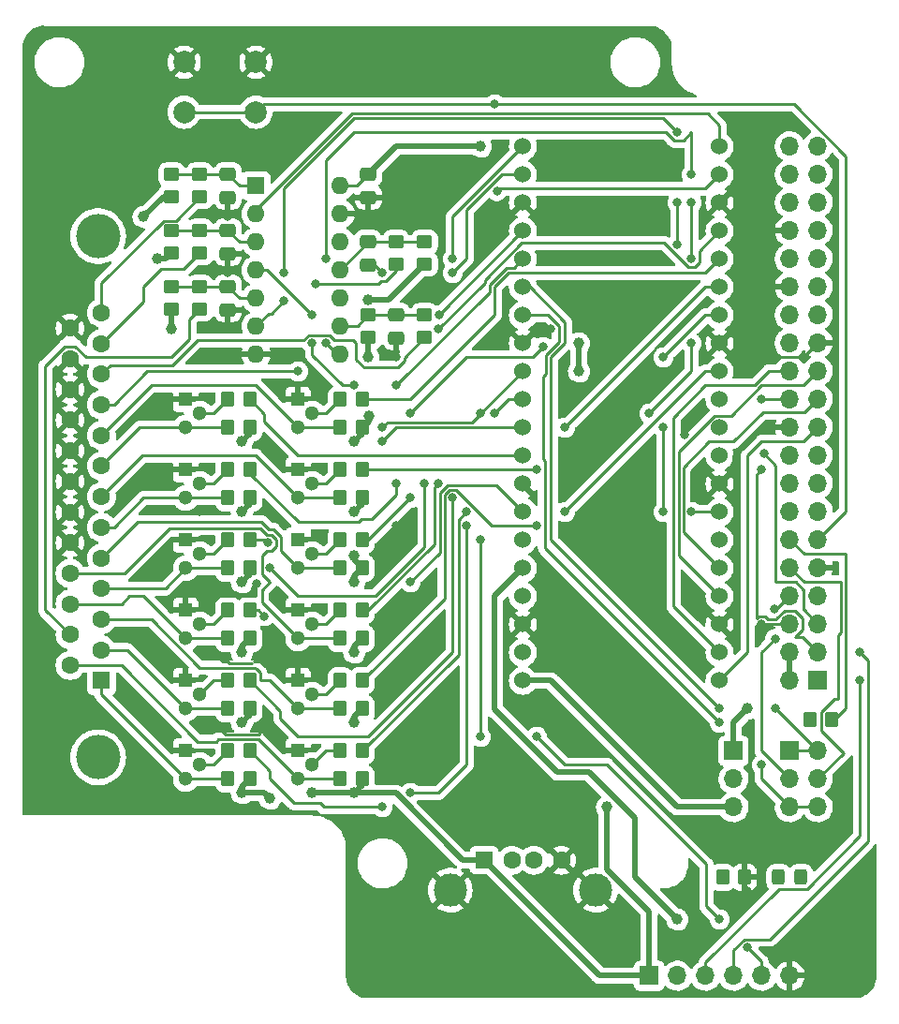
<source format=gbr>
%TF.GenerationSoftware,KiCad,Pcbnew,(6.0.7)*%
%TF.CreationDate,2022-10-09T19:07:04-07:00*%
%TF.ProjectId,PicoBOB,5069636f-424f-4422-9e6b-696361645f70,rev?*%
%TF.SameCoordinates,Original*%
%TF.FileFunction,Copper,L1,Top*%
%TF.FilePolarity,Positive*%
%FSLAX46Y46*%
G04 Gerber Fmt 4.6, Leading zero omitted, Abs format (unit mm)*
G04 Created by KiCad (PCBNEW (6.0.7)) date 2022-10-09 19:07:04*
%MOMM*%
%LPD*%
G01*
G04 APERTURE LIST*
G04 Aperture macros list*
%AMRoundRect*
0 Rectangle with rounded corners*
0 $1 Rounding radius*
0 $2 $3 $4 $5 $6 $7 $8 $9 X,Y pos of 4 corners*
0 Add a 4 corners polygon primitive as box body*
4,1,4,$2,$3,$4,$5,$6,$7,$8,$9,$2,$3,0*
0 Add four circle primitives for the rounded corners*
1,1,$1+$1,$2,$3*
1,1,$1+$1,$4,$5*
1,1,$1+$1,$6,$7*
1,1,$1+$1,$8,$9*
0 Add four rect primitives between the rounded corners*
20,1,$1+$1,$2,$3,$4,$5,0*
20,1,$1+$1,$4,$5,$6,$7,0*
20,1,$1+$1,$6,$7,$8,$9,0*
20,1,$1+$1,$8,$9,$2,$3,0*%
G04 Aperture macros list end*
%TA.AperFunction,SMDPad,CuDef*%
%ADD10RoundRect,0.250000X-0.450000X0.350000X-0.450000X-0.350000X0.450000X-0.350000X0.450000X0.350000X0*%
%TD*%
%TA.AperFunction,SMDPad,CuDef*%
%ADD11RoundRect,0.250000X0.350000X0.450000X-0.350000X0.450000X-0.350000X-0.450000X0.350000X-0.450000X0*%
%TD*%
%TA.AperFunction,SMDPad,CuDef*%
%ADD12RoundRect,0.250000X0.450000X-0.350000X0.450000X0.350000X-0.450000X0.350000X-0.450000X-0.350000X0*%
%TD*%
%TA.AperFunction,ComponentPad*%
%ADD13R,1.300000X1.300000*%
%TD*%
%TA.AperFunction,ComponentPad*%
%ADD14C,1.300000*%
%TD*%
%TA.AperFunction,SMDPad,CuDef*%
%ADD15RoundRect,0.250000X0.475000X-0.337500X0.475000X0.337500X-0.475000X0.337500X-0.475000X-0.337500X0*%
%TD*%
%TA.AperFunction,SMDPad,CuDef*%
%ADD16RoundRect,0.250000X-0.350000X-0.450000X0.350000X-0.450000X0.350000X0.450000X-0.350000X0.450000X0*%
%TD*%
%TA.AperFunction,ComponentPad*%
%ADD17C,4.000000*%
%TD*%
%TA.AperFunction,ComponentPad*%
%ADD18R,1.600000X1.600000*%
%TD*%
%TA.AperFunction,ComponentPad*%
%ADD19C,1.600000*%
%TD*%
%TA.AperFunction,ComponentPad*%
%ADD20C,2.000000*%
%TD*%
%TA.AperFunction,ComponentPad*%
%ADD21R,1.600000X1.500000*%
%TD*%
%TA.AperFunction,ComponentPad*%
%ADD22C,3.000000*%
%TD*%
%TA.AperFunction,ComponentPad*%
%ADD23R,1.700000X1.700000*%
%TD*%
%TA.AperFunction,ComponentPad*%
%ADD24O,1.700000X1.700000*%
%TD*%
%TA.AperFunction,ComponentPad*%
%ADD25O,1.600000X1.600000*%
%TD*%
%TA.AperFunction,ComponentPad*%
%ADD26C,1.524000*%
%TD*%
%TA.AperFunction,SMDPad,CuDef*%
%ADD27RoundRect,0.250000X-0.475000X0.337500X-0.475000X-0.337500X0.475000X-0.337500X0.475000X0.337500X0*%
%TD*%
%TA.AperFunction,SMDPad,CuDef*%
%ADD28RoundRect,0.250000X0.325000X0.450000X-0.325000X0.450000X-0.325000X-0.450000X0.325000X-0.450000X0*%
%TD*%
%TA.AperFunction,ViaPad*%
%ADD29C,1.000000*%
%TD*%
%TA.AperFunction,ViaPad*%
%ADD30C,0.800000*%
%TD*%
%TA.AperFunction,Conductor*%
%ADD31C,0.250000*%
%TD*%
%TA.AperFunction,Conductor*%
%ADD32C,0.500000*%
%TD*%
G04 APERTURE END LIST*
D10*
%TO.P,R7,1,1*%
%TO.N,Net-(C20-Pad2)*%
X90170000Y-117840000D03*
%TO.P,R7,2,2*%
%TO.N,+5V*%
X90170000Y-119840000D03*
%TD*%
D11*
%TO.P,R_Xs_83,1,1*%
%TO.N,/STEP_X*%
X74390000Y-157480000D03*
%TO.P,R_Xs_83,2,2*%
%TO.N,Net-(R_Xs_83-Pad2)*%
X72390000Y-157480000D03*
%TD*%
%TO.P,R_As_83,1,1*%
%TO.N,/STEP_A*%
X74390000Y-132080000D03*
%TO.P,R_As_83,2,2*%
%TO.N,Net-(R_As_83-Pad2)*%
X72390000Y-132080000D03*
%TD*%
D12*
%TO.P,R70,1,1*%
%TO.N,/X_LIM_5V*%
X69850000Y-118840000D03*
%TO.P,R70,2,2*%
%TO.N,Net-(C50-Pad2)*%
X69850000Y-116840000D03*
%TD*%
D10*
%TO.P,R65,1,1*%
%TO.N,Net-(C49-Pad2)*%
X67310000Y-111760000D03*
%TO.P,R65,2,2*%
%TO.N,+5V*%
X67310000Y-113760000D03*
%TD*%
D13*
%TO.P,Q_EN_13,1,E*%
%TO.N,GND*%
X78740000Y-163830000D03*
D14*
%TO.P,Q_EN_13,2,B*%
%TO.N,Net-(R_EN_83-Pad2)*%
X80010000Y-165100000D03*
%TO.P,Q_EN_13,3,C*%
%TO.N,/STP_EN_XYZAB_5V*%
X78740000Y-166370000D03*
%TD*%
D11*
%TO.P,R_Bd_83,1,1*%
%TO.N,/DIR_B*%
X84550000Y-151130000D03*
%TO.P,R_Bd_83,2,2*%
%TO.N,Net-(R_Bd_83-Pad2)*%
X82550000Y-151130000D03*
%TD*%
D15*
%TO.P,C50,1,1*%
%TO.N,GND*%
X72390000Y-118877500D03*
%TO.P,C50,2,2*%
%TO.N,Net-(C50-Pad2)*%
X72390000Y-116802500D03*
%TD*%
D12*
%TO.P,R74,1,1*%
%TO.N,/Z_LIM_5V*%
X69850000Y-123920000D03*
%TO.P,R74,2,2*%
%TO.N,Net-(C51-Pad2)*%
X69850000Y-121920000D03*
%TD*%
D16*
%TO.P,R_EN_56,1,1*%
%TO.N,/STP_EN_XYZAB_5V*%
X82550000Y-166370000D03*
%TO.P,R_EN_56,2,2*%
%TO.N,+5V*%
X84550000Y-166370000D03*
%TD*%
%TO.P,R_Yd_56,1,1*%
%TO.N,/DIR_Y_5V*%
X82550000Y-147320000D03*
%TO.P,R_Yd_56,2,2*%
%TO.N,+5V*%
X84550000Y-147320000D03*
%TD*%
D11*
%TO.P,R_PWM_83,1,1*%
%TO.N,/SPINDLE_PWM*%
X74390000Y-163830000D03*
%TO.P,R_PWM_83,2,2*%
%TO.N,Net-(R_PWM_83-Pad2)*%
X72390000Y-163830000D03*
%TD*%
%TO.P,R_Zd_83,1,1*%
%TO.N,/DIR_Z*%
X84550000Y-138430000D03*
%TO.P,R_Zd_83,2,2*%
%TO.N,Net-(R_Zd_83-Pad2)*%
X82550000Y-138430000D03*
%TD*%
D15*
%TO.P,C53,1,1*%
%TO.N,GND*%
X87630000Y-126497500D03*
%TO.P,C53,2,2*%
%TO.N,Net-(C53-Pad2)*%
X87630000Y-124422500D03*
%TD*%
D13*
%TO.P,Q_As_13,1,E*%
%TO.N,GND*%
X68580000Y-132080000D03*
D14*
%TO.P,Q_As_13,2,B*%
%TO.N,Net-(R_As_83-Pad2)*%
X69850000Y-133350000D03*
%TO.P,Q_As_13,3,C*%
%TO.N,/STEP_A_5V*%
X68580000Y-134620000D03*
%TD*%
D17*
%TO.P,J1,0*%
%TO.N,N/C*%
X60660000Y-164410000D03*
X60660000Y-117310000D03*
D18*
%TO.P,J1,1,1*%
%TO.N,/SPINDLE_PWM_5V*%
X60960000Y-157480000D03*
D19*
%TO.P,J1,2,2*%
%TO.N,/STEP_X_5V*%
X60960000Y-154710000D03*
%TO.P,J1,3,3*%
%TO.N,/DIR_X_5V*%
X60960000Y-151940000D03*
%TO.P,J1,4,4*%
%TO.N,/STEP_Y_5V*%
X60960000Y-149170000D03*
%TO.P,J1,5,5*%
%TO.N,/DIR_Y_5V*%
X60960000Y-146400000D03*
%TO.P,J1,6,6*%
%TO.N,/STEP_Z_5V*%
X60960000Y-143630000D03*
%TO.P,J1,7,7*%
%TO.N,/DIR_Z_5V*%
X60960000Y-140860000D03*
%TO.P,J1,8,8*%
%TO.N,/STEP_A_5V*%
X60960000Y-138090000D03*
%TO.P,J1,9,9*%
%TO.N,/DIR_A_5V*%
X60960000Y-135320000D03*
%TO.P,J1,10,10*%
%TO.N,/HALT_5V*%
X60960000Y-132550000D03*
%TO.P,J1,11,11*%
%TO.N,/PROBE_5V*%
X60960000Y-129780000D03*
%TO.P,J1,12,12*%
%TO.N,/X_LIM_5V*%
X60960000Y-127010000D03*
%TO.P,J1,13,13*%
%TO.N,/Y_LIM_5V*%
X60960000Y-124240000D03*
%TO.P,J1,14,14*%
%TO.N,/STP_EN_XYZAB_5V*%
X58120000Y-156095000D03*
%TO.P,J1,15,15*%
%TO.N,/Z_LIM_5V*%
X58120000Y-153325000D03*
%TO.P,J1,16,16*%
%TO.N,/STEP_B_5V*%
X58120000Y-150555000D03*
%TO.P,J1,17,17*%
%TO.N,/DIR_B_5V*%
X58120000Y-147785000D03*
%TO.P,J1,18,18*%
%TO.N,GND*%
X58120000Y-145015000D03*
%TO.P,J1,19,19*%
X58120000Y-142245000D03*
%TO.P,J1,20,20*%
X58120000Y-139475000D03*
%TO.P,J1,21,21*%
X58120000Y-136705000D03*
%TO.P,J1,22,22*%
X58120000Y-133935000D03*
%TO.P,J1,23,23*%
X58120000Y-131165000D03*
%TO.P,J1,24,24*%
X58120000Y-128395000D03*
%TO.P,J1,25,25*%
X58120000Y-125625000D03*
%TD*%
D15*
%TO.P,C20,1,1*%
%TO.N,GND*%
X85052500Y-119915000D03*
%TO.P,C20,2,2*%
%TO.N,Net-(C20-Pad2)*%
X85052500Y-117840000D03*
%TD*%
D11*
%TO.P,R_Xd_83,1,1*%
%TO.N,/DIR_X*%
X84550000Y-157480000D03*
%TO.P,R_Xd_83,2,2*%
%TO.N,Net-(R_Xd_83-Pad2)*%
X82550000Y-157480000D03*
%TD*%
D13*
%TO.P,Q_Xd_13,1,E*%
%TO.N,GND*%
X78740000Y-157480000D03*
D14*
%TO.P,Q_Xd_13,2,B*%
%TO.N,Net-(R_Xd_83-Pad2)*%
X80010000Y-158750000D03*
%TO.P,Q_Xd_13,3,C*%
%TO.N,/DIR_X_5V*%
X78740000Y-160020000D03*
%TD*%
D16*
%TO.P,R10,1,1*%
%TO.N,Net-(D1-PadK)*%
X117110000Y-175260000D03*
%TO.P,R10,2,2*%
%TO.N,GND*%
X119110000Y-175260000D03*
%TD*%
D11*
%TO.P,R_Yd_83,1,1*%
%TO.N,/DIR_Y*%
X84550000Y-144780000D03*
%TO.P,R_Yd_83,2,2*%
%TO.N,Net-(R_Yd_83-Pad2)*%
X82550000Y-144780000D03*
%TD*%
%TO.P,R_Ad_83,1,1*%
%TO.N,/DIR_A*%
X84550000Y-132080000D03*
%TO.P,R_Ad_83,2,2*%
%TO.N,Net-(R_Ad_83-Pad2)*%
X82550000Y-132080000D03*
%TD*%
D20*
%TO.P,SW1,1,1*%
%TO.N,GND*%
X68430000Y-101600000D03*
X74930000Y-101600000D03*
%TO.P,SW1,2,2*%
%TO.N,/PICO_RUN*%
X68430000Y-106100000D03*
X74930000Y-106100000D03*
%TD*%
D10*
%TO.P,R73,1,1*%
%TO.N,Net-(C51-Pad2)*%
X67310000Y-121920000D03*
%TO.P,R73,2,2*%
%TO.N,+5V*%
X67310000Y-123920000D03*
%TD*%
D21*
%TO.P,J40,1,VBUS*%
%TO.N,+5V*%
X95560000Y-173710000D03*
D19*
%TO.P,J40,2,D-*%
%TO.N,unconnected-(J40-Pad2)*%
X98060000Y-173710000D03*
%TO.P,J40,3,D+*%
%TO.N,unconnected-(J40-Pad3)*%
X100060000Y-173710000D03*
%TO.P,J40,4,GND*%
%TO.N,GND*%
X102560000Y-173710000D03*
D22*
%TO.P,J40,5,Shield*%
X92490000Y-176420000D03*
X105630000Y-176420000D03*
%TD*%
D11*
%TO.P,R_Ys_83,1,1*%
%TO.N,/STEP_Y*%
X74390000Y-144780000D03*
%TO.P,R_Ys_83,2,2*%
%TO.N,Net-(R_Ys_83-Pad2)*%
X72390000Y-144780000D03*
%TD*%
D16*
%TO.P,R_Xs_56,1,1*%
%TO.N,/STEP_X_5V*%
X72390000Y-160020000D03*
%TO.P,R_Xs_56,2,2*%
%TO.N,+5V*%
X74390000Y-160020000D03*
%TD*%
%TO.P,R_As_56,1,1*%
%TO.N,/STEP_A_5V*%
X72390000Y-134620000D03*
%TO.P,R_As_56,2,2*%
%TO.N,+5V*%
X74390000Y-134620000D03*
%TD*%
%TO.P,R_Ys_56,1,1*%
%TO.N,/STEP_Y_5V*%
X72390000Y-147320000D03*
%TO.P,R_Ys_56,2,2*%
%TO.N,+5V*%
X74390000Y-147320000D03*
%TD*%
D12*
%TO.P,R66,1,1*%
%TO.N,/Y_LIM_5V*%
X69850000Y-113760000D03*
%TO.P,R66,2,2*%
%TO.N,Net-(C49-Pad2)*%
X69850000Y-111760000D03*
%TD*%
D16*
%TO.P,R_PWM_56,1,1*%
%TO.N,/SPINDLE_PWM_5V*%
X72390000Y-166370000D03*
%TO.P,R_PWM_56,2,2*%
%TO.N,+5V*%
X74390000Y-166370000D03*
%TD*%
D11*
%TO.P,R_Bs_83,1,1*%
%TO.N,/STEP_B*%
X74390000Y-151130000D03*
%TO.P,R_Bs_83,2,2*%
%TO.N,Net-(R_Bs_83-Pad2)*%
X72390000Y-151130000D03*
%TD*%
D16*
%TO.P,R_Xd_56,1,1*%
%TO.N,/DIR_X_5V*%
X82550000Y-160020000D03*
%TO.P,R_Xd_56,2,2*%
%TO.N,+5V*%
X84550000Y-160020000D03*
%TD*%
D23*
%TO.P,J32,1,Pin_1*%
%TO.N,/RPI_5V*%
X118110000Y-163830000D03*
D24*
%TO.P,J32,2,Pin_2*%
%TO.N,+5V*%
X118110000Y-166370000D03*
%TO.P,J32,3,Pin_3*%
%TO.N,/PICO_5V*%
X118110000Y-168910000D03*
%TD*%
D23*
%TO.P,J30,1,Pin_1*%
%TO.N,/TXD_INT*%
X123190000Y-163830000D03*
D24*
%TO.P,J30,2,Pin_2*%
X125730000Y-163830000D03*
%TO.P,J30,3,Pin_3*%
%TO.N,/TXD_PI*%
X123190000Y-166370000D03*
%TO.P,J30,4,Pin_4*%
%TO.N,/RXD_PI*%
X125730000Y-166370000D03*
%TO.P,J30,5,Pin_5*%
%TO.N,/RXD_INT*%
X123190000Y-168910000D03*
%TO.P,J30,6,Pin_6*%
X125730000Y-168910000D03*
%TD*%
D16*
%TO.P,R_Bd_56,1,1*%
%TO.N,/DIR_B_5V*%
X82550000Y-153670000D03*
%TO.P,R_Bd_56,2,2*%
%TO.N,+5V*%
X84550000Y-153670000D03*
%TD*%
D23*
%TO.P,J2,1,Pin_1*%
%TO.N,+5V*%
X110490000Y-184150000D03*
D24*
%TO.P,J2,2,Pin_2*%
%TO.N,+3.3V*%
X113030000Y-184150000D03*
%TO.P,J2,3,Pin_3*%
%TO.N,/SDA*%
X115570000Y-184150000D03*
%TO.P,J2,4,Pin_4*%
%TO.N,/SCL*%
X118110000Y-184150000D03*
%TO.P,J2,5,Pin_5*%
%TO.N,/HALT*%
X120650000Y-184150000D03*
%TO.P,J2,6,Pin_6*%
%TO.N,GND*%
X123190000Y-184150000D03*
%TD*%
D18*
%TO.P,U18,1,A*%
%TO.N,Net-(C49-Pad2)*%
X74930000Y-112760000D03*
D25*
%TO.P,U18,2,Y*%
%TO.N,/Y_LIM*%
X74930000Y-115300000D03*
%TO.P,U18,3,A*%
%TO.N,Net-(C50-Pad2)*%
X74930000Y-117840000D03*
%TO.P,U18,4,Y*%
%TO.N,/X_LIM*%
X74930000Y-120380000D03*
%TO.P,U18,5,A*%
%TO.N,Net-(C51-Pad2)*%
X74930000Y-122920000D03*
%TO.P,U18,6,Y*%
%TO.N,/Z_LIM*%
X74930000Y-125460000D03*
%TO.P,U18,7,GND*%
%TO.N,GND*%
X74930000Y-128000000D03*
%TO.P,U18,8,Y*%
%TO.N,/PROBE*%
X82550000Y-128000000D03*
%TO.P,U18,9,A*%
%TO.N,Net-(C53-Pad2)*%
X82550000Y-125460000D03*
%TO.P,U18,10,Y*%
%TO.N,/HALT*%
X82550000Y-122920000D03*
%TO.P,U18,11,A*%
%TO.N,Net-(C20-Pad2)*%
X82550000Y-120380000D03*
%TO.P,U18,12,Y*%
%TO.N,unconnected-(U18-Pad12)*%
X82550000Y-117840000D03*
%TO.P,U18,13,A*%
%TO.N,GND*%
X82550000Y-115300000D03*
%TO.P,U18,14,VCC*%
%TO.N,+3.3V*%
X82550000Y-112760000D03*
%TD*%
D13*
%TO.P,Q_PWM_13,1,E*%
%TO.N,GND*%
X68580000Y-163830000D03*
D14*
%TO.P,Q_PWM_13,2,B*%
%TO.N,Net-(R_PWM_83-Pad2)*%
X69850000Y-165100000D03*
%TO.P,Q_PWM_13,3,C*%
%TO.N,/SPINDLE_PWM_5V*%
X68580000Y-166370000D03*
%TD*%
D26*
%TO.P,U30,1,GP0*%
%TO.N,/SPI_MOSI*%
X116840000Y-157480000D03*
%TO.P,U30,2,GP1*%
%TO.N,/SPI_CS_JOG_SW*%
X116840000Y-154940000D03*
%TO.P,U30,3,GND_1*%
%TO.N,GND*%
X116840000Y-152400000D03*
%TO.P,U30,4,GP2*%
%TO.N,/SPI_CLK*%
X116840000Y-149860000D03*
%TO.P,U30,5,GP3*%
%TO.N,/SPI_MISO*%
X116840000Y-147320000D03*
%TO.P,U30,6,GP4*%
%TO.N,/PROBE*%
X116840000Y-144780000D03*
%TO.P,U30,7,GP5*%
%TO.N,/Z_LIM*%
X116840000Y-142240000D03*
%TO.P,U30,8,GND_2*%
%TO.N,GND*%
X116840000Y-139700000D03*
%TO.P,U30,9,GP6*%
%TO.N,/SDA*%
X116840000Y-137160000D03*
%TO.P,U30,10,GP7*%
%TO.N,/SCL*%
X116840000Y-134620000D03*
%TO.P,U30,11,GP8*%
%TO.N,/PRU_RESET*%
X116840000Y-132080000D03*
%TO.P,U30,12,GP9*%
%TO.N,/DIR_X*%
X116840000Y-129540000D03*
%TO.P,U30,13,GND_3*%
%TO.N,GND*%
X116840000Y-127000000D03*
%TO.P,U30,14,GP10*%
%TO.N,/DIR_Y*%
X116840000Y-124460000D03*
%TO.P,U30,15,GP11*%
%TO.N,/DIR_Z*%
X116840000Y-121920000D03*
%TO.P,U30,16,GP12*%
%TO.N,/DIR_A*%
X116840000Y-119380000D03*
%TO.P,U30,17,GP13*%
%TO.N,/DIR_B*%
X116840000Y-116840000D03*
%TO.P,U30,18,GND_4*%
%TO.N,GND*%
X116840000Y-114300000D03*
%TO.P,U30,19,GP14*%
%TO.N,/SPINDLE_PWM*%
X116840000Y-111760000D03*
%TO.P,U30,20,GP15*%
%TO.N,/Y_LIM*%
X116840000Y-109220000D03*
%TO.P,U30,21,GP16*%
%TO.N,/STP_EN_XYZAB*%
X99060000Y-109220000D03*
%TO.P,U30,22,GP17*%
%TO.N,/STEP_X*%
X99060000Y-111760000D03*
%TO.P,U30,23,GND_5*%
%TO.N,GND*%
X99060000Y-114300000D03*
%TO.P,U30,24,GP18*%
%TO.N,/STEP_Y*%
X99060000Y-116840000D03*
%TO.P,U30,25,GP19*%
%TO.N,/STEP_Z*%
X99060000Y-119380000D03*
%TO.P,U30,26,GP20*%
%TO.N,/TXD_INT*%
X99060000Y-121920000D03*
%TO.P,U30,27,GP21*%
%TO.N,/RXD_INT*%
X99060000Y-124460000D03*
%TO.P,U30,28,GND_6*%
%TO.N,GND*%
X99060000Y-127000000D03*
%TO.P,U30,29,GP22*%
%TO.N,/HALT*%
X99060000Y-129540000D03*
%TO.P,U30,30,RUN*%
%TO.N,/PICO_RUN*%
X99060000Y-132080000D03*
%TO.P,U30,31,GP26_A0*%
%TO.N,/X_LIM*%
X99060000Y-134620000D03*
%TO.P,U30,32,GP27_A1*%
%TO.N,/STEP_A*%
X99060000Y-137160000D03*
%TO.P,U30,33,GND_7*%
%TO.N,GND*%
X99060000Y-139700000D03*
%TO.P,U30,34,GP28_A2*%
%TO.N,/STEP_B*%
X99060000Y-142240000D03*
%TO.P,U30,35,ADC_VREF*%
%TO.N,unconnected-(U30-Pad35)*%
X99060000Y-144780000D03*
%TO.P,U30,36,3v3(out)*%
%TO.N,+3.3V*%
X99060000Y-147320000D03*
%TO.P,U30,37,3v3_EN*%
%TO.N,unconnected-(U30-Pad37)*%
X99060000Y-149860000D03*
%TO.P,U30,38,GND_8*%
%TO.N,GND*%
X99060000Y-152400000D03*
%TO.P,U30,39,VSYS*%
%TO.N,unconnected-(U30-Pad39)*%
X99060000Y-154940000D03*
%TO.P,U30,40,VBUS*%
%TO.N,/PICO_5V*%
X99060000Y-157480000D03*
%TD*%
D13*
%TO.P,Q_Zd_13,1,E*%
%TO.N,GND*%
X78740000Y-138430000D03*
D14*
%TO.P,Q_Zd_13,2,B*%
%TO.N,Net-(R_Zd_83-Pad2)*%
X80010000Y-139700000D03*
%TO.P,Q_Zd_13,3,C*%
%TO.N,/DIR_Z_5V*%
X78740000Y-140970000D03*
%TD*%
D15*
%TO.P,C51,1,1*%
%TO.N,GND*%
X72390000Y-123957500D03*
%TO.P,C51,2,2*%
%TO.N,Net-(C51-Pad2)*%
X72390000Y-121882500D03*
%TD*%
D13*
%TO.P,Q_Bs_13,1,E*%
%TO.N,GND*%
X68580000Y-151130000D03*
D14*
%TO.P,Q_Bs_13,2,B*%
%TO.N,Net-(R_Bs_83-Pad2)*%
X69850000Y-152400000D03*
%TO.P,Q_Bs_13,3,C*%
%TO.N,/STEP_B_5V*%
X68580000Y-153670000D03*
%TD*%
D13*
%TO.P,Q_Yd_13,1,E*%
%TO.N,GND*%
X78740000Y-144780000D03*
D14*
%TO.P,Q_Yd_13,2,B*%
%TO.N,Net-(R_Yd_83-Pad2)*%
X80010000Y-146050000D03*
%TO.P,Q_Yd_13,3,C*%
%TO.N,/DIR_Y_5V*%
X78740000Y-147320000D03*
%TD*%
D12*
%TO.P,R9,1,1*%
%TO.N,/HALT_5V*%
X87592500Y-119840000D03*
%TO.P,R9,2,2*%
%TO.N,Net-(C20-Pad2)*%
X87592500Y-117840000D03*
%TD*%
D27*
%TO.P,C48,1,1*%
%TO.N,+3.3V*%
X85090000Y-111722500D03*
%TO.P,C48,2,2*%
%TO.N,GND*%
X85090000Y-113797500D03*
%TD*%
D16*
%TO.P,R20,1*%
%TO.N,/PICO_BOOT*%
X125000000Y-161000000D03*
%TO.P,R20,2*%
%TO.N,Net-(J31-Pad12)*%
X127000000Y-161000000D03*
%TD*%
D10*
%TO.P,R75,1,1*%
%TO.N,Net-(C53-Pad2)*%
X85090000Y-124460000D03*
%TO.P,R75,2,2*%
%TO.N,+5V*%
X85090000Y-126460000D03*
%TD*%
D11*
%TO.P,R_EN_83,1,1*%
%TO.N,/STP_EN_XYZAB*%
X84550000Y-163830000D03*
%TO.P,R_EN_83,2,2*%
%TO.N,Net-(R_EN_83-Pad2)*%
X82550000Y-163830000D03*
%TD*%
D16*
%TO.P,R_Ad_56,1,1*%
%TO.N,/DIR_A_5V*%
X82550000Y-134620000D03*
%TO.P,R_Ad_56,2,2*%
%TO.N,+5V*%
X84550000Y-134620000D03*
%TD*%
D13*
%TO.P,Q_Ad_13,1,E*%
%TO.N,GND*%
X78740000Y-132080000D03*
D14*
%TO.P,Q_Ad_13,2,B*%
%TO.N,Net-(R_Ad_83-Pad2)*%
X80010000Y-133350000D03*
%TO.P,Q_Ad_13,3,C*%
%TO.N,/DIR_A_5V*%
X78740000Y-134620000D03*
%TD*%
D10*
%TO.P,R69,1,1*%
%TO.N,Net-(C50-Pad2)*%
X67310000Y-116840000D03*
%TO.P,R69,2,2*%
%TO.N,+5V*%
X67310000Y-118840000D03*
%TD*%
D13*
%TO.P,Q_Zs_13,1,E*%
%TO.N,GND*%
X68580000Y-138430000D03*
D14*
%TO.P,Q_Zs_13,2,B*%
%TO.N,Net-(R_Zs_83-Pad2)*%
X69850000Y-139700000D03*
%TO.P,Q_Zs_13,3,C*%
%TO.N,/STEP_Z_5V*%
X68580000Y-140970000D03*
%TD*%
D28*
%TO.P,D1,1*%
%TO.N,N/C*%
X124215000Y-175260000D03*
%TO.P,D1,2*%
X122165000Y-175260000D03*
%TD*%
D11*
%TO.P,R_Zs_83,1,1*%
%TO.N,/STEP_Z*%
X74390000Y-138430000D03*
%TO.P,R_Zs_83,2,2*%
%TO.N,Net-(R_Zs_83-Pad2)*%
X72390000Y-138430000D03*
%TD*%
D16*
%TO.P,R_Bs_56,1,1*%
%TO.N,/STEP_B_5V*%
X72390000Y-153670000D03*
%TO.P,R_Bs_56,2,2*%
%TO.N,+5V*%
X74390000Y-153670000D03*
%TD*%
D12*
%TO.P,R76,1,1*%
%TO.N,/PROBE_5V*%
X90170000Y-126460000D03*
%TO.P,R76,2,2*%
%TO.N,Net-(C53-Pad2)*%
X90170000Y-124460000D03*
%TD*%
D15*
%TO.P,C49,1,1*%
%TO.N,GND*%
X72390000Y-113797500D03*
%TO.P,C49,2,2*%
%TO.N,Net-(C49-Pad2)*%
X72390000Y-111722500D03*
%TD*%
D13*
%TO.P,Q_Bd_13,1,E*%
%TO.N,GND*%
X78740000Y-151130000D03*
D14*
%TO.P,Q_Bd_13,2,B*%
%TO.N,Net-(R_Bd_83-Pad2)*%
X80010000Y-152400000D03*
%TO.P,Q_Bd_13,3,C*%
%TO.N,/DIR_B_5V*%
X78740000Y-153670000D03*
%TD*%
%TO.P,Q_Ys_13,3,C*%
%TO.N,/STEP_Y_5V*%
X68580000Y-147320000D03*
%TO.P,Q_Ys_13,2,B*%
%TO.N,Net-(R_Ys_83-Pad2)*%
X69850000Y-146050000D03*
D13*
%TO.P,Q_Ys_13,1,E*%
%TO.N,GND*%
X68580000Y-144780000D03*
%TD*%
%TO.P,Q_Xs_13,1,E*%
%TO.N,GND*%
X68580000Y-157480000D03*
D14*
%TO.P,Q_Xs_13,2,B*%
%TO.N,Net-(R_Xs_83-Pad2)*%
X69850000Y-158750000D03*
%TO.P,Q_Xs_13,3,C*%
%TO.N,/STEP_X_5V*%
X68580000Y-160020000D03*
%TD*%
D16*
%TO.P,R_Zs_56,1,1*%
%TO.N,/STEP_Z_5V*%
X72390000Y-140970000D03*
%TO.P,R_Zs_56,2,2*%
%TO.N,+5V*%
X74390000Y-140970000D03*
%TD*%
%TO.P,R_Zd_56,1,1*%
%TO.N,/DIR_Z_5V*%
X82550000Y-140970000D03*
%TO.P,R_Zd_56,2,2*%
%TO.N,+5V*%
X84550000Y-140970000D03*
%TD*%
D23*
%TO.P,J31,1,3V3*%
%TO.N,unconnected-(J31-Pad1)*%
X125730000Y-157450000D03*
D24*
%TO.P,J31,2,5V*%
%TO.N,/RPI_5V*%
X123190000Y-157450000D03*
%TO.P,J31,3,SDA/GPIO2*%
%TO.N,/SDA*%
X125730000Y-154910000D03*
%TO.P,J31,4,5V*%
%TO.N,/RPI_5V*%
X123190000Y-154910000D03*
%TO.P,J31,5,SCL/GPIO3*%
%TO.N,/SCL*%
X125730000Y-152370000D03*
%TO.P,J31,6,GND*%
%TO.N,GND*%
X123190000Y-152370000D03*
%TO.P,J31,7,GCLK0/GPIO4*%
%TO.N,unconnected-(J31-Pad7)*%
X125730000Y-149830000D03*
%TO.P,J31,8,GPIO14/TXD*%
%TO.N,/TXD_PI*%
X123190000Y-149830000D03*
%TO.P,J31,9,GND*%
%TO.N,GND*%
X125730000Y-147290000D03*
%TO.P,J31,10,GPIO15/RXD*%
%TO.N,/RXD_PI*%
X123190000Y-147290000D03*
%TO.P,J31,11,GPIO17*%
%TO.N,/PICO_RUN*%
X125730000Y-144750000D03*
%TO.P,J31,12,GPIO18/PWM0*%
%TO.N,Net-(J31-Pad12)*%
X123190000Y-144750000D03*
%TO.P,J31,13,GPIO27*%
%TO.N,unconnected-(J31-Pad13)*%
X125730000Y-142210000D03*
%TO.P,J31,14,GND*%
%TO.N,GND*%
X123190000Y-142210000D03*
%TO.P,J31,15,GPIO22*%
%TO.N,unconnected-(J31-Pad15)*%
X125730000Y-139670000D03*
%TO.P,J31,16,GPIO23*%
%TO.N,unconnected-(J31-Pad16)*%
X123190000Y-139670000D03*
%TO.P,J31,17,3V3*%
%TO.N,unconnected-(J31-Pad17)*%
X125730000Y-137130000D03*
%TO.P,J31,18,GPIO24*%
%TO.N,unconnected-(J31-Pad18)*%
X123190000Y-137130000D03*
%TO.P,J31,19,MOSI0/GPIO10*%
%TO.N,/SPI_MOSI*%
X125730000Y-134590000D03*
%TO.P,J31,20,GND*%
%TO.N,GND*%
X123190000Y-134590000D03*
%TO.P,J31,21,MISO0/GPIO9*%
%TO.N,/SPI_MISO*%
X125730000Y-132050000D03*
%TO.P,J31,22,GPIO25*%
%TO.N,/PRU_RESET*%
X123190000Y-132050000D03*
%TO.P,J31,23,SCLK0/GPIO11*%
%TO.N,/SPI_CLK*%
X125730000Y-129510000D03*
%TO.P,J31,24,~{CE0}/GPIO8*%
%TO.N,/SPI_CS_JOG_SW*%
X123190000Y-129510000D03*
%TO.P,J31,25,GND*%
%TO.N,GND*%
X125730000Y-126970000D03*
%TO.P,J31,26,~{CE1}/GPIO7*%
%TO.N,unconnected-(J31-Pad26)*%
X123190000Y-126970000D03*
%TO.P,J31,27,ID_SD/GPIO0*%
%TO.N,unconnected-(J31-Pad27)*%
X125730000Y-124430000D03*
%TO.P,J31,28,ID_SC/GPIO1*%
%TO.N,unconnected-(J31-Pad28)*%
X123190000Y-124430000D03*
%TO.P,J31,29,GCLK1/GPIO5*%
%TO.N,unconnected-(J31-Pad29)*%
X125730000Y-121890000D03*
%TO.P,J31,30,GND*%
%TO.N,GND*%
X123190000Y-121890000D03*
%TO.P,J31,31,GCLK2/GPIO6*%
%TO.N,unconnected-(J31-Pad31)*%
X125730000Y-119350000D03*
%TO.P,J31,32,PWM0/GPIO12*%
%TO.N,unconnected-(J31-Pad32)*%
X123190000Y-119350000D03*
%TO.P,J31,33,PWM1/GPIO13*%
%TO.N,unconnected-(J31-Pad33)*%
X125730000Y-116810000D03*
%TO.P,J31,34,GND*%
%TO.N,GND*%
X123190000Y-116810000D03*
%TO.P,J31,35,GPIO19/MISO1*%
%TO.N,unconnected-(J31-Pad35)*%
X125730000Y-114270000D03*
%TO.P,J31,36,GPIO16*%
%TO.N,unconnected-(J31-Pad36)*%
X123190000Y-114270000D03*
%TO.P,J31,37,GPIO26*%
%TO.N,unconnected-(J31-Pad37)*%
X125730000Y-111730000D03*
%TO.P,J31,38,GPIO20/MOSI1*%
%TO.N,unconnected-(J31-Pad38)*%
X123190000Y-111730000D03*
%TO.P,J31,39,GND*%
%TO.N,GND*%
X125730000Y-109190000D03*
%TO.P,J31,40,GPIO21/SCLK1*%
%TO.N,unconnected-(J31-Pad40)*%
X123190000Y-109190000D03*
%TD*%
D29*
%TO.N,GND*%
X113665000Y-153670000D03*
X114300000Y-149860000D03*
D30*
X113654075Y-135244075D03*
X121285000Y-128270000D03*
%TO.N,/RXD_INT*%
X120650000Y-165100000D03*
D29*
%TO.N,GND*%
X87553829Y-157027817D03*
X90932000Y-154432000D03*
X87884000Y-150876000D03*
X87861568Y-165105948D03*
X91440000Y-163068000D03*
X87884000Y-182372000D03*
X96520000Y-181356000D03*
X97529681Y-165593201D03*
X96012000Y-168148000D03*
X101600000Y-168148000D03*
X102616000Y-152908000D03*
X108531327Y-157566359D03*
X113792000Y-162052000D03*
X110744000Y-162560000D03*
X119888000Y-110744000D03*
X119380000Y-125476000D03*
X120396000Y-117348000D03*
X106915701Y-124920448D03*
X110236000Y-123444000D03*
X106680000Y-133604000D03*
X107696000Y-141732000D03*
X109220000Y-146812000D03*
X107188000Y-119380000D03*
X102108000Y-119380000D03*
X102095800Y-116327102D03*
X105664000Y-116332000D03*
X108204000Y-110744000D03*
X87376000Y-103632000D03*
X100584000Y-102108000D03*
X94488000Y-102108000D03*
X80772000Y-102108000D03*
X78740000Y-107188000D03*
X57404000Y-109728000D03*
X56388000Y-117348000D03*
X57404000Y-121920000D03*
X61468000Y-111760000D03*
D30*
X57150000Y-161290000D03*
X128270000Y-179070000D03*
D29*
X60960000Y-107950000D03*
D30*
X87630000Y-113030000D03*
X76200000Y-142240000D03*
X71120000Y-161290000D03*
X119380000Y-176530000D03*
X87630000Y-143510000D03*
X76200000Y-154940000D03*
X86360000Y-120650000D03*
X55880000Y-157480000D03*
X74954328Y-148694994D03*
X71120000Y-154940000D03*
X72390000Y-115570000D03*
X72390000Y-125730000D03*
X87630000Y-128270000D03*
X120650000Y-152400000D03*
X72390000Y-120650000D03*
X101600000Y-125730000D03*
X69850000Y-142240000D03*
X69850000Y-148590000D03*
X76200000Y-161290000D03*
D29*
%TO.N,+3.3V*%
X104140000Y-129540000D03*
X95250000Y-109220000D03*
X104140000Y-127000000D03*
X113030000Y-179070000D03*
D30*
%TO.N,/HALT_5V*%
X80280000Y-121650000D03*
X78740000Y-129540000D03*
D29*
%TO.N,+5V*%
X83820000Y-167640000D03*
X83820000Y-148590000D03*
X80010000Y-167640000D03*
X85090000Y-128270000D03*
X67310000Y-125730000D03*
X73660000Y-148590000D03*
X85090000Y-123060500D03*
X83820000Y-142240000D03*
X83758726Y-146182223D03*
X64770000Y-115570000D03*
X73660000Y-154940000D03*
X83820000Y-154940000D03*
X73660000Y-142240000D03*
X73660000Y-167640000D03*
X73660000Y-135890000D03*
X83820000Y-161290000D03*
X76200000Y-168148000D03*
X85136901Y-133552413D03*
X66040000Y-119380000D03*
X83820000Y-135890000D03*
X106680000Y-168910000D03*
X73660000Y-161290000D03*
D30*
%TO.N,/RXD_INT*%
X116840000Y-161290000D03*
%TO.N,/TXD_INT*%
X121920000Y-160020000D03*
X116840000Y-160020000D03*
%TO.N,/TXD_PI*%
X121831850Y-151041850D03*
X121861850Y-153728150D03*
D29*
%TO.N,/RPI_5V*%
X119380000Y-160020000D03*
D30*
%TO.N,/SDA*%
X129540000Y-157480000D03*
X120650000Y-138430000D03*
%TO.N,/SCL*%
X120851326Y-136958675D03*
X129540000Y-154940000D03*
%TO.N,/PICO_RUN*%
X96520000Y-105410000D03*
X96520000Y-133350000D03*
%TO.N,/PRU_RESET*%
X120650000Y-132080000D03*
%TO.N,/DIR_B*%
X91440000Y-125730000D03*
X91367557Y-139627557D03*
%TO.N,/STEP_B*%
X75687700Y-151642300D03*
X88900000Y-148590000D03*
%TO.N,/STP_EN_XYZAB*%
X93980000Y-142240000D03*
X92710000Y-119380000D03*
%TO.N,/SPINDLE_PWM*%
X86360000Y-168910000D03*
X88900000Y-167640000D03*
X96715145Y-113225145D03*
X93980000Y-143510000D03*
%TO.N,/DIR_X*%
X100330000Y-143510000D03*
X102870000Y-142240000D03*
%TO.N,/STEP_X*%
X92710000Y-120650000D03*
X92710000Y-140970000D03*
%TO.N,/DIR_Y*%
X111760000Y-128270000D03*
X88900000Y-140970000D03*
X100892557Y-127317155D03*
X88900000Y-133350000D03*
%TO.N,/STEP_Y*%
X76000000Y-145000000D03*
X91469500Y-124460000D03*
X76200000Y-147320000D03*
X90170000Y-139700000D03*
%TO.N,/DIR_Z*%
X100330000Y-138430000D03*
X102870000Y-134620000D03*
%TO.N,/STEP_Z*%
X87630000Y-139700000D03*
X87630000Y-130810000D03*
%TO.N,/X_LIM*%
X83820000Y-130810000D03*
X80010000Y-127000000D03*
X80010000Y-124460000D03*
X86360000Y-135890000D03*
%TO.N,/Z_LIM*%
X113030000Y-118110000D03*
X114300000Y-142240000D03*
X111760000Y-134620000D03*
X113030000Y-107950000D03*
X113030000Y-114300000D03*
X77470000Y-120650000D03*
X77470000Y-123190000D03*
X111760000Y-142240000D03*
%TO.N,/PROBE*%
X110490000Y-133350000D03*
X114300000Y-111760000D03*
X114300000Y-119380000D03*
X114300000Y-114300000D03*
X114300000Y-127000000D03*
X81280000Y-119380000D03*
X81280000Y-127000000D03*
%TO.N,/HALT*%
X95250000Y-162560000D03*
X86360000Y-134620000D03*
X119380000Y-181610000D03*
X100330000Y-162560000D03*
X95250000Y-144780000D03*
X95250000Y-133350000D03*
X116840000Y-179070000D03*
%TD*%
D31*
%TO.N,GND*%
X124430000Y-128270000D02*
X121285000Y-128270000D01*
X125730000Y-126970000D02*
X124430000Y-128270000D01*
X118110000Y-138430000D02*
X116840000Y-139700000D01*
X118110000Y-137160000D02*
X118110000Y-138430000D01*
X120680000Y-134590000D02*
X118110000Y-137160000D01*
X123190000Y-134590000D02*
X120680000Y-134590000D01*
%TO.N,/TXD_INT*%
X99695000Y-121920000D02*
X102870000Y-125095000D01*
X99060000Y-121920000D02*
X99695000Y-121920000D01*
X102870000Y-125095000D02*
X102870000Y-127000000D01*
X123190000Y-163830000D02*
X125730000Y-163830000D01*
X121920000Y-160020000D02*
X125730000Y-163830000D01*
%TO.N,/RXD_INT*%
X123190000Y-168910000D02*
X125730000Y-168910000D01*
X120650000Y-166370000D02*
X123190000Y-168910000D01*
X120650000Y-165100000D02*
X120650000Y-166370000D01*
%TO.N,GND*%
X107188000Y-119380000D02*
X102108000Y-119380000D01*
X105664000Y-116332000D02*
X102100698Y-116332000D01*
X102100698Y-116332000D02*
X102095800Y-116327102D01*
X86862500Y-113797500D02*
X87630000Y-113030000D01*
X72503082Y-155873082D02*
X74593082Y-155873082D01*
X76200000Y-154940000D02*
X76200000Y-156210000D01*
X74930000Y-149860000D02*
X74930000Y-148719322D01*
X71120000Y-149860000D02*
X69850000Y-148590000D01*
X85625000Y-119915000D02*
X86360000Y-120650000D01*
X74930000Y-148719322D02*
X74954328Y-148694994D01*
X119110000Y-176260000D02*
X119380000Y-176530000D01*
X99060000Y-127000000D02*
X100330000Y-125730000D01*
X74930000Y-149860000D02*
X71120000Y-149860000D01*
X72390000Y-118877500D02*
X72390000Y-120650000D01*
X123190000Y-152370000D02*
X120680000Y-152370000D01*
X87630000Y-126497500D02*
X87630000Y-128270000D01*
X75750000Y-155760000D02*
X74706163Y-155760000D01*
X75135000Y-162355000D02*
X76200000Y-161290000D01*
X85090000Y-113797500D02*
X86862500Y-113797500D01*
X120680000Y-152370000D02*
X120650000Y-152400000D01*
X100330000Y-125730000D02*
X101600000Y-125730000D01*
X72185000Y-162355000D02*
X75135000Y-162355000D01*
X76200000Y-156210000D02*
X75750000Y-155760000D01*
X85052500Y-119915000D02*
X85625000Y-119915000D01*
X119110000Y-175260000D02*
X119110000Y-176260000D01*
X71940000Y-155760000D02*
X72390000Y-155760000D01*
X72390000Y-123957500D02*
X72390000Y-125730000D01*
X72390000Y-113797500D02*
X72390000Y-115570000D01*
X71120000Y-154940000D02*
X71940000Y-155760000D01*
X71120000Y-161290000D02*
X72185000Y-162355000D01*
X72390000Y-155760000D02*
X72503082Y-155873082D01*
%TO.N,Net-(C20-Pad2)*%
X85052500Y-117840000D02*
X85052500Y-117877500D01*
X85052500Y-117877500D02*
X82550000Y-120380000D01*
X85052500Y-117840000D02*
X87592500Y-117840000D01*
X87592500Y-117840000D02*
X90170000Y-117840000D01*
D32*
%TO.N,+3.3V*%
X95250000Y-109220000D02*
X87592500Y-109220000D01*
X105028719Y-165774501D02*
X109178835Y-169924617D01*
X96520000Y-149860000D02*
X96520000Y-160092796D01*
X109178835Y-169924617D02*
X109178835Y-175218835D01*
X99060000Y-147320000D02*
X96520000Y-149860000D01*
X96520000Y-160092796D02*
X102201705Y-165774501D01*
D31*
X84052500Y-112760000D02*
X82550000Y-112760000D01*
D32*
X104140000Y-129540000D02*
X104140000Y-127000000D01*
D31*
X85090000Y-111722500D02*
X84052500Y-112760000D01*
D32*
X109178835Y-175218835D02*
X113030000Y-179070000D01*
X87592500Y-109220000D02*
X85090000Y-111722500D01*
X102201705Y-165774501D02*
X105028719Y-165774501D01*
D31*
%TO.N,Net-(C49-Pad2)*%
X72390000Y-111722500D02*
X73427500Y-112760000D01*
X72390000Y-111722500D02*
X69887500Y-111722500D01*
X69850000Y-111760000D02*
X67310000Y-111760000D01*
X69887500Y-111722500D02*
X69850000Y-111760000D01*
X73427500Y-112760000D02*
X74930000Y-112760000D01*
%TO.N,Net-(C50-Pad2)*%
X69887500Y-116802500D02*
X69850000Y-116840000D01*
X73427500Y-117840000D02*
X74930000Y-117840000D01*
X67310000Y-116840000D02*
X69850000Y-116840000D01*
X72390000Y-116802500D02*
X69887500Y-116802500D01*
X72390000Y-116802500D02*
X73427500Y-117840000D01*
%TO.N,Net-(C51-Pad2)*%
X73427500Y-122920000D02*
X74930000Y-122920000D01*
X69850000Y-121920000D02*
X72352500Y-121920000D01*
X72390000Y-121882500D02*
X73427500Y-122920000D01*
X72352500Y-121920000D02*
X72390000Y-121882500D01*
X67310000Y-121920000D02*
X69850000Y-121920000D01*
%TO.N,Net-(C53-Pad2)*%
X87667500Y-124460000D02*
X87630000Y-124422500D01*
X90170000Y-124460000D02*
X87667500Y-124460000D01*
X85090000Y-124460000D02*
X84090000Y-125460000D01*
X84090000Y-125460000D02*
X82550000Y-125460000D01*
X85090000Y-124460000D02*
X87592500Y-124460000D01*
X87592500Y-124460000D02*
X87630000Y-124422500D01*
%TO.N,/SPINDLE_PWM_5V*%
X72390000Y-166370000D02*
X68580000Y-166370000D01*
X60960000Y-158750000D02*
X60960000Y-157480000D01*
X68580000Y-166370000D02*
X60960000Y-158750000D01*
%TO.N,/STEP_X_5V*%
X68580000Y-160020000D02*
X63270000Y-154710000D01*
X68580000Y-160020000D02*
X72390000Y-160020000D01*
X63270000Y-154710000D02*
X60960000Y-154710000D01*
%TO.N,/DIR_X_5V*%
X69854223Y-156323082D02*
X74816918Y-156323082D01*
X60960000Y-151940000D02*
X65471141Y-151940000D01*
X76200000Y-157480000D02*
X78740000Y-160020000D01*
X74948836Y-156455000D02*
X74978173Y-156455000D01*
X74816918Y-156323082D02*
X74948836Y-156455000D01*
X75315000Y-156791827D02*
X75315000Y-157480000D01*
X82550000Y-160020000D02*
X78740000Y-160020000D01*
X74978173Y-156455000D02*
X75315000Y-156791827D01*
X65471141Y-151940000D02*
X69854223Y-156323082D01*
X75315000Y-157480000D02*
X76200000Y-157480000D01*
%TO.N,/STEP_Y_5V*%
X72390000Y-147320000D02*
X68580000Y-147320000D01*
X60960000Y-149170000D02*
X66730000Y-149170000D01*
X66730000Y-149170000D02*
X68580000Y-147320000D01*
%TO.N,/DIR_Y_5V*%
X76097379Y-143825999D02*
X76486287Y-143825999D01*
X60960000Y-146400000D02*
X64195500Y-143164500D01*
X75435880Y-143164500D02*
X76097379Y-143825999D01*
X76486287Y-143825999D02*
X77174001Y-144513713D01*
X77174001Y-145754001D02*
X78740000Y-147320000D01*
X64195500Y-143164500D02*
X75435880Y-143164500D01*
X77174001Y-144513713D02*
X77174001Y-145754001D01*
X82550000Y-147320000D02*
X78740000Y-147320000D01*
%TO.N,/STEP_Z_5V*%
X68580000Y-140970000D02*
X64770000Y-140970000D01*
X64770000Y-140970000D02*
X62110000Y-143630000D01*
X62110000Y-143630000D02*
X60960000Y-143630000D01*
X72660000Y-140970000D02*
X68580000Y-140970000D01*
%TO.N,/DIR_Z_5V*%
X60960000Y-140860000D02*
X64660000Y-137160000D01*
X64660000Y-137160000D02*
X74930000Y-137160000D01*
X74930000Y-137160000D02*
X78740000Y-140970000D01*
X78740000Y-140970000D02*
X82550000Y-140970000D01*
%TO.N,/STEP_A_5V*%
X64430000Y-134620000D02*
X68580000Y-134620000D01*
X68580000Y-134620000D02*
X72390000Y-134620000D01*
X60960000Y-138090000D02*
X64430000Y-134620000D01*
%TO.N,/DIR_A_5V*%
X65470000Y-130810000D02*
X74930000Y-130810000D01*
X60960000Y-135320000D02*
X65470000Y-130810000D01*
X74930000Y-130810000D02*
X78740000Y-134620000D01*
X82550000Y-134620000D02*
X78740000Y-134620000D01*
%TO.N,/HALT_5V*%
X87592500Y-119840000D02*
X87592500Y-120442098D01*
X60960000Y-132550000D02*
X62091370Y-132550000D01*
X65101370Y-129540000D02*
X78740000Y-129540000D01*
X62091370Y-132550000D02*
X65101370Y-129540000D01*
X86271190Y-121374500D02*
X85995690Y-121650000D01*
X87592500Y-120442098D02*
X86660098Y-121374500D01*
X85995690Y-121650000D02*
X80280000Y-121650000D01*
X86660098Y-121374500D02*
X86271190Y-121374500D01*
%TO.N,/PROBE_5V*%
X83965000Y-126948173D02*
X83716729Y-126699902D01*
X83716729Y-126699902D02*
X82004500Y-126699902D01*
X83965000Y-128452441D02*
X83965000Y-126948173D01*
X79255402Y-126730000D02*
X69627112Y-126730000D01*
X81580098Y-126275500D02*
X79709902Y-126275500D01*
X84707059Y-129194500D02*
X83965000Y-128452441D01*
X82004500Y-126699902D02*
X81580098Y-126275500D01*
X67377111Y-128980001D02*
X61759999Y-128980001D01*
X87730098Y-129194500D02*
X84707059Y-129194500D01*
X88354500Y-128275500D02*
X88354500Y-128570098D01*
X88354500Y-128570098D02*
X87730098Y-129194500D01*
X61759999Y-128980001D02*
X60960000Y-129780000D01*
X90170000Y-126460000D02*
X88354500Y-128275500D01*
X69627112Y-126730000D02*
X67377111Y-128980001D01*
X79709902Y-126275500D02*
X79255402Y-126730000D01*
%TO.N,/X_LIM_5V*%
X66385500Y-120304500D02*
X68385500Y-120304500D01*
X68385500Y-120304500D02*
X69850000Y-118840000D01*
X60960000Y-127010000D02*
X64770000Y-123200000D01*
X64770000Y-123200000D02*
X64770000Y-121920000D01*
X64770000Y-121920000D02*
X66385500Y-120304500D01*
%TO.N,/Y_LIM_5V*%
X60960000Y-121576827D02*
X60960000Y-124240000D01*
X69850000Y-113760000D02*
X67695000Y-115915000D01*
X67695000Y-115915000D02*
X66621827Y-115915000D01*
X66621827Y-115915000D02*
X60960000Y-121576827D01*
%TO.N,/STP_EN_XYZAB_5V*%
X58120000Y-156095000D02*
X62749310Y-156095000D01*
X69663811Y-163009501D02*
X71306189Y-163009501D01*
X62749310Y-156095000D02*
X69663811Y-163009501D01*
X82550000Y-166370000D02*
X78740000Y-166370000D01*
X71306189Y-163009501D02*
X71510690Y-162805000D01*
X71510690Y-162805000D02*
X75175000Y-162805000D01*
X75175000Y-162805000D02*
X78740000Y-166370000D01*
%TO.N,/Z_LIM_5V*%
X59585991Y-128270000D02*
X58585991Y-127270000D01*
X68925000Y-124845000D02*
X68925000Y-126655000D01*
X59585991Y-128270000D02*
X67310000Y-128270000D01*
X55880000Y-151085000D02*
X58120000Y-153325000D01*
X69850000Y-123920000D02*
X68925000Y-124845000D01*
X55880000Y-129044009D02*
X55880000Y-151085000D01*
X57654009Y-127270000D02*
X55880000Y-129044009D01*
X68925000Y-126655000D02*
X67310000Y-128270000D01*
X58585991Y-127270000D02*
X57654009Y-127270000D01*
%TO.N,/STEP_B_5V*%
X63500000Y-149860000D02*
X64770000Y-149860000D01*
X58120000Y-150555000D02*
X62805000Y-150555000D01*
X64770000Y-149860000D02*
X68580000Y-153670000D01*
X72390000Y-153670000D02*
X68580000Y-153670000D01*
X62805000Y-150555000D02*
X63500000Y-149860000D01*
%TO.N,/DIR_B_5V*%
X75449501Y-146186189D02*
X75911190Y-145724500D01*
X76300098Y-144275500D02*
X75911190Y-144275500D01*
X75449501Y-150379501D02*
X75449501Y-149340499D01*
X75349691Y-143714001D02*
X67105999Y-143714001D01*
X75911190Y-144275500D02*
X75349691Y-143714001D01*
X76724500Y-145300098D02*
X76724500Y-144699902D01*
X75911190Y-145724500D02*
X76300098Y-145724500D01*
X67105999Y-143714001D02*
X63035000Y-147785000D01*
X76300098Y-145724500D02*
X76724500Y-145300098D01*
X75449501Y-147839501D02*
X75449501Y-146186189D01*
X75449501Y-149340499D02*
X76200000Y-148590000D01*
X76724500Y-144699902D02*
X76300098Y-144275500D01*
X82550000Y-153670000D02*
X78740000Y-153670000D01*
X78740000Y-153670000D02*
X75449501Y-150379501D01*
X76200000Y-148590000D02*
X75449501Y-147839501D01*
X63035000Y-147785000D02*
X58120000Y-147785000D01*
D32*
%TO.N,+5V*%
X83820000Y-160750000D02*
X84550000Y-160020000D01*
X83820000Y-148050000D02*
X84550000Y-147320000D01*
X66770000Y-119380000D02*
X67310000Y-118840000D01*
X85090000Y-126460000D02*
X85090000Y-128270000D01*
X110490000Y-178380862D02*
X106680000Y-174570862D01*
X83820000Y-161290000D02*
X83820000Y-160750000D01*
X74390000Y-147320000D02*
X74390000Y-147860000D01*
X85090000Y-123060500D02*
X86949500Y-123060500D01*
X67310000Y-113760000D02*
X66580000Y-113760000D01*
X83820000Y-154400000D02*
X84550000Y-153670000D01*
X85136901Y-133552413D02*
X85136901Y-134033099D01*
X110490000Y-184150000D02*
X110490000Y-178380862D01*
X74390000Y-147860000D02*
X73660000Y-148590000D01*
X73660000Y-154400000D02*
X74390000Y-153670000D01*
X86949500Y-123060500D02*
X90170000Y-119840000D01*
X73660000Y-167100000D02*
X74390000Y-166370000D01*
X74390000Y-141510000D02*
X73660000Y-142240000D01*
X95560000Y-173710000D02*
X93627204Y-173710000D01*
X74390000Y-140970000D02*
X74390000Y-141510000D01*
X83820000Y-154940000D02*
X83820000Y-154400000D01*
X93627204Y-173710000D02*
X87557204Y-167640000D01*
X84550000Y-166910000D02*
X83820000Y-167640000D01*
X84550000Y-166370000D02*
X84550000Y-166910000D01*
X74390000Y-135160000D02*
X73660000Y-135890000D01*
X84550000Y-141510000D02*
X83820000Y-142240000D01*
X74390000Y-134620000D02*
X74390000Y-135160000D01*
X84550000Y-135160000D02*
X83820000Y-135890000D01*
X106680000Y-174570862D02*
X106680000Y-168910000D01*
X84550000Y-140970000D02*
X84550000Y-141510000D01*
X106000000Y-184150000D02*
X95560000Y-173710000D01*
X73660000Y-154940000D02*
X73660000Y-154400000D01*
X83820000Y-167640000D02*
X80010000Y-167640000D01*
X83758726Y-146528726D02*
X84550000Y-147320000D01*
X110490000Y-184150000D02*
X106000000Y-184150000D01*
X74390000Y-160020000D02*
X74390000Y-160560000D01*
X73660000Y-167640000D02*
X73660000Y-167100000D01*
X66040000Y-119380000D02*
X66770000Y-119380000D01*
X83758726Y-146182223D02*
X83758726Y-146528726D01*
X75692000Y-167640000D02*
X73660000Y-167640000D01*
X67310000Y-123920000D02*
X67310000Y-125730000D01*
X84550000Y-134620000D02*
X84550000Y-135160000D01*
X66580000Y-113760000D02*
X64770000Y-115570000D01*
X85136901Y-134033099D02*
X84550000Y-134620000D01*
X74390000Y-160560000D02*
X73660000Y-161290000D01*
X76200000Y-168148000D02*
X75692000Y-167640000D01*
X83820000Y-148590000D02*
X83820000Y-148050000D01*
X87557204Y-167640000D02*
X83820000Y-167640000D01*
D31*
%TO.N,/RXD_INT*%
X101054500Y-145504500D02*
X101054500Y-137639098D01*
X102324500Y-126909810D02*
X102324500Y-125429902D01*
X102324500Y-125429902D02*
X101354598Y-124460000D01*
X116840000Y-161290000D02*
X101054500Y-145504500D01*
X101150499Y-129744099D02*
X101150499Y-128083811D01*
X101054500Y-137639098D02*
X100875500Y-137460098D01*
X100875500Y-137460098D02*
X100875500Y-130019098D01*
X100875500Y-130019098D02*
X101150499Y-129744099D01*
X101354598Y-124460000D02*
X99060000Y-124460000D01*
X101150499Y-128083811D02*
X102324500Y-126909810D01*
%TO.N,/TXD_INT*%
X101600000Y-144780000D02*
X116840000Y-160020000D01*
X101600000Y-128270000D02*
X101600000Y-144780000D01*
X102870000Y-127000000D02*
X101600000Y-128270000D01*
%TO.N,/TXD_PI*%
X123190000Y-149830000D02*
X121978150Y-151041850D01*
X120650000Y-163830000D02*
X123190000Y-166370000D01*
X121978150Y-151041850D02*
X121831850Y-151041850D01*
X120650000Y-154940000D02*
X120650000Y-163830000D01*
X121861850Y-153728150D02*
X120650000Y-154940000D01*
%TO.N,/RXD_PI*%
X127820499Y-148590000D02*
X127820499Y-153094903D01*
X127820499Y-153094903D02*
X127545500Y-153369902D01*
X123190000Y-147290000D02*
X124490000Y-148590000D01*
X127545500Y-159131327D02*
X127255500Y-159131327D01*
X127545500Y-153369902D02*
X127545500Y-159131327D01*
X124490000Y-148590000D02*
X127820499Y-148590000D01*
X127255500Y-159131327D02*
X126075000Y-160311827D01*
X128083811Y-164016189D02*
X125730000Y-166370000D01*
X126075000Y-160311827D02*
X126075000Y-162007378D01*
X126075000Y-162007378D02*
X128083811Y-164016189D01*
D32*
%TO.N,/RPI_5V*%
X118110000Y-163830000D02*
X118110000Y-161290000D01*
X118110000Y-161290000D02*
X119380000Y-160020000D01*
X123190000Y-154910000D02*
X123190000Y-157450000D01*
D31*
%TO.N,/SDA*%
X120200499Y-151824903D02*
X120349902Y-151675500D01*
X120200499Y-138879501D02*
X120200499Y-151824903D01*
X129540000Y-171523173D02*
X129540000Y-157480000D01*
X122703299Y-151195000D02*
X123676701Y-151195000D01*
X120650000Y-138430000D02*
X120200499Y-138879501D01*
X115570000Y-184150000D02*
X115570000Y-182947919D01*
X123676701Y-153545000D02*
X124365000Y-153545000D01*
X124778173Y-176285000D02*
X129540000Y-171523173D01*
X115570000Y-182947919D02*
X122232919Y-176285000D01*
X122232919Y-176285000D02*
X124778173Y-176285000D01*
X122015000Y-151883299D02*
X122703299Y-151195000D01*
X124365000Y-153545000D02*
X125730000Y-154910000D01*
X122015000Y-151920000D02*
X122015000Y-151883299D01*
X120950098Y-151675500D02*
X121194598Y-151920000D01*
X123676701Y-151195000D02*
X124365000Y-151883299D01*
X120349902Y-151675500D02*
X120950098Y-151675500D01*
X124365000Y-151883299D02*
X124365000Y-152856701D01*
X121194598Y-151920000D02*
X122015000Y-151920000D01*
X124365000Y-152856701D02*
X123676701Y-153545000D01*
%TO.N,/SCL*%
X121374500Y-180885500D02*
X119079902Y-180885500D01*
X124490000Y-151130000D02*
X124460000Y-151130000D01*
X129540000Y-154940000D02*
X130264500Y-155664500D01*
X121920000Y-148590000D02*
X121920000Y-138027349D01*
X124460000Y-149301442D02*
X123748558Y-148590000D01*
X123748558Y-148590000D02*
X121920000Y-148590000D01*
X121920000Y-138027349D02*
X120851326Y-136958675D01*
X118110000Y-181855402D02*
X118110000Y-184150000D01*
X130264500Y-155664500D02*
X130264500Y-171995500D01*
X119079902Y-180885500D02*
X118110000Y-181855402D01*
X125730000Y-152370000D02*
X124490000Y-151130000D01*
X130264500Y-171995500D02*
X121374500Y-180885500D01*
X124460000Y-151130000D02*
X124460000Y-149301442D01*
%TO.N,/PICO_RUN*%
X125730000Y-144750000D02*
X128270000Y-142210000D01*
X96520000Y-133350000D02*
X97790000Y-132080000D01*
X128270000Y-142210000D02*
X128270000Y-110068299D01*
X123611701Y-105410000D02*
X96520000Y-105410000D01*
X75620000Y-105410000D02*
X96520000Y-105410000D01*
X74930000Y-106100000D02*
X75620000Y-105410000D01*
X128270000Y-110068299D02*
X123611701Y-105410000D01*
X97790000Y-132080000D02*
X99060000Y-132080000D01*
X68430000Y-106100000D02*
X74930000Y-106100000D01*
%TO.N,Net-(J31-Pad12)*%
X124490000Y-146050000D02*
X128270000Y-146050000D01*
X123190000Y-144750000D02*
X124490000Y-146050000D01*
X128270000Y-160020000D02*
X127000000Y-161290000D01*
X128270000Y-146050000D02*
X128270000Y-160020000D01*
%TO.N,/SPI_MOSI*%
X125730000Y-134590000D02*
X124460000Y-135860000D01*
X119380000Y-154940000D02*
X116840000Y-157480000D01*
X124460000Y-135890000D02*
X120650000Y-135890000D01*
X120650000Y-135890000D02*
X119380000Y-137160000D01*
X124460000Y-135860000D02*
X124460000Y-135890000D01*
X119380000Y-137160000D02*
X119380000Y-154940000D01*
%TO.N,/SPI_MISO*%
X124555000Y-133225000D02*
X120775000Y-133225000D01*
X113575500Y-138229639D02*
X113575500Y-144055500D01*
X113575500Y-144055500D02*
X116840000Y-147320000D01*
X125730000Y-132050000D02*
X124555000Y-133225000D01*
X115915139Y-135890000D02*
X113575500Y-138229639D01*
X118110000Y-135890000D02*
X115915139Y-135890000D01*
X120775000Y-133225000D02*
X118110000Y-135890000D01*
%TO.N,/PRU_RESET*%
X120680000Y-132050000D02*
X120650000Y-132080000D01*
X123190000Y-132050000D02*
X120680000Y-132050000D01*
%TO.N,/SPI_CLK*%
X116389749Y-133533000D02*
X113125999Y-136796750D01*
X124430000Y-130810000D02*
X120650000Y-130810000D01*
X125730000Y-129510000D02*
X124430000Y-130810000D01*
X113125999Y-136796750D02*
X113125999Y-146145999D01*
X113125999Y-146145999D02*
X116840000Y-149860000D01*
X117927000Y-133533000D02*
X116389749Y-133533000D01*
X120650000Y-130810000D02*
X117927000Y-133533000D01*
%TO.N,/SPI_CS_JOG_SW*%
X115570000Y-130810000D02*
X120013604Y-130810000D01*
X121313604Y-129510000D02*
X123190000Y-129510000D01*
X112676498Y-150776498D02*
X112676498Y-133703502D01*
X120013604Y-130810000D02*
X121313604Y-129510000D01*
X112676498Y-133703502D02*
X115570000Y-130810000D01*
X116840000Y-154940000D02*
X112676498Y-150776498D01*
D32*
%TO.N,/PICO_5V*%
X101600000Y-157480000D02*
X99060000Y-157480000D01*
X113030000Y-168910000D02*
X101600000Y-157480000D01*
X118110000Y-168910000D02*
X113030000Y-168910000D01*
D31*
%TO.N,/DIR_A*%
X84550000Y-132080000D02*
X88900000Y-132080000D01*
X88900000Y-132080000D02*
X96520000Y-124460000D01*
X116840000Y-119380000D02*
X115570000Y-120650000D01*
X115570000Y-120650000D02*
X97790000Y-120650000D01*
X97790000Y-120650000D02*
X96520000Y-121920000D01*
X96520000Y-121920000D02*
X96520000Y-124460000D01*
%TO.N,/STEP_A*%
X74390000Y-132080000D02*
X75692000Y-133382000D01*
X75692000Y-134112000D02*
X78740000Y-137160000D01*
X75692000Y-133382000D02*
X75692000Y-134112000D01*
X78740000Y-137160000D02*
X99060000Y-137160000D01*
%TO.N,/DIR_B*%
X115024500Y-118655500D02*
X116840000Y-116840000D01*
X91440000Y-139700000D02*
X91367557Y-139627557D01*
X111822402Y-117927000D02*
X113999902Y-120104500D01*
X91440000Y-125730000D02*
X95620998Y-121549002D01*
X95620998Y-121549002D02*
X95620998Y-121281751D01*
X98975749Y-117927000D02*
X111822402Y-117927000D01*
X91086498Y-140053502D02*
X91440000Y-139700000D01*
X113999902Y-120104500D02*
X114600098Y-120104500D01*
X84550000Y-151130000D02*
X85090000Y-151130000D01*
X85090000Y-151130000D02*
X91086498Y-145133502D01*
X114600098Y-120104500D02*
X115024500Y-119680098D01*
X115024500Y-119680098D02*
X115024500Y-118655500D01*
X91086498Y-145133502D02*
X91086498Y-140053502D01*
X95620998Y-121281751D02*
X98975749Y-117927000D01*
%TO.N,/STEP_B*%
X92223713Y-139795999D02*
X96615999Y-139795999D01*
X74390000Y-151130000D02*
X75175400Y-151130000D01*
X91535999Y-145954001D02*
X91535999Y-140483713D01*
X91535999Y-140483713D02*
X92223713Y-139795999D01*
X96615999Y-139795999D02*
X99060000Y-142240000D01*
X88900000Y-148590000D02*
X91535999Y-145954001D01*
X75175400Y-151130000D02*
X75687700Y-151642300D01*
%TO.N,/STP_EN_XYZAB*%
X93255500Y-155124500D02*
X93255500Y-142964500D01*
X84550000Y-163830000D02*
X93255500Y-155124500D01*
X93255500Y-142964500D02*
X93980000Y-142240000D01*
X92710000Y-119380000D02*
X92710000Y-115570000D01*
X92710000Y-115570000D02*
X99060000Y-109220000D01*
%TO.N,/SPINDLE_PWM*%
X74390000Y-163830000D02*
X76200000Y-165640000D01*
X115570000Y-113030000D02*
X96910290Y-113030000D01*
X81050000Y-168910000D02*
X86360000Y-168910000D01*
X116840000Y-111760000D02*
X115570000Y-113030000D01*
X88900000Y-167640000D02*
X91440000Y-167640000D01*
X78394500Y-168564500D02*
X80704500Y-168564500D01*
X91440000Y-167640000D02*
X93980000Y-165100000D01*
X96910290Y-113030000D02*
X96715145Y-113225145D01*
X76200000Y-165640000D02*
X76200000Y-166370000D01*
X93980000Y-165100000D02*
X93980000Y-143510000D01*
X76200000Y-166370000D02*
X78394500Y-168564500D01*
X80704500Y-168564500D02*
X81050000Y-168910000D01*
%TO.N,/DIR_X*%
X91985500Y-140669902D02*
X92409902Y-140245500D01*
X91985500Y-150044500D02*
X91985500Y-140669902D01*
X84550000Y-157480000D02*
X91985500Y-150044500D01*
X96274598Y-143510000D02*
X100330000Y-143510000D01*
X102870000Y-142240000D02*
X115570000Y-129540000D01*
X92409902Y-140245500D02*
X93010098Y-140245500D01*
X115570000Y-129540000D02*
X116840000Y-129540000D01*
X93010098Y-140245500D02*
X96274598Y-143510000D01*
%TO.N,/STEP_X*%
X93980000Y-114935690D02*
X97155690Y-111760000D01*
X92710000Y-154940000D02*
X92710000Y-140970000D01*
X78740000Y-162560000D02*
X85090000Y-162560000D01*
X92710000Y-120650000D02*
X93980000Y-119380000D01*
X77124500Y-160944500D02*
X78740000Y-162560000D01*
X93980000Y-119380000D02*
X93980000Y-114935690D01*
X77124500Y-160214500D02*
X77124500Y-160944500D01*
X74390000Y-157480000D02*
X77124500Y-160214500D01*
X97155690Y-111760000D02*
X99060000Y-111760000D01*
X85090000Y-162560000D02*
X92710000Y-154940000D01*
%TO.N,/DIR_Y*%
X93980000Y-128270000D02*
X99939712Y-128270000D01*
X111760000Y-128270000D02*
X115570000Y-124460000D01*
X84550000Y-144780000D02*
X85090000Y-144780000D01*
X88900000Y-133350000D02*
X93980000Y-128270000D01*
X99939712Y-128270000D02*
X100892557Y-127317155D01*
X85090000Y-144780000D02*
X88900000Y-140970000D01*
X115570000Y-124460000D02*
X116840000Y-124460000D01*
%TO.N,/STEP_Y*%
X91469500Y-124460000D02*
X91469500Y-124430500D01*
X90170000Y-145414310D02*
X90170000Y-139700000D01*
X76200000Y-147320000D02*
X78740000Y-149860000D01*
X85724310Y-149860000D02*
X90170000Y-145414310D01*
X91469500Y-124430500D02*
X99060000Y-116840000D01*
X75780000Y-144780000D02*
X76000000Y-145000000D01*
X78740000Y-149860000D02*
X85724310Y-149860000D01*
X74390000Y-144780000D02*
X75780000Y-144780000D01*
%TO.N,/DIR_Z*%
X116840000Y-121920000D02*
X115570000Y-121920000D01*
X115570000Y-121920000D02*
X102870000Y-134620000D01*
X84550000Y-138430000D02*
X100330000Y-138430000D01*
%TO.N,/STEP_Z*%
X87630000Y-140653888D02*
X85369388Y-142914500D01*
X84452941Y-142914500D02*
X84202941Y-143164500D01*
X96070499Y-122369501D02*
X96070499Y-121733811D01*
X84202941Y-143164500D02*
X78756609Y-143164500D01*
X78756609Y-143164500D02*
X74390000Y-138797891D01*
X74390000Y-138797891D02*
X74390000Y-138430000D01*
X96070499Y-121733811D02*
X97603811Y-120200499D01*
X87630000Y-130810000D02*
X96070499Y-122369501D01*
X85369388Y-142914500D02*
X84452941Y-142914500D01*
X97603811Y-120200499D02*
X98239501Y-120200499D01*
X87630000Y-139700000D02*
X87630000Y-140653888D01*
X98239501Y-120200499D02*
X99060000Y-119380000D01*
%TO.N,/Y_LIM*%
X83633811Y-106230499D02*
X74930000Y-114934310D01*
X116840000Y-109220000D02*
X116840000Y-107314310D01*
X116840000Y-107314310D02*
X115756189Y-106230499D01*
X115756189Y-106230499D02*
X83633811Y-106230499D01*
X74930000Y-114934310D02*
X74930000Y-115300000D01*
%TO.N,/X_LIM*%
X99060000Y-134620000D02*
X87630000Y-134620000D01*
X75930000Y-120380000D02*
X74930000Y-120380000D01*
X80010000Y-128024598D02*
X80010000Y-127000000D01*
X80010000Y-124460000D02*
X75930000Y-120380000D01*
X87630000Y-134620000D02*
X86360000Y-135890000D01*
X82795402Y-130810000D02*
X80010000Y-128024598D01*
X83820000Y-130810000D02*
X82795402Y-130810000D01*
%TO.N,/Z_LIM*%
X113030000Y-114300000D02*
X113030000Y-118110000D01*
X116840000Y-142240000D02*
X114300000Y-142240000D01*
X77470000Y-113030000D02*
X83820000Y-106680000D01*
X83820000Y-106680000D02*
X111760000Y-106680000D01*
X74930000Y-125460000D02*
X76055000Y-124335000D01*
X76055000Y-124335000D02*
X76325000Y-124335000D01*
X111760000Y-106680000D02*
X113030000Y-107950000D01*
X111760000Y-134620000D02*
X111760000Y-142240000D01*
X77470000Y-120650000D02*
X77470000Y-113030000D01*
X76325000Y-124335000D02*
X77470000Y-123190000D01*
%TO.N,/PROBE*%
X113575500Y-108674500D02*
X114300000Y-107950000D01*
X114300000Y-107950000D02*
X114300000Y-111760000D01*
X81280000Y-119380000D02*
X81280000Y-110490000D01*
X82550000Y-128000000D02*
X82280000Y-128000000D01*
X114300000Y-114300000D02*
X114300000Y-119380000D01*
X82280000Y-128000000D02*
X81280000Y-127000000D01*
X112729902Y-108674500D02*
X113575500Y-108674500D01*
X114300000Y-129540000D02*
X110490000Y-133350000D01*
X112005402Y-107950000D02*
X112729902Y-108674500D01*
X81280000Y-110490000D02*
X83820000Y-107950000D01*
X83820000Y-107950000D02*
X112005402Y-107950000D01*
X114300000Y-127000000D02*
X114300000Y-129540000D01*
%TO.N,/HALT*%
X115645409Y-177875409D02*
X115645409Y-174065409D01*
X95250000Y-162560000D02*
X95250000Y-144780000D01*
X102870000Y-165100000D02*
X100330000Y-162560000D01*
X120650000Y-184150000D02*
X120650000Y-182880000D01*
X86809501Y-134170499D02*
X86360000Y-134620000D01*
X116840000Y-179070000D02*
X115645409Y-177875409D01*
X99060000Y-129540000D02*
X94429501Y-134170499D01*
X120650000Y-182880000D02*
X119380000Y-181610000D01*
X106680000Y-165100000D02*
X102870000Y-165100000D01*
X94429501Y-134170499D02*
X86809501Y-134170499D01*
X115645409Y-174065409D02*
X106680000Y-165100000D01*
%TO.N,Net-(R_Ad_83-Pad2)*%
X82550000Y-132080000D02*
X81280000Y-133350000D01*
X81280000Y-133350000D02*
X80010000Y-133350000D01*
%TO.N,Net-(R_As_83-Pad2)*%
X72390000Y-132080000D02*
X71120000Y-133350000D01*
X71120000Y-133350000D02*
X69850000Y-133350000D01*
%TO.N,Net-(R_Bd_83-Pad2)*%
X81280000Y-152400000D02*
X80010000Y-152400000D01*
X82550000Y-151130000D02*
X81280000Y-152400000D01*
%TO.N,Net-(R_Bs_83-Pad2)*%
X72390000Y-151130000D02*
X71120000Y-152400000D01*
X71120000Y-152400000D02*
X69850000Y-152400000D01*
%TO.N,Net-(R_EN_83-Pad2)*%
X80010000Y-165100000D02*
X81280000Y-163830000D01*
X81280000Y-163830000D02*
X82550000Y-163830000D01*
%TO.N,Net-(R_PWM_83-Pad2)*%
X69850000Y-165100000D02*
X71120000Y-165100000D01*
X71120000Y-165100000D02*
X72390000Y-163830000D01*
%TO.N,Net-(R_Xd_83-Pad2)*%
X81280000Y-158750000D02*
X80010000Y-158750000D01*
X82550000Y-157480000D02*
X81280000Y-158750000D01*
%TO.N,Net-(R_Xs_83-Pad2)*%
X72390000Y-157480000D02*
X71120000Y-157480000D01*
X71120000Y-157480000D02*
X69850000Y-158750000D01*
%TO.N,Net-(R_Yd_83-Pad2)*%
X81280000Y-146050000D02*
X80010000Y-146050000D01*
X82550000Y-144780000D02*
X81280000Y-146050000D01*
%TO.N,Net-(R_Ys_83-Pad2)*%
X71120000Y-146050000D02*
X69850000Y-146050000D01*
X72390000Y-144780000D02*
X71120000Y-146050000D01*
%TO.N,Net-(R_Zd_83-Pad2)*%
X82550000Y-138430000D02*
X81280000Y-139700000D01*
X81280000Y-139700000D02*
X80010000Y-139700000D01*
%TO.N,Net-(R_Zs_83-Pad2)*%
X71120000Y-139700000D02*
X72390000Y-138430000D01*
X69850000Y-139700000D02*
X71120000Y-139700000D01*
%TD*%
%TA.AperFunction,Conductor*%
%TO.N,GND*%
G36*
X55646142Y-98296726D02*
G01*
X55803308Y-98297183D01*
X55826126Y-98299771D01*
X55829767Y-98300066D01*
X55838527Y-98302053D01*
X55847489Y-98301502D01*
X55847491Y-98301502D01*
X55892424Y-98298738D01*
X55900159Y-98298500D01*
X110440633Y-98298500D01*
X110460018Y-98300000D01*
X110474851Y-98302310D01*
X110474855Y-98302310D01*
X110483724Y-98303691D01*
X110492626Y-98302527D01*
X110492629Y-98302527D01*
X110500012Y-98301561D01*
X110524591Y-98300767D01*
X110551442Y-98302527D01*
X110746922Y-98315340D01*
X110763262Y-98317491D01*
X110811304Y-98327047D01*
X111007696Y-98366112D01*
X111023606Y-98370375D01*
X111259600Y-98450484D01*
X111274826Y-98456791D01*
X111498342Y-98567016D01*
X111512616Y-98575257D01*
X111719829Y-98713713D01*
X111732905Y-98723746D01*
X111920278Y-98888068D01*
X111931932Y-98899722D01*
X112096254Y-99087095D01*
X112106287Y-99100171D01*
X112244743Y-99307384D01*
X112252984Y-99321658D01*
X112363209Y-99545174D01*
X112369515Y-99560398D01*
X112449625Y-99796394D01*
X112453889Y-99812307D01*
X112502509Y-100056738D01*
X112504660Y-100073078D01*
X112511195Y-100172774D01*
X112515869Y-100244077D01*
X112518763Y-100288236D01*
X112517733Y-100311350D01*
X112517690Y-100314854D01*
X112516309Y-100323724D01*
X112517473Y-100332626D01*
X112517473Y-100332628D01*
X112520436Y-100355283D01*
X112521500Y-100371621D01*
X112521500Y-101550633D01*
X112520000Y-101570018D01*
X112517690Y-101584851D01*
X112517690Y-101584855D01*
X112516309Y-101593724D01*
X112517441Y-101602378D01*
X112517470Y-101602930D01*
X112517450Y-101604566D01*
X112517697Y-101607270D01*
X112517974Y-101612552D01*
X112531213Y-101865164D01*
X112534039Y-101919092D01*
X112584024Y-102234689D01*
X112666725Y-102543331D01*
X112781234Y-102841638D01*
X112926298Y-103126342D01*
X113100327Y-103394323D01*
X113102405Y-103396889D01*
X113292390Y-103631500D01*
X113301414Y-103642644D01*
X113527356Y-103868586D01*
X113775677Y-104069673D01*
X114043658Y-104243702D01*
X114328362Y-104388766D01*
X114626669Y-104503275D01*
X114721903Y-104528793D01*
X114782526Y-104565745D01*
X114813547Y-104629606D01*
X114805119Y-104700100D01*
X114759916Y-104754847D01*
X114689292Y-104776500D01*
X97228200Y-104776500D01*
X97160079Y-104756498D01*
X97140853Y-104740157D01*
X97140580Y-104740460D01*
X97135668Y-104736037D01*
X97131253Y-104731134D01*
X97043663Y-104667496D01*
X96982094Y-104622763D01*
X96982093Y-104622762D01*
X96976752Y-104618882D01*
X96970724Y-104616198D01*
X96970722Y-104616197D01*
X96808319Y-104543891D01*
X96808318Y-104543891D01*
X96802288Y-104541206D01*
X96708887Y-104521353D01*
X96621944Y-104502872D01*
X96621939Y-104502872D01*
X96615487Y-104501500D01*
X96424513Y-104501500D01*
X96418061Y-104502872D01*
X96418056Y-104502872D01*
X96331112Y-104521353D01*
X96237712Y-104541206D01*
X96231682Y-104543891D01*
X96231681Y-104543891D01*
X96069278Y-104616197D01*
X96069276Y-104616198D01*
X96063248Y-104618882D01*
X96057907Y-104622762D01*
X96057906Y-104622763D01*
X95996337Y-104667496D01*
X95908747Y-104731134D01*
X95904332Y-104736037D01*
X95899420Y-104740460D01*
X95898295Y-104739211D01*
X95844986Y-104772051D01*
X95811800Y-104776500D01*
X75698763Y-104776500D01*
X75687582Y-104775973D01*
X75680091Y-104774299D01*
X75677263Y-104774388D01*
X75625956Y-104757271D01*
X75621185Y-104754347D01*
X75621182Y-104754345D01*
X75616963Y-104751760D01*
X75474077Y-104692575D01*
X75402167Y-104662789D01*
X75402165Y-104662788D01*
X75397594Y-104660895D01*
X75299630Y-104637376D01*
X75171524Y-104606620D01*
X75171518Y-104606619D01*
X75166711Y-104605465D01*
X74930000Y-104586835D01*
X74693289Y-104605465D01*
X74688482Y-104606619D01*
X74688476Y-104606620D01*
X74560370Y-104637376D01*
X74462406Y-104660895D01*
X74457835Y-104662788D01*
X74457833Y-104662789D01*
X74247611Y-104749865D01*
X74247607Y-104749867D01*
X74243037Y-104751760D01*
X74238817Y-104754346D01*
X74044798Y-104873241D01*
X74044792Y-104873245D01*
X74040584Y-104875824D01*
X73860031Y-105030031D01*
X73705824Y-105210584D01*
X73703245Y-105214792D01*
X73703241Y-105214798D01*
X73585867Y-105406335D01*
X73533219Y-105453966D01*
X73478434Y-105466500D01*
X69881566Y-105466500D01*
X69813445Y-105446498D01*
X69774133Y-105406335D01*
X69656759Y-105214798D01*
X69656755Y-105214792D01*
X69654176Y-105210584D01*
X69499969Y-105030031D01*
X69319416Y-104875824D01*
X69315208Y-104873245D01*
X69315202Y-104873241D01*
X69121183Y-104754346D01*
X69116963Y-104751760D01*
X69112393Y-104749867D01*
X69112389Y-104749865D01*
X68902167Y-104662789D01*
X68902165Y-104662788D01*
X68897594Y-104660895D01*
X68799630Y-104637376D01*
X68671524Y-104606620D01*
X68671518Y-104606619D01*
X68666711Y-104605465D01*
X68430000Y-104586835D01*
X68193289Y-104605465D01*
X68188482Y-104606619D01*
X68188476Y-104606620D01*
X68060370Y-104637376D01*
X67962406Y-104660895D01*
X67957835Y-104662788D01*
X67957833Y-104662789D01*
X67747611Y-104749865D01*
X67747607Y-104749867D01*
X67743037Y-104751760D01*
X67738817Y-104754346D01*
X67544798Y-104873241D01*
X67544792Y-104873245D01*
X67540584Y-104875824D01*
X67360031Y-105030031D01*
X67205824Y-105210584D01*
X67203245Y-105214792D01*
X67203241Y-105214798D01*
X67085867Y-105406335D01*
X67081760Y-105413037D01*
X67079867Y-105417607D01*
X67079865Y-105417611D01*
X67059615Y-105466500D01*
X66990895Y-105632406D01*
X66935465Y-105863289D01*
X66916835Y-106100000D01*
X66935465Y-106336711D01*
X66936619Y-106341518D01*
X66936620Y-106341524D01*
X66954222Y-106414839D01*
X66990895Y-106567594D01*
X66992788Y-106572165D01*
X66992789Y-106572167D01*
X67064807Y-106746034D01*
X67081760Y-106786963D01*
X67084346Y-106791183D01*
X67203241Y-106985202D01*
X67203245Y-106985208D01*
X67205824Y-106989416D01*
X67360031Y-107169969D01*
X67540584Y-107324176D01*
X67544792Y-107326755D01*
X67544798Y-107326759D01*
X67722368Y-107435574D01*
X67743037Y-107448240D01*
X67747607Y-107450133D01*
X67747611Y-107450135D01*
X67950767Y-107534284D01*
X67962406Y-107539105D01*
X68042609Y-107558360D01*
X68188476Y-107593380D01*
X68188482Y-107593381D01*
X68193289Y-107594535D01*
X68430000Y-107613165D01*
X68666711Y-107594535D01*
X68671518Y-107593381D01*
X68671524Y-107593380D01*
X68817391Y-107558360D01*
X68897594Y-107539105D01*
X68909233Y-107534284D01*
X69112389Y-107450135D01*
X69112393Y-107450133D01*
X69116963Y-107448240D01*
X69137632Y-107435574D01*
X69315202Y-107326759D01*
X69315208Y-107326755D01*
X69319416Y-107324176D01*
X69499969Y-107169969D01*
X69654176Y-106989416D01*
X69656755Y-106985208D01*
X69656759Y-106985202D01*
X69774133Y-106793665D01*
X69826781Y-106746034D01*
X69881566Y-106733500D01*
X73478434Y-106733500D01*
X73546555Y-106753502D01*
X73585867Y-106793665D01*
X73703241Y-106985202D01*
X73703245Y-106985208D01*
X73705824Y-106989416D01*
X73860031Y-107169969D01*
X74040584Y-107324176D01*
X74044792Y-107326755D01*
X74044798Y-107326759D01*
X74222368Y-107435574D01*
X74243037Y-107448240D01*
X74247607Y-107450133D01*
X74247611Y-107450135D01*
X74450767Y-107534284D01*
X74462406Y-107539105D01*
X74542609Y-107558360D01*
X74688476Y-107593380D01*
X74688482Y-107593381D01*
X74693289Y-107594535D01*
X74930000Y-107613165D01*
X75166711Y-107594535D01*
X75171518Y-107593381D01*
X75171524Y-107593380D01*
X75317391Y-107558360D01*
X75397594Y-107539105D01*
X75409233Y-107534284D01*
X75612389Y-107450135D01*
X75612393Y-107450133D01*
X75616963Y-107448240D01*
X75637632Y-107435574D01*
X75815202Y-107326759D01*
X75815208Y-107326755D01*
X75819416Y-107324176D01*
X75999969Y-107169969D01*
X76154176Y-106989416D01*
X76156755Y-106985208D01*
X76156759Y-106985202D01*
X76275654Y-106791183D01*
X76278240Y-106786963D01*
X76295194Y-106746034D01*
X76367211Y-106572167D01*
X76367212Y-106572165D01*
X76369105Y-106567594D01*
X76405778Y-106414839D01*
X76423380Y-106341524D01*
X76423381Y-106341518D01*
X76424535Y-106336711D01*
X76438473Y-106159613D01*
X76463759Y-106093273D01*
X76520897Y-106051133D01*
X76564085Y-106043500D01*
X82620716Y-106043500D01*
X82688837Y-106063502D01*
X82735330Y-106117158D01*
X82745434Y-106187432D01*
X82715940Y-106252012D01*
X82709811Y-106258595D01*
X76453595Y-112514810D01*
X76391283Y-112548836D01*
X76320468Y-112543771D01*
X76263632Y-112501224D01*
X76238821Y-112434704D01*
X76238500Y-112425715D01*
X76238500Y-111911866D01*
X76231745Y-111849684D01*
X76180615Y-111713295D01*
X76093261Y-111596739D01*
X75976705Y-111509385D01*
X75840316Y-111458255D01*
X75778134Y-111451500D01*
X74081866Y-111451500D01*
X74019684Y-111458255D01*
X73883295Y-111509385D01*
X73837087Y-111544016D01*
X73825065Y-111553026D01*
X73758559Y-111577874D01*
X73689176Y-111562821D01*
X73638946Y-111512647D01*
X73623500Y-111452200D01*
X73623500Y-111334600D01*
X73619466Y-111295720D01*
X73613238Y-111235692D01*
X73613237Y-111235688D01*
X73612526Y-111228834D01*
X73556550Y-111061054D01*
X73463478Y-110910652D01*
X73338303Y-110785695D01*
X73332072Y-110781854D01*
X73193968Y-110696725D01*
X73193966Y-110696724D01*
X73187738Y-110692885D01*
X73093121Y-110661502D01*
X73026389Y-110639368D01*
X73026387Y-110639368D01*
X73019861Y-110637203D01*
X73013025Y-110636503D01*
X73013022Y-110636502D01*
X72969969Y-110632091D01*
X72915400Y-110626500D01*
X71864600Y-110626500D01*
X71861354Y-110626837D01*
X71861350Y-110626837D01*
X71765692Y-110636762D01*
X71765688Y-110636763D01*
X71758834Y-110637474D01*
X71752298Y-110639655D01*
X71752296Y-110639655D01*
X71686034Y-110661762D01*
X71591054Y-110693450D01*
X71440652Y-110786522D01*
X71315695Y-110911697D01*
X71311855Y-110917927D01*
X71311854Y-110917928D01*
X71243317Y-111029116D01*
X71190545Y-111076609D01*
X71136057Y-111089000D01*
X71063575Y-111089000D01*
X70995454Y-111068998D01*
X70956431Y-111029303D01*
X70956316Y-111029116D01*
X70898478Y-110935652D01*
X70773303Y-110810695D01*
X70767072Y-110806854D01*
X70628968Y-110721725D01*
X70628966Y-110721724D01*
X70622738Y-110717885D01*
X70462254Y-110664655D01*
X70461389Y-110664368D01*
X70461387Y-110664368D01*
X70454861Y-110662203D01*
X70448025Y-110661503D01*
X70448022Y-110661502D01*
X70404969Y-110657091D01*
X70350400Y-110651500D01*
X69349600Y-110651500D01*
X69346354Y-110651837D01*
X69346350Y-110651837D01*
X69250692Y-110661762D01*
X69250688Y-110661763D01*
X69243834Y-110662474D01*
X69237298Y-110664655D01*
X69237296Y-110664655D01*
X69139430Y-110697306D01*
X69076054Y-110718450D01*
X68925652Y-110811522D01*
X68800695Y-110936697D01*
X68796855Y-110942927D01*
X68796854Y-110942928D01*
X68720611Y-111066616D01*
X68667838Y-111114110D01*
X68613351Y-111126500D01*
X68546781Y-111126500D01*
X68478660Y-111106498D01*
X68439637Y-111066803D01*
X68416316Y-111029116D01*
X68358478Y-110935652D01*
X68233303Y-110810695D01*
X68227072Y-110806854D01*
X68088968Y-110721725D01*
X68088966Y-110721724D01*
X68082738Y-110717885D01*
X67922254Y-110664655D01*
X67921389Y-110664368D01*
X67921387Y-110664368D01*
X67914861Y-110662203D01*
X67908025Y-110661503D01*
X67908022Y-110661502D01*
X67864969Y-110657091D01*
X67810400Y-110651500D01*
X66809600Y-110651500D01*
X66806354Y-110651837D01*
X66806350Y-110651837D01*
X66710692Y-110661762D01*
X66710688Y-110661763D01*
X66703834Y-110662474D01*
X66697298Y-110664655D01*
X66697296Y-110664655D01*
X66599430Y-110697306D01*
X66536054Y-110718450D01*
X66385652Y-110811522D01*
X66260695Y-110936697D01*
X66256855Y-110942927D01*
X66256854Y-110942928D01*
X66174452Y-111076609D01*
X66167885Y-111087262D01*
X66149800Y-111141787D01*
X66124471Y-111218153D01*
X66112203Y-111255139D01*
X66111503Y-111261975D01*
X66111502Y-111261978D01*
X66109046Y-111285954D01*
X66101500Y-111359600D01*
X66101500Y-112160400D01*
X66101837Y-112163646D01*
X66101837Y-112163650D01*
X66107399Y-112217249D01*
X66112474Y-112266166D01*
X66168450Y-112433946D01*
X66261522Y-112584348D01*
X66338744Y-112661435D01*
X66348109Y-112670784D01*
X66382188Y-112733066D01*
X66377185Y-112803886D01*
X66348264Y-112848975D01*
X66345557Y-112851687D01*
X66260695Y-112936697D01*
X66256855Y-112942927D01*
X66256854Y-112942928D01*
X66174415Y-113076669D01*
X66167885Y-113087262D01*
X66165581Y-113094209D01*
X66162487Y-113100844D01*
X66159603Y-113099499D01*
X66127250Y-113146166D01*
X66120179Y-113151131D01*
X66120207Y-113151170D01*
X66115689Y-113154495D01*
X66110893Y-113157405D01*
X66106691Y-113161115D01*
X66106688Y-113161118D01*
X66102517Y-113164802D01*
X66102493Y-113164775D01*
X66099499Y-113167430D01*
X66096268Y-113170132D01*
X66090148Y-113174144D01*
X66041524Y-113225472D01*
X66036872Y-113230383D01*
X66034494Y-113232825D01*
X64736278Y-114531041D01*
X64673966Y-114565067D01*
X64658604Y-114567427D01*
X64633952Y-114569670D01*
X64586252Y-114574011D01*
X64586250Y-114574011D01*
X64580112Y-114574570D01*
X64574206Y-114576308D01*
X64574202Y-114576309D01*
X64487727Y-114601760D01*
X64390381Y-114630410D01*
X64384923Y-114633263D01*
X64384919Y-114633265D01*
X64323698Y-114665271D01*
X64215110Y-114722040D01*
X64060975Y-114845968D01*
X64057011Y-114850692D01*
X64053107Y-114855345D01*
X63933846Y-114997474D01*
X63930879Y-115002872D01*
X63930875Y-115002877D01*
X63889032Y-115078990D01*
X63838567Y-115170787D01*
X63836706Y-115176654D01*
X63836705Y-115176656D01*
X63797578Y-115300000D01*
X63778765Y-115359306D01*
X63756719Y-115555851D01*
X63757235Y-115561995D01*
X63772573Y-115744655D01*
X63773268Y-115752934D01*
X63793550Y-115823665D01*
X63813008Y-115891522D01*
X63827783Y-115943050D01*
X63918187Y-116118956D01*
X64041035Y-116273953D01*
X64045728Y-116277947D01*
X64045729Y-116277948D01*
X64171203Y-116384734D01*
X64191650Y-116402136D01*
X64364294Y-116498624D01*
X64552392Y-116559740D01*
X64748777Y-116583158D01*
X64754912Y-116582686D01*
X64756679Y-116582723D01*
X64824365Y-116604148D01*
X64869723Y-116658766D01*
X64878352Y-116729236D01*
X64843133Y-116797790D01*
X63144194Y-118496728D01*
X63081882Y-118530754D01*
X63011066Y-118525689D01*
X62954231Y-118483142D01*
X62929420Y-118416622D01*
X62941091Y-118353985D01*
X62945385Y-118344861D01*
X62969212Y-118294225D01*
X62995267Y-118238856D01*
X62995269Y-118238852D01*
X62996956Y-118235266D01*
X63003672Y-118214598D01*
X63080251Y-117978909D01*
X63094495Y-117935072D01*
X63153641Y-117625020D01*
X63173460Y-117310000D01*
X63153641Y-116994980D01*
X63094495Y-116684928D01*
X63002610Y-116402136D01*
X62998182Y-116388507D01*
X62998182Y-116388506D01*
X62996956Y-116384734D01*
X62995267Y-116381144D01*
X62864250Y-116102717D01*
X62864246Y-116102710D01*
X62862562Y-116099131D01*
X62693432Y-115832625D01*
X62560637Y-115672104D01*
X62494758Y-115592470D01*
X62494757Y-115592469D01*
X62492233Y-115589418D01*
X62262140Y-115373346D01*
X62242088Y-115358777D01*
X62168723Y-115305475D01*
X62006779Y-115187816D01*
X61996497Y-115182163D01*
X61733648Y-115037660D01*
X61733647Y-115037659D01*
X61730179Y-115035753D01*
X61726510Y-115034300D01*
X61726505Y-115034298D01*
X61440372Y-114921010D01*
X61440371Y-114921010D01*
X61436702Y-114919557D01*
X61130975Y-114841060D01*
X60817821Y-114801500D01*
X60502179Y-114801500D01*
X60189025Y-114841060D01*
X59883298Y-114919557D01*
X59879629Y-114921010D01*
X59879628Y-114921010D01*
X59593495Y-115034298D01*
X59593490Y-115034300D01*
X59589821Y-115035753D01*
X59586353Y-115037659D01*
X59586352Y-115037660D01*
X59323504Y-115182163D01*
X59313221Y-115187816D01*
X59151277Y-115305475D01*
X59077913Y-115358777D01*
X59057860Y-115373346D01*
X58827767Y-115589418D01*
X58825243Y-115592469D01*
X58825242Y-115592470D01*
X58759363Y-115672104D01*
X58626568Y-115832625D01*
X58457438Y-116099131D01*
X58455754Y-116102710D01*
X58455750Y-116102717D01*
X58324733Y-116381144D01*
X58323044Y-116384734D01*
X58321818Y-116388506D01*
X58321818Y-116388507D01*
X58317390Y-116402136D01*
X58225505Y-116684928D01*
X58166359Y-116994980D01*
X58146540Y-117310000D01*
X58166359Y-117625020D01*
X58225505Y-117935072D01*
X58239749Y-117978909D01*
X58316329Y-118214598D01*
X58323044Y-118235266D01*
X58324731Y-118238852D01*
X58324733Y-118238856D01*
X58455750Y-118517283D01*
X58455754Y-118517290D01*
X58457438Y-118520869D01*
X58626568Y-118787375D01*
X58827767Y-119030582D01*
X59057860Y-119246654D01*
X59313221Y-119432184D01*
X59316690Y-119434091D01*
X59316693Y-119434093D01*
X59586352Y-119582340D01*
X59589821Y-119584247D01*
X59593490Y-119585700D01*
X59593495Y-119585702D01*
X59864931Y-119693171D01*
X59883298Y-119700443D01*
X60189025Y-119778940D01*
X60502179Y-119818500D01*
X60817821Y-119818500D01*
X61130975Y-119778940D01*
X61436702Y-119700443D01*
X61704968Y-119594229D01*
X61775667Y-119587750D01*
X61838647Y-119620522D01*
X61873911Y-119682142D01*
X61870263Y-119753045D01*
X61840446Y-119800476D01*
X60567747Y-121073175D01*
X60559461Y-121080715D01*
X60552982Y-121084827D01*
X60547557Y-121090604D01*
X60506357Y-121134478D01*
X60503602Y-121137320D01*
X60483865Y-121157057D01*
X60481385Y-121160254D01*
X60473682Y-121169274D01*
X60443414Y-121201506D01*
X60439595Y-121208452D01*
X60439593Y-121208455D01*
X60433652Y-121219261D01*
X60422801Y-121235780D01*
X60410386Y-121251786D01*
X60407241Y-121259055D01*
X60407238Y-121259059D01*
X60392826Y-121292364D01*
X60387609Y-121303014D01*
X60366305Y-121341767D01*
X60364334Y-121349442D01*
X60364334Y-121349443D01*
X60361267Y-121361389D01*
X60354863Y-121380093D01*
X60351081Y-121388834D01*
X60346819Y-121398682D01*
X60345580Y-121406505D01*
X60345577Y-121406515D01*
X60339901Y-121442351D01*
X60337495Y-121453971D01*
X60331117Y-121478815D01*
X60326500Y-121496797D01*
X60326500Y-121517051D01*
X60324949Y-121536761D01*
X60321780Y-121556770D01*
X60322526Y-121564662D01*
X60325941Y-121600788D01*
X60326500Y-121612646D01*
X60326500Y-123020606D01*
X60306498Y-123088727D01*
X60272771Y-123123819D01*
X60120211Y-123230643D01*
X60120208Y-123230645D01*
X60115700Y-123233802D01*
X59953802Y-123395700D01*
X59950645Y-123400208D01*
X59950643Y-123400211D01*
X59929891Y-123429848D01*
X59822477Y-123583251D01*
X59820154Y-123588233D01*
X59820151Y-123588238D01*
X59739417Y-123761375D01*
X59725716Y-123790757D01*
X59724294Y-123796065D01*
X59724293Y-123796067D01*
X59671115Y-123994528D01*
X59666457Y-124011913D01*
X59646502Y-124240000D01*
X59666457Y-124468087D01*
X59667881Y-124473400D01*
X59667881Y-124473402D01*
X59723416Y-124680658D01*
X59725716Y-124689243D01*
X59728039Y-124694224D01*
X59728039Y-124694225D01*
X59820151Y-124891762D01*
X59820154Y-124891767D01*
X59822477Y-124896749D01*
X59895902Y-125001611D01*
X59940572Y-125065405D01*
X59953802Y-125084300D01*
X60115700Y-125246198D01*
X60120208Y-125249355D01*
X60120211Y-125249357D01*
X60161289Y-125278120D01*
X60303251Y-125377523D01*
X60308233Y-125379846D01*
X60308238Y-125379849D01*
X60504085Y-125471173D01*
X60510757Y-125474284D01*
X60516065Y-125475706D01*
X60516067Y-125475707D01*
X60619019Y-125503293D01*
X60679642Y-125540245D01*
X60710663Y-125604106D01*
X60702235Y-125674600D01*
X60657032Y-125729347D01*
X60619019Y-125746707D01*
X60516067Y-125774293D01*
X60516065Y-125774294D01*
X60510757Y-125775716D01*
X60505776Y-125778039D01*
X60505775Y-125778039D01*
X60308238Y-125870151D01*
X60308233Y-125870154D01*
X60303251Y-125872477D01*
X60221394Y-125929794D01*
X60120211Y-126000643D01*
X60120208Y-126000645D01*
X60115700Y-126003802D01*
X59953802Y-126165700D01*
X59950645Y-126170208D01*
X59950643Y-126170211D01*
X59917422Y-126217656D01*
X59822477Y-126353251D01*
X59820154Y-126358233D01*
X59820151Y-126358238D01*
X59734321Y-126542303D01*
X59725716Y-126560757D01*
X59724294Y-126566065D01*
X59724293Y-126566067D01*
X59668762Y-126773309D01*
X59666457Y-126781913D01*
X59646502Y-127010000D01*
X59646981Y-127015475D01*
X59657040Y-127130451D01*
X59643051Y-127200056D01*
X59593651Y-127251049D01*
X59524525Y-127267239D01*
X59457620Y-127243486D01*
X59442423Y-127230528D01*
X59427792Y-127215896D01*
X59089638Y-126877742D01*
X59082104Y-126869463D01*
X59077991Y-126862982D01*
X59028339Y-126816356D01*
X59025498Y-126813602D01*
X59005761Y-126793865D01*
X59002564Y-126791385D01*
X58993542Y-126783680D01*
X58961312Y-126753414D01*
X58954366Y-126749595D01*
X58954363Y-126749593D01*
X58943557Y-126743652D01*
X58927038Y-126732801D01*
X58921437Y-126728457D01*
X58911032Y-126720386D01*
X58903763Y-126717241D01*
X58903759Y-126717238D01*
X58870454Y-126702826D01*
X58859804Y-126697609D01*
X58821051Y-126676305D01*
X58821050Y-126676305D01*
X58821799Y-126674942D01*
X58789542Y-126653752D01*
X58132812Y-125997022D01*
X58118868Y-125989408D01*
X58117035Y-125989539D01*
X58110420Y-125993790D01*
X57450432Y-126653778D01*
X57411375Y-126680321D01*
X57408026Y-126681770D01*
X57400416Y-126683981D01*
X57393599Y-126688012D01*
X57393593Y-126688015D01*
X57382975Y-126694295D01*
X57365222Y-126702992D01*
X57357577Y-126706019D01*
X57346392Y-126710448D01*
X57335366Y-126718459D01*
X57310621Y-126736437D01*
X57300704Y-126742951D01*
X57262647Y-126765458D01*
X57248326Y-126779779D01*
X57233293Y-126792619D01*
X57216902Y-126804528D01*
X57208226Y-126815016D01*
X57188711Y-126838605D01*
X57180721Y-126847384D01*
X55487747Y-128540357D01*
X55479461Y-128547897D01*
X55472982Y-128552009D01*
X55467557Y-128557786D01*
X55426357Y-128601660D01*
X55423602Y-128604502D01*
X55403865Y-128624239D01*
X55401385Y-128627436D01*
X55393682Y-128636456D01*
X55363414Y-128668688D01*
X55359595Y-128675634D01*
X55359593Y-128675637D01*
X55353652Y-128686443D01*
X55342801Y-128702962D01*
X55330386Y-128718968D01*
X55327241Y-128726237D01*
X55327238Y-128726241D01*
X55312826Y-128759546D01*
X55307609Y-128770196D01*
X55286305Y-128808949D01*
X55284334Y-128816624D01*
X55284334Y-128816625D01*
X55281267Y-128828571D01*
X55274863Y-128847275D01*
X55266819Y-128865864D01*
X55265580Y-128873687D01*
X55265577Y-128873697D01*
X55259901Y-128909533D01*
X55257495Y-128921153D01*
X55250724Y-128947528D01*
X55246500Y-128963979D01*
X55246500Y-128984233D01*
X55244949Y-129003943D01*
X55241780Y-129023952D01*
X55242526Y-129031844D01*
X55245941Y-129067970D01*
X55246500Y-129079828D01*
X55246500Y-151006233D01*
X55245973Y-151017416D01*
X55244298Y-151024909D01*
X55244547Y-151032835D01*
X55244547Y-151032836D01*
X55246438Y-151092986D01*
X55246500Y-151096945D01*
X55246500Y-151124856D01*
X55246997Y-151128790D01*
X55246997Y-151128791D01*
X55247005Y-151128856D01*
X55247938Y-151140693D01*
X55249327Y-151184889D01*
X55253495Y-151199235D01*
X55254978Y-151204339D01*
X55258987Y-151223700D01*
X55261526Y-151243797D01*
X55264445Y-151251168D01*
X55264445Y-151251170D01*
X55277804Y-151284912D01*
X55281649Y-151296142D01*
X55293982Y-151338593D01*
X55298015Y-151345412D01*
X55298017Y-151345417D01*
X55304293Y-151356028D01*
X55312988Y-151373776D01*
X55320448Y-151392617D01*
X55325110Y-151399033D01*
X55325110Y-151399034D01*
X55346436Y-151428387D01*
X55352952Y-151438307D01*
X55365036Y-151458739D01*
X55375458Y-151476362D01*
X55389779Y-151490683D01*
X55402619Y-151505716D01*
X55414528Y-151522107D01*
X55420634Y-151527158D01*
X55448605Y-151550298D01*
X55457384Y-151558288D01*
X56810848Y-152911752D01*
X56844874Y-152974064D01*
X56843459Y-153033459D01*
X56827882Y-153091591D01*
X56827881Y-153091598D01*
X56826457Y-153096913D01*
X56806502Y-153325000D01*
X56826457Y-153553087D01*
X56827881Y-153558400D01*
X56827881Y-153558402D01*
X56879702Y-153751797D01*
X56885716Y-153774243D01*
X56888039Y-153779224D01*
X56888039Y-153779225D01*
X56980151Y-153976762D01*
X56980154Y-153976767D01*
X56982477Y-153981749D01*
X57034817Y-154056498D01*
X57102223Y-154152763D01*
X57113802Y-154169300D01*
X57275700Y-154331198D01*
X57280208Y-154334355D01*
X57280211Y-154334357D01*
X57301025Y-154348931D01*
X57463251Y-154462523D01*
X57468233Y-154464846D01*
X57468238Y-154464849D01*
X57603925Y-154528120D01*
X57670757Y-154559284D01*
X57676065Y-154560706D01*
X57676067Y-154560707D01*
X57779019Y-154588293D01*
X57839642Y-154625245D01*
X57870663Y-154689106D01*
X57862235Y-154759600D01*
X57817032Y-154814347D01*
X57779019Y-154831707D01*
X57676067Y-154859293D01*
X57676065Y-154859294D01*
X57670757Y-154860716D01*
X57665776Y-154863039D01*
X57665775Y-154863039D01*
X57468238Y-154955151D01*
X57468233Y-154955154D01*
X57463251Y-154957477D01*
X57403619Y-154999232D01*
X57280211Y-155085643D01*
X57280208Y-155085645D01*
X57275700Y-155088802D01*
X57113802Y-155250700D01*
X57110645Y-155255208D01*
X57110643Y-155255211D01*
X57097612Y-155273821D01*
X56982477Y-155438251D01*
X56980154Y-155443233D01*
X56980151Y-155443238D01*
X56900176Y-155614747D01*
X56885716Y-155645757D01*
X56884294Y-155651065D01*
X56884293Y-155651067D01*
X56827881Y-155861598D01*
X56826457Y-155866913D01*
X56806502Y-156095000D01*
X56826457Y-156323087D01*
X56827881Y-156328400D01*
X56827881Y-156328402D01*
X56873825Y-156499864D01*
X56885716Y-156544243D01*
X56888039Y-156549224D01*
X56888039Y-156549225D01*
X56980151Y-156746762D01*
X56980154Y-156746767D01*
X56982477Y-156751749D01*
X57046040Y-156842526D01*
X57103286Y-156924281D01*
X57113802Y-156939300D01*
X57275700Y-157101198D01*
X57280208Y-157104355D01*
X57280211Y-157104357D01*
X57343264Y-157148507D01*
X57463251Y-157232523D01*
X57468233Y-157234846D01*
X57468238Y-157234849D01*
X57665775Y-157326961D01*
X57670757Y-157329284D01*
X57676065Y-157330706D01*
X57676067Y-157330707D01*
X57886598Y-157387119D01*
X57886600Y-157387119D01*
X57891913Y-157388543D01*
X58120000Y-157408498D01*
X58348087Y-157388543D01*
X58353400Y-157387119D01*
X58353402Y-157387119D01*
X58563933Y-157330707D01*
X58563935Y-157330706D01*
X58569243Y-157329284D01*
X58574225Y-157326961D01*
X58771762Y-157234849D01*
X58771767Y-157234846D01*
X58776749Y-157232523D01*
X58896736Y-157148507D01*
X58959789Y-157104357D01*
X58959792Y-157104355D01*
X58964300Y-157101198D01*
X59126198Y-156939300D01*
X59136236Y-156924965D01*
X59236181Y-156782229D01*
X59291638Y-156737901D01*
X59339394Y-156728500D01*
X59525500Y-156728500D01*
X59593621Y-156748502D01*
X59640114Y-156802158D01*
X59651500Y-156854500D01*
X59651500Y-158328134D01*
X59658255Y-158390316D01*
X59709385Y-158526705D01*
X59796739Y-158643261D01*
X59913295Y-158730615D01*
X60049684Y-158781745D01*
X60111866Y-158788500D01*
X60215245Y-158788500D01*
X60283366Y-158808502D01*
X60329859Y-158862158D01*
X60340251Y-158898703D01*
X60341526Y-158908797D01*
X60344445Y-158916168D01*
X60344445Y-158916170D01*
X60357804Y-158949912D01*
X60361649Y-158961142D01*
X60363545Y-158967668D01*
X60373982Y-159003593D01*
X60378015Y-159010412D01*
X60378017Y-159010417D01*
X60384293Y-159021028D01*
X60392988Y-159038776D01*
X60400448Y-159057617D01*
X60405110Y-159064033D01*
X60405110Y-159064034D01*
X60426436Y-159093387D01*
X60432952Y-159103307D01*
X60441105Y-159117092D01*
X60455458Y-159141362D01*
X60469779Y-159155683D01*
X60482619Y-159170716D01*
X60494528Y-159187107D01*
X60500634Y-159192158D01*
X60528605Y-159215298D01*
X60537384Y-159223288D01*
X67398771Y-166084675D01*
X67432797Y-166146987D01*
X67434803Y-166188579D01*
X67425148Y-166270156D01*
X67416936Y-166339544D01*
X67430861Y-166552006D01*
X67432282Y-166557602D01*
X67432283Y-166557607D01*
X67476447Y-166731500D01*
X67483272Y-166758372D01*
X67485689Y-166763615D01*
X67489189Y-166771206D01*
X67572411Y-166951731D01*
X67695296Y-167125609D01*
X67847809Y-167274181D01*
X67852605Y-167277386D01*
X67852608Y-167277388D01*
X67868670Y-167288120D01*
X68024843Y-167392471D01*
X68030146Y-167394749D01*
X68030149Y-167394751D01*
X68112324Y-167430056D01*
X68220470Y-167476519D01*
X68276698Y-167489242D01*
X68422501Y-167522234D01*
X68422506Y-167522235D01*
X68428138Y-167523509D01*
X68433909Y-167523736D01*
X68433911Y-167523736D01*
X68495252Y-167526146D01*
X68640891Y-167531869D01*
X68646600Y-167531041D01*
X68646604Y-167531041D01*
X68845890Y-167502145D01*
X68845894Y-167502144D01*
X68851605Y-167501316D01*
X69053223Y-167432876D01*
X69238993Y-167328840D01*
X69274246Y-167299521D01*
X69398255Y-167196384D01*
X69402693Y-167192693D01*
X69522258Y-167048931D01*
X69581195Y-167009347D01*
X69619132Y-167003500D01*
X71210803Y-167003500D01*
X71278924Y-167023502D01*
X71325417Y-167077158D01*
X71330326Y-167089623D01*
X71343676Y-167129636D01*
X71348450Y-167143946D01*
X71352301Y-167150170D01*
X71352302Y-167150171D01*
X71364999Y-167170689D01*
X71441522Y-167294348D01*
X71566697Y-167419305D01*
X71572927Y-167423145D01*
X71572928Y-167423146D01*
X71701088Y-167502145D01*
X71717262Y-167512115D01*
X71776819Y-167531869D01*
X71878611Y-167565632D01*
X71878613Y-167565632D01*
X71885139Y-167567797D01*
X71891975Y-167568497D01*
X71891978Y-167568498D01*
X71935031Y-167572909D01*
X71989600Y-167578500D01*
X72526880Y-167578500D01*
X72595001Y-167598502D01*
X72641494Y-167652158D01*
X72652438Y-167693957D01*
X72657490Y-167754118D01*
X72663268Y-167822934D01*
X72717783Y-168013050D01*
X72720602Y-168018535D01*
X72804666Y-168182104D01*
X72808187Y-168188956D01*
X72931035Y-168343953D01*
X72935728Y-168347947D01*
X72935729Y-168347948D01*
X73062317Y-168455682D01*
X73081650Y-168472136D01*
X73254294Y-168568624D01*
X73442392Y-168629740D01*
X73638777Y-168653158D01*
X73644912Y-168652686D01*
X73644914Y-168652686D01*
X73829830Y-168638457D01*
X73829834Y-168638456D01*
X73835972Y-168637984D01*
X74026463Y-168584798D01*
X74031967Y-168582018D01*
X74031969Y-168582017D01*
X74197495Y-168498404D01*
X74197497Y-168498403D01*
X74202996Y-168495625D01*
X74266645Y-168445897D01*
X74293122Y-168425211D01*
X74359116Y-168399033D01*
X74370695Y-168398500D01*
X75127694Y-168398500D01*
X75195815Y-168418502D01*
X75242308Y-168472158D01*
X75248813Y-168489769D01*
X75256084Y-168515127D01*
X75256086Y-168515132D01*
X75257783Y-168521050D01*
X75260599Y-168526529D01*
X75260600Y-168526532D01*
X75325303Y-168652429D01*
X75348187Y-168696956D01*
X75471035Y-168851953D01*
X75475728Y-168855947D01*
X75475729Y-168855948D01*
X75494076Y-168871562D01*
X75621650Y-168980136D01*
X75794294Y-169076624D01*
X75982392Y-169137740D01*
X76178777Y-169161158D01*
X76184912Y-169160686D01*
X76184914Y-169160686D01*
X76369830Y-169146457D01*
X76369834Y-169146456D01*
X76375972Y-169145984D01*
X76566463Y-169092798D01*
X76571967Y-169090018D01*
X76571969Y-169090017D01*
X76737495Y-169006404D01*
X76737497Y-169006403D01*
X76742996Y-169003625D01*
X76898847Y-168881861D01*
X77028078Y-168732145D01*
X77125769Y-168560179D01*
X77153360Y-168477237D01*
X77193840Y-168418915D01*
X77259428Y-168391735D01*
X77329298Y-168404329D01*
X77362012Y-168427916D01*
X77890843Y-168956747D01*
X77898387Y-168965037D01*
X77902500Y-168971518D01*
X77908277Y-168976943D01*
X77952167Y-169018158D01*
X77955009Y-169020913D01*
X77974731Y-169040635D01*
X77977855Y-169043058D01*
X77977859Y-169043062D01*
X77977924Y-169043112D01*
X77986945Y-169050817D01*
X78019179Y-169081086D01*
X78026127Y-169084905D01*
X78026129Y-169084907D01*
X78036932Y-169090846D01*
X78053459Y-169101702D01*
X78063198Y-169109257D01*
X78063200Y-169109258D01*
X78069460Y-169114114D01*
X78110040Y-169131674D01*
X78120688Y-169136891D01*
X78138089Y-169146457D01*
X78159440Y-169158195D01*
X78167116Y-169160166D01*
X78167119Y-169160167D01*
X78179062Y-169163233D01*
X78197767Y-169169637D01*
X78216355Y-169177681D01*
X78224178Y-169178920D01*
X78224188Y-169178923D01*
X78260024Y-169184599D01*
X78271644Y-169187005D01*
X78306789Y-169196028D01*
X78314470Y-169198000D01*
X78334724Y-169198000D01*
X78354434Y-169199551D01*
X78374443Y-169202720D01*
X78382335Y-169201974D01*
X78418461Y-169198559D01*
X78430319Y-169198000D01*
X80389905Y-169198000D01*
X80458026Y-169218002D01*
X80479000Y-169234905D01*
X80546348Y-169302253D01*
X80553888Y-169310539D01*
X80558000Y-169317018D01*
X80563777Y-169322443D01*
X80607652Y-169363644D01*
X80610494Y-169366399D01*
X80630230Y-169386135D01*
X80633427Y-169388615D01*
X80642447Y-169396318D01*
X80674679Y-169426586D01*
X80681625Y-169430405D01*
X80681628Y-169430407D01*
X80692434Y-169436348D01*
X80708953Y-169447199D01*
X80724959Y-169459614D01*
X80732228Y-169462759D01*
X80732232Y-169462762D01*
X80765537Y-169477174D01*
X80776187Y-169482391D01*
X80814940Y-169503695D01*
X80822615Y-169505666D01*
X80822616Y-169505666D01*
X80834562Y-169508733D01*
X80853266Y-169515137D01*
X80864070Y-169519812D01*
X80871855Y-169523181D01*
X80879678Y-169524420D01*
X80879688Y-169524423D01*
X80915524Y-169530099D01*
X80927144Y-169532505D01*
X80962289Y-169541528D01*
X80969970Y-169543500D01*
X80990224Y-169543500D01*
X81009934Y-169545051D01*
X81029943Y-169548220D01*
X81037835Y-169547474D01*
X81073961Y-169544059D01*
X81085819Y-169543500D01*
X85651800Y-169543500D01*
X85719921Y-169563502D01*
X85739147Y-169579843D01*
X85739420Y-169579540D01*
X85744332Y-169583963D01*
X85748747Y-169588866D01*
X85757175Y-169594989D01*
X85885884Y-169688502D01*
X85903248Y-169701118D01*
X85909276Y-169703802D01*
X85909278Y-169703803D01*
X86071681Y-169776109D01*
X86077712Y-169778794D01*
X86164009Y-169797137D01*
X86258056Y-169817128D01*
X86258061Y-169817128D01*
X86264513Y-169818500D01*
X86455487Y-169818500D01*
X86461939Y-169817128D01*
X86461944Y-169817128D01*
X86555991Y-169797137D01*
X86642288Y-169778794D01*
X86648319Y-169776109D01*
X86810722Y-169703803D01*
X86810724Y-169703802D01*
X86816752Y-169701118D01*
X86834117Y-169688502D01*
X86886481Y-169650457D01*
X86971253Y-169588866D01*
X87007851Y-169548220D01*
X87094621Y-169451852D01*
X87094622Y-169451851D01*
X87099040Y-169446944D01*
X87170931Y-169322425D01*
X87191223Y-169287279D01*
X87191224Y-169287278D01*
X87194527Y-169281556D01*
X87253542Y-169099928D01*
X87254292Y-169092798D01*
X87272814Y-168916565D01*
X87273504Y-168910000D01*
X87267403Y-168851953D01*
X87254202Y-168726349D01*
X87266974Y-168656511D01*
X87315476Y-168604664D01*
X87384309Y-168587270D01*
X87451619Y-168609851D01*
X87468607Y-168624084D01*
X93043434Y-174198911D01*
X93055820Y-174213323D01*
X93064353Y-174224918D01*
X93064358Y-174224923D01*
X93068696Y-174230818D01*
X93074274Y-174235557D01*
X93074277Y-174235560D01*
X93096747Y-174254649D01*
X93135712Y-174313997D01*
X93136405Y-174384991D01*
X93098606Y-174445089D01*
X93034316Y-174475211D01*
X92980649Y-174471853D01*
X92912592Y-174452467D01*
X92904214Y-174450685D01*
X92641656Y-174413318D01*
X92633111Y-174412691D01*
X92367908Y-174411302D01*
X92359374Y-174411839D01*
X92096433Y-174446456D01*
X92088035Y-174448149D01*
X91832238Y-174518127D01*
X91824143Y-174520946D01*
X91580199Y-174624997D01*
X91572577Y-174628881D01*
X91345013Y-174765075D01*
X91337981Y-174769962D01*
X91275053Y-174820377D01*
X91266584Y-174832500D01*
X91272980Y-174843770D01*
X92477188Y-176047978D01*
X92491132Y-176055592D01*
X92492965Y-176055461D01*
X92499580Y-176051210D01*
X93706604Y-174844186D01*
X93713795Y-174831017D01*
X93706473Y-174820780D01*
X93659233Y-174782115D01*
X93652261Y-174777160D01*
X93531396Y-174703094D01*
X93483765Y-174650446D01*
X93472158Y-174580405D01*
X93500261Y-174515207D01*
X93559151Y-174475553D01*
X93593822Y-174469707D01*
X93632418Y-174468662D01*
X93636726Y-174468546D01*
X93640132Y-174468500D01*
X94135507Y-174468500D01*
X94203628Y-174488502D01*
X94250121Y-174542158D01*
X94257543Y-174563763D01*
X94258255Y-174570316D01*
X94261027Y-174577711D01*
X94261028Y-174577714D01*
X94293947Y-174665525D01*
X94309385Y-174706705D01*
X94396739Y-174823261D01*
X94513295Y-174910615D01*
X94649684Y-174961745D01*
X94711866Y-174968500D01*
X95693629Y-174968500D01*
X95761750Y-174988502D01*
X95782724Y-175005405D01*
X105416230Y-184638911D01*
X105428616Y-184653323D01*
X105437149Y-184664918D01*
X105437154Y-184664923D01*
X105441492Y-184670818D01*
X105447070Y-184675557D01*
X105447073Y-184675560D01*
X105481768Y-184705035D01*
X105489284Y-184711965D01*
X105494980Y-184717661D01*
X105497841Y-184719924D01*
X105497846Y-184719929D01*
X105517256Y-184735285D01*
X105520658Y-184738074D01*
X105576285Y-184785333D01*
X105582802Y-184788661D01*
X105587850Y-184792027D01*
X105592972Y-184795190D01*
X105598716Y-184799735D01*
X105664895Y-184830664D01*
X105668779Y-184832563D01*
X105733808Y-184865769D01*
X105740923Y-184867510D01*
X105746578Y-184869613D01*
X105752317Y-184871522D01*
X105758950Y-184874622D01*
X105830435Y-184889491D01*
X105834701Y-184890457D01*
X105905610Y-184907808D01*
X105911212Y-184908156D01*
X105911215Y-184908156D01*
X105916764Y-184908500D01*
X105916762Y-184908535D01*
X105920734Y-184908775D01*
X105924955Y-184909152D01*
X105932115Y-184910641D01*
X106009542Y-184908546D01*
X106012950Y-184908500D01*
X109005500Y-184908500D01*
X109073621Y-184928502D01*
X109120114Y-184982158D01*
X109131500Y-185034500D01*
X109131500Y-185048134D01*
X109138255Y-185110316D01*
X109189385Y-185246705D01*
X109276739Y-185363261D01*
X109393295Y-185450615D01*
X109529684Y-185501745D01*
X109591866Y-185508500D01*
X111388134Y-185508500D01*
X111450316Y-185501745D01*
X111586705Y-185450615D01*
X111703261Y-185363261D01*
X111790615Y-185246705D01*
X111812799Y-185187529D01*
X111834598Y-185129382D01*
X111877240Y-185072618D01*
X111943802Y-185047918D01*
X112013150Y-185063126D01*
X112047817Y-185091114D01*
X112076250Y-185123938D01*
X112248126Y-185266632D01*
X112441000Y-185379338D01*
X112445825Y-185381180D01*
X112445826Y-185381181D01*
X112518612Y-185408975D01*
X112649692Y-185459030D01*
X112654760Y-185460061D01*
X112654763Y-185460062D01*
X112749862Y-185479410D01*
X112868597Y-185503567D01*
X112873772Y-185503757D01*
X112873774Y-185503757D01*
X113086673Y-185511564D01*
X113086677Y-185511564D01*
X113091837Y-185511753D01*
X113096957Y-185511097D01*
X113096959Y-185511097D01*
X113308288Y-185484025D01*
X113308289Y-185484025D01*
X113313416Y-185483368D01*
X113318366Y-185481883D01*
X113522429Y-185420661D01*
X113522434Y-185420659D01*
X113527384Y-185419174D01*
X113727994Y-185320896D01*
X113909860Y-185191173D01*
X114068096Y-185033489D01*
X114198453Y-184852077D01*
X114199776Y-184853028D01*
X114246645Y-184809857D01*
X114316580Y-184797625D01*
X114382026Y-184825144D01*
X114409875Y-184856994D01*
X114421591Y-184876112D01*
X114469987Y-184955088D01*
X114616250Y-185123938D01*
X114788126Y-185266632D01*
X114981000Y-185379338D01*
X114985825Y-185381180D01*
X114985826Y-185381181D01*
X115058612Y-185408975D01*
X115189692Y-185459030D01*
X115194760Y-185460061D01*
X115194763Y-185460062D01*
X115289862Y-185479410D01*
X115408597Y-185503567D01*
X115413772Y-185503757D01*
X115413774Y-185503757D01*
X115626673Y-185511564D01*
X115626677Y-185511564D01*
X115631837Y-185511753D01*
X115636957Y-185511097D01*
X115636959Y-185511097D01*
X115848288Y-185484025D01*
X115848289Y-185484025D01*
X115853416Y-185483368D01*
X115858366Y-185481883D01*
X116062429Y-185420661D01*
X116062434Y-185420659D01*
X116067384Y-185419174D01*
X116267994Y-185320896D01*
X116449860Y-185191173D01*
X116608096Y-185033489D01*
X116738453Y-184852077D01*
X116739776Y-184853028D01*
X116786645Y-184809857D01*
X116856580Y-184797625D01*
X116922026Y-184825144D01*
X116949875Y-184856994D01*
X116961591Y-184876112D01*
X117009987Y-184955088D01*
X117156250Y-185123938D01*
X117328126Y-185266632D01*
X117521000Y-185379338D01*
X117525825Y-185381180D01*
X117525826Y-185381181D01*
X117598612Y-185408975D01*
X117729692Y-185459030D01*
X117734760Y-185460061D01*
X117734763Y-185460062D01*
X117829862Y-185479410D01*
X117948597Y-185503567D01*
X117953772Y-185503757D01*
X117953774Y-185503757D01*
X118166673Y-185511564D01*
X118166677Y-185511564D01*
X118171837Y-185511753D01*
X118176957Y-185511097D01*
X118176959Y-185511097D01*
X118388288Y-185484025D01*
X118388289Y-185484025D01*
X118393416Y-185483368D01*
X118398366Y-185481883D01*
X118602429Y-185420661D01*
X118602434Y-185420659D01*
X118607384Y-185419174D01*
X118807994Y-185320896D01*
X118989860Y-185191173D01*
X119148096Y-185033489D01*
X119278453Y-184852077D01*
X119279776Y-184853028D01*
X119326645Y-184809857D01*
X119396580Y-184797625D01*
X119462026Y-184825144D01*
X119489875Y-184856994D01*
X119501591Y-184876112D01*
X119549987Y-184955088D01*
X119696250Y-185123938D01*
X119868126Y-185266632D01*
X120061000Y-185379338D01*
X120065825Y-185381180D01*
X120065826Y-185381181D01*
X120138612Y-185408975D01*
X120269692Y-185459030D01*
X120274760Y-185460061D01*
X120274763Y-185460062D01*
X120369862Y-185479410D01*
X120488597Y-185503567D01*
X120493772Y-185503757D01*
X120493774Y-185503757D01*
X120706673Y-185511564D01*
X120706677Y-185511564D01*
X120711837Y-185511753D01*
X120716957Y-185511097D01*
X120716959Y-185511097D01*
X120928288Y-185484025D01*
X120928289Y-185484025D01*
X120933416Y-185483368D01*
X120938366Y-185481883D01*
X121142429Y-185420661D01*
X121142434Y-185420659D01*
X121147384Y-185419174D01*
X121347994Y-185320896D01*
X121529860Y-185191173D01*
X121688096Y-185033489D01*
X121818453Y-184852077D01*
X121819640Y-184852930D01*
X121866960Y-184809362D01*
X121936897Y-184797145D01*
X122002338Y-184824678D01*
X122030166Y-184856511D01*
X122087694Y-184950388D01*
X122093777Y-184958699D01*
X122233213Y-185119667D01*
X122240580Y-185126883D01*
X122404434Y-185262916D01*
X122412881Y-185268831D01*
X122596756Y-185376279D01*
X122606042Y-185380729D01*
X122805001Y-185456703D01*
X122814899Y-185459579D01*
X122918250Y-185480606D01*
X122932299Y-185479410D01*
X122936000Y-185469065D01*
X122936000Y-185468517D01*
X123444000Y-185468517D01*
X123448064Y-185482359D01*
X123461478Y-185484393D01*
X123468184Y-185483534D01*
X123478262Y-185481392D01*
X123682255Y-185420191D01*
X123691842Y-185416433D01*
X123883095Y-185322739D01*
X123891945Y-185317464D01*
X124065328Y-185193792D01*
X124073200Y-185187139D01*
X124224052Y-185036812D01*
X124230730Y-185028965D01*
X124355003Y-184856020D01*
X124360313Y-184847183D01*
X124454670Y-184656267D01*
X124458469Y-184646672D01*
X124520377Y-184442910D01*
X124522555Y-184432837D01*
X124523986Y-184421962D01*
X124521775Y-184407778D01*
X124508617Y-184404000D01*
X123462115Y-184404000D01*
X123446876Y-184408475D01*
X123445671Y-184409865D01*
X123444000Y-184417548D01*
X123444000Y-185468517D01*
X122936000Y-185468517D01*
X122936000Y-183877885D01*
X123444000Y-183877885D01*
X123448475Y-183893124D01*
X123449865Y-183894329D01*
X123457548Y-183896000D01*
X124508344Y-183896000D01*
X124521875Y-183892027D01*
X124523180Y-183882947D01*
X124481214Y-183715875D01*
X124477894Y-183706124D01*
X124392972Y-183510814D01*
X124388105Y-183501739D01*
X124272426Y-183322926D01*
X124266136Y-183314757D01*
X124122806Y-183157240D01*
X124115273Y-183150215D01*
X123948139Y-183018222D01*
X123939552Y-183012517D01*
X123753117Y-182909599D01*
X123743705Y-182905369D01*
X123542959Y-182834280D01*
X123532988Y-182831646D01*
X123461837Y-182818972D01*
X123448540Y-182820432D01*
X123444000Y-182834989D01*
X123444000Y-183877885D01*
X122936000Y-183877885D01*
X122936000Y-182833102D01*
X122932082Y-182819758D01*
X122917806Y-182817771D01*
X122879324Y-182823660D01*
X122869288Y-182826051D01*
X122666868Y-182892212D01*
X122657359Y-182896209D01*
X122468463Y-182994542D01*
X122459738Y-183000036D01*
X122289433Y-183127905D01*
X122281726Y-183134748D01*
X122134590Y-183288717D01*
X122128109Y-183296722D01*
X122023498Y-183450074D01*
X121968587Y-183495076D01*
X121898062Y-183503247D01*
X121834315Y-183471993D01*
X121813618Y-183447509D01*
X121732822Y-183322617D01*
X121732820Y-183322614D01*
X121730014Y-183318277D01*
X121579670Y-183153051D01*
X121575619Y-183149852D01*
X121575615Y-183149848D01*
X121408414Y-183017800D01*
X121408410Y-183017798D01*
X121404359Y-183014598D01*
X121399831Y-183012098D01*
X121348782Y-182983918D01*
X121298811Y-182933485D01*
X121283738Y-182877577D01*
X121283563Y-182872023D01*
X121283500Y-182868055D01*
X121283500Y-182840144D01*
X121282995Y-182836144D01*
X121282062Y-182824301D01*
X121281941Y-182820432D01*
X121280673Y-182780110D01*
X121275022Y-182760658D01*
X121271014Y-182741306D01*
X121269467Y-182729063D01*
X121268474Y-182721203D01*
X121265556Y-182713832D01*
X121252200Y-182680097D01*
X121248355Y-182668870D01*
X121246782Y-182663456D01*
X121236018Y-182626407D01*
X121231984Y-182619585D01*
X121231981Y-182619579D01*
X121225706Y-182608968D01*
X121217010Y-182591218D01*
X121212472Y-182579756D01*
X121212469Y-182579751D01*
X121209552Y-182572383D01*
X121186292Y-182540368D01*
X121183573Y-182536625D01*
X121177057Y-182526707D01*
X121158575Y-182495457D01*
X121154542Y-182488637D01*
X121140218Y-182474313D01*
X121127376Y-182459278D01*
X121115472Y-182442893D01*
X121081406Y-182414711D01*
X121072627Y-182406722D01*
X120400000Y-181734095D01*
X120365974Y-181671783D01*
X120371039Y-181600968D01*
X120413586Y-181544132D01*
X120480106Y-181519321D01*
X120489095Y-181519000D01*
X121295733Y-181519000D01*
X121306916Y-181519527D01*
X121314409Y-181521202D01*
X121322335Y-181520953D01*
X121322336Y-181520953D01*
X121382486Y-181519062D01*
X121386445Y-181519000D01*
X121414356Y-181519000D01*
X121418291Y-181518503D01*
X121418356Y-181518495D01*
X121430193Y-181517562D01*
X121462451Y-181516548D01*
X121466470Y-181516422D01*
X121474389Y-181516173D01*
X121493843Y-181510521D01*
X121513200Y-181506513D01*
X121525430Y-181504968D01*
X121525431Y-181504968D01*
X121533297Y-181503974D01*
X121540668Y-181501055D01*
X121540670Y-181501055D01*
X121574412Y-181487696D01*
X121585642Y-181483851D01*
X121620483Y-181473729D01*
X121620484Y-181473729D01*
X121628093Y-181471518D01*
X121634912Y-181467485D01*
X121634917Y-181467483D01*
X121645528Y-181461207D01*
X121663276Y-181452512D01*
X121682117Y-181445052D01*
X121717887Y-181419064D01*
X121727807Y-181412548D01*
X121759035Y-181394080D01*
X121759038Y-181394078D01*
X121765862Y-181390042D01*
X121780183Y-181375721D01*
X121795217Y-181362880D01*
X121805194Y-181355631D01*
X121811607Y-181350972D01*
X121839798Y-181316895D01*
X121847788Y-181308116D01*
X130656747Y-172499157D01*
X130665037Y-172491613D01*
X130671518Y-172487500D01*
X130718159Y-172437832D01*
X130720913Y-172434991D01*
X130740635Y-172415269D01*
X130743112Y-172412076D01*
X130750817Y-172403055D01*
X130756521Y-172396981D01*
X130781086Y-172370821D01*
X130784907Y-172363871D01*
X130790846Y-172353068D01*
X130801702Y-172336541D01*
X130809257Y-172326802D01*
X130809258Y-172326800D01*
X130814113Y-172320541D01*
X130814352Y-172320726D01*
X130862890Y-172275407D01*
X130932741Y-172262703D01*
X130998372Y-172289780D01*
X131038945Y-172348041D01*
X131045449Y-172388000D01*
X131045449Y-184100633D01*
X131043949Y-184120018D01*
X131041639Y-184134851D01*
X131041639Y-184134855D01*
X131040258Y-184143724D01*
X131041422Y-184152626D01*
X131041422Y-184152629D01*
X131042388Y-184160012D01*
X131043182Y-184184591D01*
X131028609Y-184406925D01*
X131026458Y-184423265D01*
X131017343Y-184469092D01*
X130980698Y-184653323D01*
X130977838Y-184667699D01*
X130973573Y-184683617D01*
X130896510Y-184910641D01*
X130893464Y-184919613D01*
X130887163Y-184934826D01*
X130836710Y-185037137D01*
X130776935Y-185158351D01*
X130768695Y-185172624D01*
X130630232Y-185379852D01*
X130620204Y-185392922D01*
X130455874Y-185580307D01*
X130444230Y-185591950D01*
X130256851Y-185756280D01*
X130243776Y-185766313D01*
X130036565Y-185904771D01*
X130022294Y-185913011D01*
X129798773Y-186023243D01*
X129783555Y-186029547D01*
X129547671Y-186109623D01*
X129547556Y-186109662D01*
X129531637Y-186113927D01*
X129287201Y-186162553D01*
X129270865Y-186164704D01*
X129055920Y-186178797D01*
X129031837Y-186177724D01*
X129029088Y-186177691D01*
X129020215Y-186176309D01*
X128991993Y-186180000D01*
X128988659Y-186180436D01*
X128972319Y-186181500D01*
X85139367Y-186181500D01*
X85119982Y-186180000D01*
X85105149Y-186177690D01*
X85105145Y-186177690D01*
X85096276Y-186176309D01*
X85087374Y-186177473D01*
X85087371Y-186177473D01*
X85079988Y-186178439D01*
X85055409Y-186179233D01*
X85010799Y-186176309D01*
X84833078Y-186164660D01*
X84816738Y-186162509D01*
X84694522Y-186138199D01*
X84572304Y-186113888D01*
X84556394Y-186109625D01*
X84320398Y-186029515D01*
X84305174Y-186023209D01*
X84081658Y-185912984D01*
X84067384Y-185904743D01*
X83860171Y-185766287D01*
X83847095Y-185756254D01*
X83659722Y-185591932D01*
X83648068Y-185580278D01*
X83483746Y-185392905D01*
X83473713Y-185379829D01*
X83335257Y-185172616D01*
X83327016Y-185158342D01*
X83216791Y-184934826D01*
X83210484Y-184919600D01*
X83207376Y-184910443D01*
X83130375Y-184683606D01*
X83126111Y-184667693D01*
X83121728Y-184645655D01*
X83080436Y-184438069D01*
X83077491Y-184423262D01*
X83075340Y-184406922D01*
X83061476Y-184195407D01*
X83062650Y-184172232D01*
X83062334Y-184172204D01*
X83062770Y-184167344D01*
X83063576Y-184162552D01*
X83063729Y-184150000D01*
X83059773Y-184122376D01*
X83058500Y-184104514D01*
X83058500Y-178009654D01*
X91265618Y-178009654D01*
X91272673Y-178019627D01*
X91303679Y-178045551D01*
X91310598Y-178050579D01*
X91535272Y-178191515D01*
X91542807Y-178195556D01*
X91784520Y-178304694D01*
X91792551Y-178307680D01*
X92046832Y-178383002D01*
X92055184Y-178384869D01*
X92317340Y-178424984D01*
X92325874Y-178425700D01*
X92591045Y-178429867D01*
X92599596Y-178429418D01*
X92862883Y-178397557D01*
X92871284Y-178395955D01*
X93127824Y-178328653D01*
X93135926Y-178325926D01*
X93380949Y-178224434D01*
X93388617Y-178220628D01*
X93617598Y-178086822D01*
X93624679Y-178082009D01*
X93704655Y-178019301D01*
X93713125Y-178007442D01*
X93706608Y-177995818D01*
X92502812Y-176792022D01*
X92488868Y-176784408D01*
X92487035Y-176784539D01*
X92480420Y-176788790D01*
X91272910Y-177996300D01*
X91265618Y-178009654D01*
X83058500Y-178009654D01*
X83058500Y-176403204D01*
X90477665Y-176403204D01*
X90492932Y-176667969D01*
X90494005Y-176676470D01*
X90545065Y-176936722D01*
X90547276Y-176944974D01*
X90633184Y-177195894D01*
X90636499Y-177203779D01*
X90755664Y-177440713D01*
X90760020Y-177448079D01*
X90889347Y-177636250D01*
X90899601Y-177644594D01*
X90913342Y-177637448D01*
X92117978Y-176432812D01*
X92124356Y-176421132D01*
X92854408Y-176421132D01*
X92854539Y-176422965D01*
X92858790Y-176429580D01*
X94065730Y-177636520D01*
X94077939Y-177643187D01*
X94089439Y-177634497D01*
X94186831Y-177501913D01*
X94191418Y-177494685D01*
X94317962Y-177261621D01*
X94321530Y-177253827D01*
X94415271Y-177005750D01*
X94417748Y-176997544D01*
X94476954Y-176739038D01*
X94478294Y-176730577D01*
X94502031Y-176464616D01*
X94502277Y-176459677D01*
X94502666Y-176422485D01*
X94502523Y-176417519D01*
X94484362Y-176151123D01*
X94483201Y-176142649D01*
X94429419Y-175882944D01*
X94427120Y-175874709D01*
X94338588Y-175624705D01*
X94335191Y-175616854D01*
X94213550Y-175381178D01*
X94209122Y-175373866D01*
X94090031Y-175204417D01*
X94079509Y-175196037D01*
X94066121Y-175203089D01*
X92862022Y-176407188D01*
X92854408Y-176421132D01*
X92124356Y-176421132D01*
X92125592Y-176418868D01*
X92125461Y-176417035D01*
X92121210Y-176410420D01*
X90913814Y-175203024D01*
X90901804Y-175196466D01*
X90890064Y-175205434D01*
X90781935Y-175355911D01*
X90777418Y-175363196D01*
X90653325Y-175597567D01*
X90649839Y-175605395D01*
X90558700Y-175854446D01*
X90556311Y-175862670D01*
X90499812Y-176121795D01*
X90498563Y-176130250D01*
X90477754Y-176394653D01*
X90477665Y-176403204D01*
X83058500Y-176403204D01*
X83058500Y-174037404D01*
X84096941Y-174037404D01*
X84097304Y-174041552D01*
X84097304Y-174041556D01*
X84105510Y-174135351D01*
X84123091Y-174336292D01*
X84124001Y-174340364D01*
X84124002Y-174340369D01*
X84185424Y-174615155D01*
X84188540Y-174629095D01*
X84189984Y-174633018D01*
X84189984Y-174633020D01*
X84196082Y-174649593D01*
X84292140Y-174910671D01*
X84294084Y-174914359D01*
X84294088Y-174914367D01*
X84424339Y-175161409D01*
X84432069Y-175176071D01*
X84605871Y-175420633D01*
X84810490Y-175640061D01*
X85042333Y-175830498D01*
X85297325Y-175988600D01*
X85570988Y-176111589D01*
X85675177Y-176142649D01*
X85854514Y-176196112D01*
X85854516Y-176196112D01*
X85858513Y-176197304D01*
X85862633Y-176197957D01*
X85862635Y-176197957D01*
X85981509Y-176216785D01*
X86154848Y-176244239D01*
X86197577Y-176246179D01*
X86247262Y-176248436D01*
X86247281Y-176248436D01*
X86248681Y-176248500D01*
X86436107Y-176248500D01*
X86659370Y-176233671D01*
X86663464Y-176232846D01*
X86663468Y-176232845D01*
X86804513Y-176204405D01*
X86953480Y-176174368D01*
X87237163Y-176076688D01*
X87240896Y-176074819D01*
X87240900Y-176074817D01*
X87501691Y-175944222D01*
X87501693Y-175944221D01*
X87505435Y-175942347D01*
X87753584Y-175773706D01*
X87977248Y-175573726D01*
X88012913Y-175532115D01*
X88169779Y-175349097D01*
X88169782Y-175349093D01*
X88172499Y-175345923D01*
X88174773Y-175342421D01*
X88174777Y-175342416D01*
X88333628Y-175097807D01*
X88333631Y-175097802D01*
X88335907Y-175094297D01*
X88377834Y-175006000D01*
X88421629Y-174913767D01*
X88464600Y-174823270D01*
X88479405Y-174777160D01*
X88555038Y-174541591D01*
X88555038Y-174541590D01*
X88556318Y-174537604D01*
X88588002Y-174361511D01*
X88608709Y-174246425D01*
X88608710Y-174246420D01*
X88609448Y-174242316D01*
X88609950Y-174231274D01*
X88622870Y-173946766D01*
X88622870Y-173946760D01*
X88623059Y-173942596D01*
X88622178Y-173932519D01*
X88602610Y-173708868D01*
X88596909Y-173643708D01*
X88595031Y-173635303D01*
X88532372Y-173354984D01*
X88532371Y-173354981D01*
X88531460Y-173350905D01*
X88427860Y-173069329D01*
X88425916Y-173065641D01*
X88425912Y-173065633D01*
X88289884Y-172807633D01*
X88289883Y-172807632D01*
X88287931Y-172803929D01*
X88114129Y-172559367D01*
X87909510Y-172339939D01*
X87677667Y-172149502D01*
X87422675Y-171991400D01*
X87149012Y-171868411D01*
X86935650Y-171804805D01*
X86865486Y-171783888D01*
X86865484Y-171783888D01*
X86861487Y-171782696D01*
X86857367Y-171782043D01*
X86857365Y-171782043D01*
X86722414Y-171760669D01*
X86565152Y-171735761D01*
X86522423Y-171733821D01*
X86472738Y-171731564D01*
X86472719Y-171731564D01*
X86471319Y-171731500D01*
X86283893Y-171731500D01*
X86060630Y-171746329D01*
X86056536Y-171747154D01*
X86056532Y-171747155D01*
X85983411Y-171761899D01*
X85766520Y-171805632D01*
X85482837Y-171903312D01*
X85479104Y-171905181D01*
X85479100Y-171905183D01*
X85218309Y-172035778D01*
X85214565Y-172037653D01*
X85149120Y-172082129D01*
X84984199Y-172194209D01*
X84966416Y-172206294D01*
X84742752Y-172406274D01*
X84740035Y-172409444D01*
X84740034Y-172409445D01*
X84573350Y-172603919D01*
X84547501Y-172634077D01*
X84545227Y-172637579D01*
X84545223Y-172637584D01*
X84386372Y-172882193D01*
X84384093Y-172885703D01*
X84255400Y-173156730D01*
X84254121Y-173160713D01*
X84254120Y-173160716D01*
X84194317Y-173346980D01*
X84163682Y-173442396D01*
X84162941Y-173446515D01*
X84114235Y-173717217D01*
X84110552Y-173737684D01*
X84110363Y-173741851D01*
X84110362Y-173741858D01*
X84097479Y-174025553D01*
X84096941Y-174037404D01*
X83058500Y-174037404D01*
X83058500Y-172773250D01*
X83060246Y-172752345D01*
X83062770Y-172737344D01*
X83062770Y-172737341D01*
X83063576Y-172732552D01*
X83063729Y-172720000D01*
X83063040Y-172715185D01*
X83063039Y-172715177D01*
X83062884Y-172714096D01*
X83061784Y-172702827D01*
X83046134Y-172404201D01*
X83046133Y-172404193D01*
X83045961Y-172400908D01*
X83009967Y-172173645D01*
X82996492Y-172088567D01*
X82996491Y-172088561D01*
X82995976Y-172085311D01*
X82913275Y-171776669D01*
X82798766Y-171478362D01*
X82653702Y-171193658D01*
X82479673Y-170925677D01*
X82343665Y-170757722D01*
X82280661Y-170679918D01*
X82280658Y-170679914D01*
X82278586Y-170677356D01*
X82052644Y-170451414D01*
X81976522Y-170389771D01*
X81806889Y-170252405D01*
X81804323Y-170250327D01*
X81536342Y-170076298D01*
X81251638Y-169931234D01*
X80953331Y-169816725D01*
X80644689Y-169734024D01*
X80641439Y-169733509D01*
X80641433Y-169733508D01*
X80407666Y-169696484D01*
X80329092Y-169684039D01*
X80325809Y-169683867D01*
X80325800Y-169683866D01*
X80178791Y-169676162D01*
X80043128Y-169669052D01*
X80028817Y-169667478D01*
X80022552Y-169666424D01*
X80016276Y-169666348D01*
X80014860Y-169666330D01*
X80014857Y-169666330D01*
X80010000Y-169666271D01*
X79990574Y-169669053D01*
X79982376Y-169670227D01*
X79964514Y-169671500D01*
X53974500Y-169671500D01*
X53906379Y-169651498D01*
X53859886Y-169597842D01*
X53848500Y-169545500D01*
X53848500Y-164410000D01*
X58146540Y-164410000D01*
X58166359Y-164725020D01*
X58225505Y-165035072D01*
X58267908Y-165165575D01*
X58306302Y-165283738D01*
X58323044Y-165335266D01*
X58324731Y-165338852D01*
X58324733Y-165338856D01*
X58455750Y-165617283D01*
X58455754Y-165617290D01*
X58457438Y-165620869D01*
X58459562Y-165624215D01*
X58459562Y-165624216D01*
X58470751Y-165641847D01*
X58626568Y-165887375D01*
X58827767Y-166130582D01*
X58830657Y-166133296D01*
X58830658Y-166133297D01*
X58845635Y-166147361D01*
X59057860Y-166346654D01*
X59313221Y-166532184D01*
X59316690Y-166534091D01*
X59316693Y-166534093D01*
X59560586Y-166668175D01*
X59589821Y-166684247D01*
X59593490Y-166685700D01*
X59593495Y-166685702D01*
X59837790Y-166782425D01*
X59883298Y-166800443D01*
X60189025Y-166878940D01*
X60502179Y-166918500D01*
X60817821Y-166918500D01*
X61130975Y-166878940D01*
X61436702Y-166800443D01*
X61482210Y-166782425D01*
X61726505Y-166685702D01*
X61726510Y-166685700D01*
X61730179Y-166684247D01*
X61759414Y-166668175D01*
X62003307Y-166534093D01*
X62003310Y-166534091D01*
X62006779Y-166532184D01*
X62262140Y-166346654D01*
X62474365Y-166147361D01*
X62489342Y-166133297D01*
X62489343Y-166133296D01*
X62492233Y-166130582D01*
X62693432Y-165887375D01*
X62849249Y-165641847D01*
X62860438Y-165624216D01*
X62860438Y-165624215D01*
X62862562Y-165620869D01*
X62864246Y-165617290D01*
X62864250Y-165617283D01*
X62995267Y-165338856D01*
X62995269Y-165338852D01*
X62996956Y-165335266D01*
X63013699Y-165283738D01*
X63052092Y-165165575D01*
X63094495Y-165035072D01*
X63153641Y-164725020D01*
X63173460Y-164410000D01*
X63153641Y-164094980D01*
X63094495Y-163784928D01*
X63025156Y-163571525D01*
X62998182Y-163488507D01*
X62998182Y-163488506D01*
X62996956Y-163484734D01*
X62989317Y-163468500D01*
X62864250Y-163202717D01*
X62864246Y-163202710D01*
X62862562Y-163199131D01*
X62858989Y-163193500D01*
X62785467Y-163077649D01*
X62693432Y-162932625D01*
X62492233Y-162689418D01*
X62262140Y-162473346D01*
X62006779Y-162287816D01*
X62000917Y-162284593D01*
X61733648Y-162137660D01*
X61733647Y-162137659D01*
X61730179Y-162135753D01*
X61726510Y-162134300D01*
X61726505Y-162134298D01*
X61440372Y-162021010D01*
X61440371Y-162021010D01*
X61436702Y-162019557D01*
X61130975Y-161941060D01*
X60817821Y-161901500D01*
X60502179Y-161901500D01*
X60189025Y-161941060D01*
X59883298Y-162019557D01*
X59879629Y-162021010D01*
X59879628Y-162021010D01*
X59593495Y-162134298D01*
X59593490Y-162134300D01*
X59589821Y-162135753D01*
X59586353Y-162137659D01*
X59586352Y-162137660D01*
X59319084Y-162284593D01*
X59313221Y-162287816D01*
X59057860Y-162473346D01*
X58827767Y-162689418D01*
X58626568Y-162932625D01*
X58534533Y-163077649D01*
X58461012Y-163193500D01*
X58457438Y-163199131D01*
X58455754Y-163202710D01*
X58455750Y-163202717D01*
X58330683Y-163468500D01*
X58323044Y-163484734D01*
X58321818Y-163488506D01*
X58321818Y-163488507D01*
X58294844Y-163571525D01*
X58225505Y-163784928D01*
X58166359Y-164094980D01*
X58146540Y-164410000D01*
X53848500Y-164410000D01*
X53848500Y-125630475D01*
X56807483Y-125630475D01*
X56826472Y-125847519D01*
X56828375Y-125858312D01*
X56884764Y-126068761D01*
X56888510Y-126079053D01*
X56980586Y-126276511D01*
X56986069Y-126286006D01*
X57022509Y-126338048D01*
X57032988Y-126346424D01*
X57046434Y-126339356D01*
X57747978Y-125637812D01*
X57754356Y-125626132D01*
X58484408Y-125626132D01*
X58484539Y-125627965D01*
X58488790Y-125634580D01*
X59194287Y-126340077D01*
X59206062Y-126346507D01*
X59218077Y-126337211D01*
X59253931Y-126286006D01*
X59259414Y-126276511D01*
X59351490Y-126079053D01*
X59355236Y-126068761D01*
X59411625Y-125858312D01*
X59413528Y-125847519D01*
X59432517Y-125630475D01*
X59432517Y-125619525D01*
X59413528Y-125402481D01*
X59411625Y-125391688D01*
X59355236Y-125181239D01*
X59351490Y-125170947D01*
X59259414Y-124973489D01*
X59253931Y-124963994D01*
X59217491Y-124911952D01*
X59207012Y-124903576D01*
X59193566Y-124910644D01*
X58492022Y-125612188D01*
X58484408Y-125626132D01*
X57754356Y-125626132D01*
X57755592Y-125623868D01*
X57755461Y-125622035D01*
X57751210Y-125615420D01*
X57045713Y-124909923D01*
X57033938Y-124903493D01*
X57021923Y-124912789D01*
X56986069Y-124963994D01*
X56980586Y-124973489D01*
X56888510Y-125170947D01*
X56884764Y-125181239D01*
X56828375Y-125391688D01*
X56826472Y-125402481D01*
X56807483Y-125619525D01*
X56807483Y-125630475D01*
X53848500Y-125630475D01*
X53848500Y-124537988D01*
X57398576Y-124537988D01*
X57405644Y-124551434D01*
X58107188Y-125252978D01*
X58121132Y-125260592D01*
X58122965Y-125260461D01*
X58129580Y-125256210D01*
X58835077Y-124550713D01*
X58841507Y-124538938D01*
X58832211Y-124526923D01*
X58781006Y-124491069D01*
X58771511Y-124485586D01*
X58574053Y-124393510D01*
X58563761Y-124389764D01*
X58353312Y-124333375D01*
X58342519Y-124331472D01*
X58125475Y-124312483D01*
X58114525Y-124312483D01*
X57897481Y-124331472D01*
X57886688Y-124333375D01*
X57676239Y-124389764D01*
X57665947Y-124393510D01*
X57468489Y-124485586D01*
X57458994Y-124491069D01*
X57406952Y-124527509D01*
X57398576Y-124537988D01*
X53848500Y-124537988D01*
X53848500Y-101647404D01*
X54886941Y-101647404D01*
X54913091Y-101946292D01*
X54914001Y-101950364D01*
X54914002Y-101950369D01*
X54976827Y-102231433D01*
X54978540Y-102239095D01*
X55082140Y-102520671D01*
X55084084Y-102524359D01*
X55084088Y-102524367D01*
X55180805Y-102707807D01*
X55222069Y-102786071D01*
X55395871Y-103030633D01*
X55600490Y-103250061D01*
X55832333Y-103440498D01*
X56087325Y-103598600D01*
X56091142Y-103600316D01*
X56091145Y-103600317D01*
X56148896Y-103626271D01*
X56360988Y-103721589D01*
X56535368Y-103773574D01*
X56644514Y-103806112D01*
X56644516Y-103806112D01*
X56648513Y-103807304D01*
X56652633Y-103807957D01*
X56652635Y-103807957D01*
X56771509Y-103826785D01*
X56944848Y-103854239D01*
X56987577Y-103856179D01*
X57037262Y-103858436D01*
X57037281Y-103858436D01*
X57038681Y-103858500D01*
X57226107Y-103858500D01*
X57449370Y-103843671D01*
X57453464Y-103842846D01*
X57453468Y-103842845D01*
X57594513Y-103814405D01*
X57743480Y-103784368D01*
X58027163Y-103686688D01*
X58030896Y-103684819D01*
X58030900Y-103684817D01*
X58291691Y-103554222D01*
X58291693Y-103554221D01*
X58295435Y-103552347D01*
X58524186Y-103396889D01*
X58540125Y-103386057D01*
X58540128Y-103386055D01*
X58543584Y-103383706D01*
X58767248Y-103183726D01*
X58845108Y-103092885D01*
X58959779Y-102959097D01*
X58959782Y-102959093D01*
X58962499Y-102955923D01*
X58964773Y-102952421D01*
X58964777Y-102952416D01*
X59042541Y-102832670D01*
X67562160Y-102832670D01*
X67567887Y-102840320D01*
X67739042Y-102945205D01*
X67747837Y-102949687D01*
X67957988Y-103036734D01*
X67967373Y-103039783D01*
X68188554Y-103092885D01*
X68198301Y-103094428D01*
X68425070Y-103112275D01*
X68434930Y-103112275D01*
X68661699Y-103094428D01*
X68671446Y-103092885D01*
X68892627Y-103039783D01*
X68902012Y-103036734D01*
X69112163Y-102949687D01*
X69120958Y-102945205D01*
X69288445Y-102842568D01*
X69297400Y-102832670D01*
X74062160Y-102832670D01*
X74067887Y-102840320D01*
X74239042Y-102945205D01*
X74247837Y-102949687D01*
X74457988Y-103036734D01*
X74467373Y-103039783D01*
X74688554Y-103092885D01*
X74698301Y-103094428D01*
X74925070Y-103112275D01*
X74934930Y-103112275D01*
X75161699Y-103094428D01*
X75171446Y-103092885D01*
X75392627Y-103039783D01*
X75402012Y-103036734D01*
X75612163Y-102949687D01*
X75620958Y-102945205D01*
X75788445Y-102842568D01*
X75797907Y-102832110D01*
X75794124Y-102823334D01*
X74942812Y-101972022D01*
X74928868Y-101964408D01*
X74927035Y-101964539D01*
X74920420Y-101968790D01*
X74068920Y-102820290D01*
X74062160Y-102832670D01*
X69297400Y-102832670D01*
X69297907Y-102832110D01*
X69294124Y-102823334D01*
X68442812Y-101972022D01*
X68428868Y-101964408D01*
X68427035Y-101964539D01*
X68420420Y-101968790D01*
X67568920Y-102820290D01*
X67562160Y-102832670D01*
X59042541Y-102832670D01*
X59123628Y-102707807D01*
X59123631Y-102707802D01*
X59125907Y-102704297D01*
X59254600Y-102433270D01*
X59346318Y-102147604D01*
X59383288Y-101942130D01*
X59398709Y-101856425D01*
X59398710Y-101856420D01*
X59399448Y-101852316D01*
X59400385Y-101831699D01*
X59410683Y-101604930D01*
X66917725Y-101604930D01*
X66935572Y-101831699D01*
X66937115Y-101841446D01*
X66990217Y-102062627D01*
X66993266Y-102072012D01*
X67080313Y-102282163D01*
X67084795Y-102290958D01*
X67187432Y-102458445D01*
X67197890Y-102467907D01*
X67206666Y-102464124D01*
X68057978Y-101612812D01*
X68064356Y-101601132D01*
X68794408Y-101601132D01*
X68794539Y-101602965D01*
X68798790Y-101609580D01*
X69650290Y-102461080D01*
X69662670Y-102467840D01*
X69670320Y-102462113D01*
X69775205Y-102290958D01*
X69779687Y-102282163D01*
X69866734Y-102072012D01*
X69869783Y-102062627D01*
X69922885Y-101841446D01*
X69924428Y-101831699D01*
X69942275Y-101604930D01*
X73417725Y-101604930D01*
X73435572Y-101831699D01*
X73437115Y-101841446D01*
X73490217Y-102062627D01*
X73493266Y-102072012D01*
X73580313Y-102282163D01*
X73584795Y-102290958D01*
X73687432Y-102458445D01*
X73697890Y-102467907D01*
X73706666Y-102464124D01*
X74557978Y-101612812D01*
X74564356Y-101601132D01*
X75294408Y-101601132D01*
X75294539Y-101602965D01*
X75298790Y-101609580D01*
X76150290Y-102461080D01*
X76162670Y-102467840D01*
X76170320Y-102462113D01*
X76275205Y-102290958D01*
X76279687Y-102282163D01*
X76366734Y-102072012D01*
X76369783Y-102062627D01*
X76422885Y-101841446D01*
X76424428Y-101831699D01*
X76438932Y-101647404D01*
X106956941Y-101647404D01*
X106983091Y-101946292D01*
X106984001Y-101950364D01*
X106984002Y-101950369D01*
X107046827Y-102231433D01*
X107048540Y-102239095D01*
X107152140Y-102520671D01*
X107154084Y-102524359D01*
X107154088Y-102524367D01*
X107250805Y-102707807D01*
X107292069Y-102786071D01*
X107465871Y-103030633D01*
X107670490Y-103250061D01*
X107902333Y-103440498D01*
X108157325Y-103598600D01*
X108161142Y-103600316D01*
X108161145Y-103600317D01*
X108218896Y-103626271D01*
X108430988Y-103721589D01*
X108605368Y-103773574D01*
X108714514Y-103806112D01*
X108714516Y-103806112D01*
X108718513Y-103807304D01*
X108722633Y-103807957D01*
X108722635Y-103807957D01*
X108841509Y-103826785D01*
X109014848Y-103854239D01*
X109057577Y-103856179D01*
X109107262Y-103858436D01*
X109107281Y-103858436D01*
X109108681Y-103858500D01*
X109296107Y-103858500D01*
X109519370Y-103843671D01*
X109523464Y-103842846D01*
X109523468Y-103842845D01*
X109664513Y-103814405D01*
X109813480Y-103784368D01*
X110097163Y-103686688D01*
X110100896Y-103684819D01*
X110100900Y-103684817D01*
X110361691Y-103554222D01*
X110361693Y-103554221D01*
X110365435Y-103552347D01*
X110594186Y-103396889D01*
X110610125Y-103386057D01*
X110610128Y-103386055D01*
X110613584Y-103383706D01*
X110837248Y-103183726D01*
X110915108Y-103092885D01*
X111029779Y-102959097D01*
X111029782Y-102959093D01*
X111032499Y-102955923D01*
X111034773Y-102952421D01*
X111034777Y-102952416D01*
X111193628Y-102707807D01*
X111193631Y-102707802D01*
X111195907Y-102704297D01*
X111324600Y-102433270D01*
X111416318Y-102147604D01*
X111453288Y-101942130D01*
X111468709Y-101856425D01*
X111468710Y-101856420D01*
X111469448Y-101852316D01*
X111470385Y-101831699D01*
X111482870Y-101556766D01*
X111482870Y-101556760D01*
X111483059Y-101552596D01*
X111456909Y-101253708D01*
X111452831Y-101235461D01*
X111392372Y-100964984D01*
X111392371Y-100964981D01*
X111391460Y-100960905D01*
X111287860Y-100679329D01*
X111285916Y-100675641D01*
X111285912Y-100675633D01*
X111149884Y-100417633D01*
X111149883Y-100417632D01*
X111147931Y-100413929D01*
X110974129Y-100169367D01*
X110769510Y-99949939D01*
X110537667Y-99759502D01*
X110282675Y-99601400D01*
X110009012Y-99478411D01*
X109795650Y-99414805D01*
X109725486Y-99393888D01*
X109725484Y-99393888D01*
X109721487Y-99392696D01*
X109717367Y-99392043D01*
X109717365Y-99392043D01*
X109598491Y-99373215D01*
X109425152Y-99345761D01*
X109382423Y-99343821D01*
X109332738Y-99341564D01*
X109332719Y-99341564D01*
X109331319Y-99341500D01*
X109143893Y-99341500D01*
X108920630Y-99356329D01*
X108916536Y-99357154D01*
X108916532Y-99357155D01*
X108775487Y-99385595D01*
X108626520Y-99415632D01*
X108342837Y-99513312D01*
X108339104Y-99515181D01*
X108339100Y-99515183D01*
X108078309Y-99645778D01*
X108074565Y-99647653D01*
X108071100Y-99650008D01*
X107830722Y-99813368D01*
X107826416Y-99816294D01*
X107602752Y-100016274D01*
X107600035Y-100019444D01*
X107600034Y-100019445D01*
X107474155Y-100166311D01*
X107407501Y-100244077D01*
X107405227Y-100247579D01*
X107405223Y-100247584D01*
X107294792Y-100417633D01*
X107244093Y-100495703D01*
X107115400Y-100766730D01*
X107023682Y-101052396D01*
X106970552Y-101347684D01*
X106970363Y-101351851D01*
X106970362Y-101351858D01*
X106957130Y-101643234D01*
X106956941Y-101647404D01*
X76438932Y-101647404D01*
X76442275Y-101604930D01*
X76442275Y-101595070D01*
X76424428Y-101368301D01*
X76422885Y-101358554D01*
X76369783Y-101137373D01*
X76366734Y-101127988D01*
X76279687Y-100917837D01*
X76275205Y-100909042D01*
X76172568Y-100741555D01*
X76162110Y-100732093D01*
X76153334Y-100735876D01*
X75302022Y-101587188D01*
X75294408Y-101601132D01*
X74564356Y-101601132D01*
X74565592Y-101598868D01*
X74565461Y-101597035D01*
X74561210Y-101590420D01*
X73709710Y-100738920D01*
X73697330Y-100732160D01*
X73689680Y-100737887D01*
X73584795Y-100909042D01*
X73580313Y-100917837D01*
X73493266Y-101127988D01*
X73490217Y-101137373D01*
X73437115Y-101358554D01*
X73435572Y-101368301D01*
X73417725Y-101595070D01*
X73417725Y-101604930D01*
X69942275Y-101604930D01*
X69942275Y-101595070D01*
X69924428Y-101368301D01*
X69922885Y-101358554D01*
X69869783Y-101137373D01*
X69866734Y-101127988D01*
X69779687Y-100917837D01*
X69775205Y-100909042D01*
X69672568Y-100741555D01*
X69662110Y-100732093D01*
X69653334Y-100735876D01*
X68802022Y-101587188D01*
X68794408Y-101601132D01*
X68064356Y-101601132D01*
X68065592Y-101598868D01*
X68065461Y-101597035D01*
X68061210Y-101590420D01*
X67209710Y-100738920D01*
X67197330Y-100732160D01*
X67189680Y-100737887D01*
X67084795Y-100909042D01*
X67080313Y-100917837D01*
X66993266Y-101127988D01*
X66990217Y-101137373D01*
X66937115Y-101358554D01*
X66935572Y-101368301D01*
X66917725Y-101595070D01*
X66917725Y-101604930D01*
X59410683Y-101604930D01*
X59412870Y-101556766D01*
X59412870Y-101556760D01*
X59413059Y-101552596D01*
X59386909Y-101253708D01*
X59382831Y-101235461D01*
X59322372Y-100964984D01*
X59322371Y-100964981D01*
X59321460Y-100960905D01*
X59217860Y-100679329D01*
X59215916Y-100675641D01*
X59215912Y-100675633D01*
X59079884Y-100417633D01*
X59079883Y-100417632D01*
X59077931Y-100413929D01*
X59045213Y-100367890D01*
X67562093Y-100367890D01*
X67565876Y-100376666D01*
X68417188Y-101227978D01*
X68431132Y-101235592D01*
X68432965Y-101235461D01*
X68439580Y-101231210D01*
X69291080Y-100379710D01*
X69297534Y-100367890D01*
X74062093Y-100367890D01*
X74065876Y-100376666D01*
X74917188Y-101227978D01*
X74931132Y-101235592D01*
X74932965Y-101235461D01*
X74939580Y-101231210D01*
X75791080Y-100379710D01*
X75797840Y-100367330D01*
X75792113Y-100359680D01*
X75620958Y-100254795D01*
X75612163Y-100250313D01*
X75402012Y-100163266D01*
X75392627Y-100160217D01*
X75171446Y-100107115D01*
X75161699Y-100105572D01*
X74934930Y-100087725D01*
X74925070Y-100087725D01*
X74698301Y-100105572D01*
X74688554Y-100107115D01*
X74467373Y-100160217D01*
X74457988Y-100163266D01*
X74247837Y-100250313D01*
X74239042Y-100254795D01*
X74071555Y-100357432D01*
X74062093Y-100367890D01*
X69297534Y-100367890D01*
X69297840Y-100367330D01*
X69292113Y-100359680D01*
X69120958Y-100254795D01*
X69112163Y-100250313D01*
X68902012Y-100163266D01*
X68892627Y-100160217D01*
X68671446Y-100107115D01*
X68661699Y-100105572D01*
X68434930Y-100087725D01*
X68425070Y-100087725D01*
X68198301Y-100105572D01*
X68188554Y-100107115D01*
X67967373Y-100160217D01*
X67957988Y-100163266D01*
X67747837Y-100250313D01*
X67739042Y-100254795D01*
X67571555Y-100357432D01*
X67562093Y-100367890D01*
X59045213Y-100367890D01*
X58904129Y-100169367D01*
X58699510Y-99949939D01*
X58467667Y-99759502D01*
X58212675Y-99601400D01*
X57939012Y-99478411D01*
X57725650Y-99414805D01*
X57655486Y-99393888D01*
X57655484Y-99393888D01*
X57651487Y-99392696D01*
X57647367Y-99392043D01*
X57647365Y-99392043D01*
X57528491Y-99373215D01*
X57355152Y-99345761D01*
X57312423Y-99343821D01*
X57262738Y-99341564D01*
X57262719Y-99341564D01*
X57261319Y-99341500D01*
X57073893Y-99341500D01*
X56850630Y-99356329D01*
X56846536Y-99357154D01*
X56846532Y-99357155D01*
X56705487Y-99385595D01*
X56556520Y-99415632D01*
X56272837Y-99513312D01*
X56269104Y-99515181D01*
X56269100Y-99515183D01*
X56008309Y-99645778D01*
X56004565Y-99647653D01*
X56001100Y-99650008D01*
X55760722Y-99813368D01*
X55756416Y-99816294D01*
X55532752Y-100016274D01*
X55530035Y-100019444D01*
X55530034Y-100019445D01*
X55404155Y-100166311D01*
X55337501Y-100244077D01*
X55335227Y-100247579D01*
X55335223Y-100247584D01*
X55224792Y-100417633D01*
X55174093Y-100495703D01*
X55045400Y-100766730D01*
X54953682Y-101052396D01*
X54900552Y-101347684D01*
X54900363Y-101351851D01*
X54900362Y-101351858D01*
X54887130Y-101643234D01*
X54886941Y-101647404D01*
X53848500Y-101647404D01*
X53848500Y-100357732D01*
X53848964Y-100346926D01*
X53852143Y-100309995D01*
X53852913Y-100301049D01*
X53849680Y-100284987D01*
X53847203Y-100260490D01*
X53846613Y-100057427D01*
X53847650Y-100040919D01*
X53877047Y-99813368D01*
X53880239Y-99797137D01*
X53893118Y-99748698D01*
X53939191Y-99575406D01*
X53944481Y-99559734D01*
X54031975Y-99347634D01*
X54039274Y-99332789D01*
X54143857Y-99151239D01*
X54153798Y-99133981D01*
X54162975Y-99120226D01*
X54178349Y-99100171D01*
X54302562Y-98938131D01*
X54313466Y-98925692D01*
X54475692Y-98763466D01*
X54488131Y-98752562D01*
X54571252Y-98688845D01*
X54670230Y-98612972D01*
X54683981Y-98603798D01*
X54802236Y-98535677D01*
X54882789Y-98489274D01*
X54897634Y-98481975D01*
X55109734Y-98394481D01*
X55125408Y-98389190D01*
X55347139Y-98330239D01*
X55363365Y-98327048D01*
X55590921Y-98297650D01*
X55607428Y-98296613D01*
X55646142Y-98296726D01*
G37*
%TD.AperFunction*%
%TA.AperFunction,Conductor*%
G36*
X100362748Y-145333073D02*
G01*
X100408815Y-145387095D01*
X100418250Y-145444426D01*
X100418798Y-145444409D01*
X100419047Y-145452331D01*
X100420938Y-145512486D01*
X100421000Y-145516445D01*
X100421000Y-145544356D01*
X100421497Y-145548290D01*
X100421497Y-145548291D01*
X100421505Y-145548356D01*
X100422438Y-145560193D01*
X100423827Y-145604389D01*
X100426298Y-145612893D01*
X100429478Y-145623839D01*
X100433487Y-145643200D01*
X100436026Y-145663297D01*
X100438945Y-145670668D01*
X100438945Y-145670670D01*
X100452304Y-145704412D01*
X100456149Y-145715642D01*
X100462187Y-145736424D01*
X100468482Y-145758093D01*
X100472515Y-145764912D01*
X100472517Y-145764917D01*
X100478793Y-145775528D01*
X100487488Y-145793276D01*
X100494948Y-145812117D01*
X100499610Y-145818533D01*
X100499610Y-145818534D01*
X100520936Y-145847887D01*
X100527452Y-145857807D01*
X100542845Y-145883834D01*
X100549958Y-145895862D01*
X100564279Y-145910183D01*
X100577119Y-145925216D01*
X100589028Y-145941607D01*
X100606507Y-145956067D01*
X100623105Y-145969798D01*
X100631884Y-145977788D01*
X115892878Y-161238782D01*
X115926904Y-161301094D01*
X115929092Y-161314703D01*
X115946458Y-161479928D01*
X116005473Y-161661556D01*
X116008776Y-161667278D01*
X116008777Y-161667279D01*
X116032023Y-161707542D01*
X116100960Y-161826944D01*
X116105378Y-161831851D01*
X116105379Y-161831852D01*
X116192386Y-161928483D01*
X116228747Y-161968866D01*
X116383248Y-162081118D01*
X116389276Y-162083802D01*
X116389278Y-162083803D01*
X116551679Y-162156108D01*
X116557712Y-162158794D01*
X116651113Y-162178647D01*
X116738056Y-162197128D01*
X116738061Y-162197128D01*
X116744513Y-162198500D01*
X116935487Y-162198500D01*
X116941939Y-162197128D01*
X116941944Y-162197128D01*
X117028887Y-162178647D01*
X117122288Y-162158794D01*
X117128315Y-162156111D01*
X117128323Y-162156108D01*
X117174252Y-162135659D01*
X117244619Y-162126225D01*
X117308916Y-162156332D01*
X117346729Y-162216421D01*
X117351500Y-162250766D01*
X117351500Y-162345500D01*
X117331498Y-162413621D01*
X117277842Y-162460114D01*
X117225500Y-162471500D01*
X117211866Y-162471500D01*
X117149684Y-162478255D01*
X117013295Y-162529385D01*
X116896739Y-162616739D01*
X116809385Y-162733295D01*
X116758255Y-162869684D01*
X116751500Y-162931866D01*
X116751500Y-164728134D01*
X116758255Y-164790316D01*
X116809385Y-164926705D01*
X116896739Y-165043261D01*
X117013295Y-165130615D01*
X117021704Y-165133767D01*
X117021705Y-165133768D01*
X117130451Y-165174535D01*
X117187216Y-165217176D01*
X117211916Y-165283738D01*
X117196709Y-165353087D01*
X117177316Y-165379568D01*
X117055011Y-165507553D01*
X117050629Y-165512138D01*
X117047720Y-165516403D01*
X117047714Y-165516411D01*
X117008960Y-165573223D01*
X116924743Y-165696680D01*
X116907652Y-165733500D01*
X116836226Y-165887375D01*
X116830688Y-165899305D01*
X116770989Y-166114570D01*
X116747251Y-166336695D01*
X116747548Y-166341848D01*
X116747548Y-166341851D01*
X116759675Y-166552172D01*
X116760110Y-166559715D01*
X116761247Y-166564761D01*
X116761248Y-166564767D01*
X116778435Y-166641028D01*
X116809222Y-166777639D01*
X116866419Y-166918500D01*
X116887167Y-166969595D01*
X116893266Y-166984616D01*
X116932678Y-167048931D01*
X117007291Y-167170688D01*
X117009987Y-167175088D01*
X117156250Y-167343938D01*
X117265612Y-167434732D01*
X117317481Y-167477794D01*
X117328126Y-167486632D01*
X117365164Y-167508275D01*
X117401445Y-167529476D01*
X117450169Y-167581114D01*
X117463240Y-167650897D01*
X117436509Y-167716669D01*
X117396055Y-167750027D01*
X117383607Y-167756507D01*
X117379474Y-167759610D01*
X117379471Y-167759612D01*
X117355247Y-167777800D01*
X117204965Y-167890635D01*
X117201393Y-167894373D01*
X117059295Y-168043070D01*
X117050629Y-168052138D01*
X117020363Y-168096507D01*
X116965455Y-168141507D01*
X116916277Y-168151500D01*
X113396371Y-168151500D01*
X113328250Y-168131498D01*
X113307276Y-168114595D01*
X102183770Y-156991089D01*
X102171384Y-156976677D01*
X102162851Y-156965082D01*
X102162846Y-156965077D01*
X102158508Y-156959182D01*
X102152930Y-156954443D01*
X102152927Y-156954440D01*
X102118232Y-156924965D01*
X102110716Y-156918035D01*
X102105021Y-156912340D01*
X102098880Y-156907482D01*
X102082749Y-156894719D01*
X102079345Y-156891928D01*
X102029297Y-156849409D01*
X102029295Y-156849408D01*
X102023715Y-156844667D01*
X102017199Y-156841339D01*
X102012150Y-156837972D01*
X102007021Y-156834805D01*
X102001284Y-156830266D01*
X101935125Y-156799345D01*
X101931225Y-156797439D01*
X101866192Y-156764231D01*
X101859084Y-156762492D01*
X101853441Y-156760393D01*
X101847678Y-156758476D01*
X101841050Y-156755378D01*
X101824671Y-156751971D01*
X101799627Y-156746762D01*
X101769583Y-156740513D01*
X101765299Y-156739543D01*
X101694390Y-156722192D01*
X101688788Y-156721844D01*
X101688785Y-156721844D01*
X101683236Y-156721500D01*
X101683238Y-156721464D01*
X101679245Y-156721225D01*
X101675053Y-156720851D01*
X101667885Y-156719360D01*
X101601675Y-156721151D01*
X101590479Y-156721454D01*
X101587072Y-156721500D01*
X100145477Y-156721500D01*
X100077356Y-156701498D01*
X100042264Y-156667770D01*
X100036977Y-156660219D01*
X99879781Y-156503023D01*
X99875273Y-156499866D01*
X99875270Y-156499864D01*
X99776486Y-156430695D01*
X99697677Y-156375512D01*
X99692695Y-156373189D01*
X99692690Y-156373186D01*
X99595562Y-156327895D01*
X99587627Y-156324195D01*
X99534342Y-156277278D01*
X99514881Y-156209001D01*
X99535423Y-156141041D01*
X99587627Y-156095805D01*
X99589354Y-156095000D01*
X99649074Y-156067152D01*
X99692690Y-156046814D01*
X99692695Y-156046811D01*
X99697677Y-156044488D01*
X99826663Y-155954171D01*
X99875270Y-155920136D01*
X99875273Y-155920134D01*
X99879781Y-155916977D01*
X100036977Y-155759781D01*
X100043346Y-155750686D01*
X100161331Y-155582185D01*
X100161332Y-155582183D01*
X100164488Y-155577676D01*
X100166811Y-155572694D01*
X100166814Y-155572689D01*
X100256117Y-155381178D01*
X100256118Y-155381177D01*
X100258440Y-155376196D01*
X100260972Y-155366749D01*
X100284225Y-155279965D01*
X100315978Y-155161463D01*
X100335353Y-154940000D01*
X100315978Y-154718537D01*
X100272903Y-154557779D01*
X100259863Y-154509114D01*
X100259862Y-154509112D01*
X100258440Y-154503804D01*
X100253259Y-154492693D01*
X100166814Y-154307311D01*
X100166811Y-154307306D01*
X100164488Y-154302324D01*
X100161150Y-154297557D01*
X100040136Y-154124730D01*
X100040134Y-154124727D01*
X100036977Y-154120219D01*
X99879781Y-153963023D01*
X99875273Y-153959866D01*
X99875270Y-153959864D01*
X99747232Y-153870211D01*
X99697677Y-153835512D01*
X99692695Y-153833189D01*
X99692690Y-153833186D01*
X99587035Y-153783919D01*
X99533750Y-153737002D01*
X99514289Y-153668725D01*
X99534831Y-153600765D01*
X99587035Y-153555529D01*
X99692445Y-153506376D01*
X99701931Y-153500898D01*
X99745764Y-153470207D01*
X99754139Y-153459729D01*
X99747071Y-153446281D01*
X99072812Y-152772022D01*
X99058868Y-152764408D01*
X99057035Y-152764539D01*
X99050420Y-152768790D01*
X98372207Y-153447003D01*
X98365777Y-153458777D01*
X98375074Y-153470793D01*
X98418069Y-153500898D01*
X98427555Y-153506376D01*
X98532965Y-153555529D01*
X98586250Y-153602446D01*
X98605711Y-153670723D01*
X98585169Y-153738683D01*
X98532965Y-153783919D01*
X98427311Y-153833186D01*
X98427306Y-153833189D01*
X98422324Y-153835512D01*
X98417817Y-153838668D01*
X98417815Y-153838669D01*
X98244730Y-153959864D01*
X98244727Y-153959866D01*
X98240219Y-153963023D01*
X98083023Y-154120219D01*
X98079866Y-154124727D01*
X98079864Y-154124730D01*
X97958850Y-154297557D01*
X97955512Y-154302324D01*
X97953189Y-154307306D01*
X97953186Y-154307311D01*
X97866741Y-154492693D01*
X97861560Y-154503804D01*
X97860138Y-154509112D01*
X97860137Y-154509114D01*
X97847097Y-154557779D01*
X97804022Y-154718537D01*
X97784647Y-154940000D01*
X97804022Y-155161463D01*
X97835775Y-155279965D01*
X97859029Y-155366749D01*
X97861560Y-155376196D01*
X97863882Y-155381177D01*
X97863883Y-155381178D01*
X97953186Y-155572689D01*
X97953189Y-155572694D01*
X97955512Y-155577676D01*
X97958668Y-155582183D01*
X97958669Y-155582185D01*
X98076655Y-155750686D01*
X98083023Y-155759781D01*
X98240219Y-155916977D01*
X98244727Y-155920134D01*
X98244730Y-155920136D01*
X98293337Y-155954171D01*
X98422323Y-156044488D01*
X98427305Y-156046811D01*
X98427310Y-156046814D01*
X98470926Y-156067152D01*
X98530647Y-156095000D01*
X98532373Y-156095805D01*
X98585658Y-156142722D01*
X98605119Y-156210999D01*
X98584577Y-156278959D01*
X98532373Y-156324195D01*
X98427311Y-156373186D01*
X98427306Y-156373189D01*
X98422324Y-156375512D01*
X98417817Y-156378668D01*
X98417815Y-156378669D01*
X98244730Y-156499864D01*
X98244727Y-156499866D01*
X98240219Y-156503023D01*
X98083023Y-156660219D01*
X98079868Y-156664725D01*
X98079864Y-156664730D01*
X97963955Y-156830266D01*
X97955512Y-156842324D01*
X97953189Y-156847306D01*
X97953186Y-156847311D01*
X97874095Y-157016923D01*
X97861560Y-157043804D01*
X97804022Y-157258537D01*
X97784647Y-157480000D01*
X97804022Y-157701463D01*
X97861560Y-157916196D01*
X97863882Y-157921177D01*
X97863883Y-157921178D01*
X97953186Y-158112689D01*
X97953189Y-158112694D01*
X97955512Y-158117676D01*
X97958668Y-158122183D01*
X97958669Y-158122185D01*
X98077019Y-158291206D01*
X98083023Y-158299781D01*
X98240219Y-158456977D01*
X98244727Y-158460134D01*
X98244730Y-158460136D01*
X98289056Y-158491173D01*
X98422323Y-158584488D01*
X98427305Y-158586811D01*
X98427310Y-158586814D01*
X98607619Y-158670893D01*
X98623804Y-158678440D01*
X98629112Y-158679862D01*
X98629114Y-158679863D01*
X98634033Y-158681181D01*
X98838537Y-158735978D01*
X99060000Y-158755353D01*
X99281463Y-158735978D01*
X99485967Y-158681181D01*
X99490886Y-158679863D01*
X99490888Y-158679862D01*
X99496196Y-158678440D01*
X99512381Y-158670893D01*
X99692690Y-158586814D01*
X99692695Y-158586811D01*
X99697677Y-158584488D01*
X99830944Y-158491173D01*
X99875270Y-158460136D01*
X99875273Y-158460134D01*
X99879781Y-158456977D01*
X100036977Y-158299781D01*
X100042264Y-158292231D01*
X100043546Y-158291206D01*
X100043669Y-158291059D01*
X100043698Y-158291084D01*
X100097718Y-158247902D01*
X100145477Y-158238500D01*
X101233629Y-158238500D01*
X101301750Y-158258502D01*
X101322724Y-158275405D01*
X112446230Y-169398911D01*
X112458616Y-169413323D01*
X112467149Y-169424918D01*
X112467154Y-169424923D01*
X112471492Y-169430818D01*
X112477070Y-169435557D01*
X112477073Y-169435560D01*
X112511768Y-169465035D01*
X112519284Y-169471965D01*
X112524979Y-169477660D01*
X112527861Y-169479940D01*
X112547251Y-169495281D01*
X112550655Y-169498072D01*
X112599158Y-169539278D01*
X112606285Y-169545333D01*
X112612801Y-169548661D01*
X112617850Y-169552028D01*
X112622979Y-169555195D01*
X112628716Y-169559734D01*
X112694875Y-169590655D01*
X112698769Y-169592558D01*
X112763808Y-169625769D01*
X112770916Y-169627508D01*
X112776559Y-169629607D01*
X112782322Y-169631524D01*
X112788950Y-169634622D01*
X112796112Y-169636112D01*
X112796113Y-169636112D01*
X112860412Y-169649486D01*
X112864696Y-169650456D01*
X112935610Y-169667808D01*
X112941212Y-169668156D01*
X112941215Y-169668156D01*
X112946764Y-169668500D01*
X112946762Y-169668536D01*
X112950755Y-169668775D01*
X112954947Y-169669149D01*
X112962115Y-169670640D01*
X113039520Y-169668546D01*
X113042928Y-169668500D01*
X116912491Y-169668500D01*
X116980612Y-169688502D01*
X117009402Y-169715595D01*
X117009987Y-169715088D01*
X117156250Y-169883938D01*
X117328126Y-170026632D01*
X117521000Y-170139338D01*
X117729692Y-170219030D01*
X117734760Y-170220061D01*
X117734763Y-170220062D01*
X117826854Y-170238798D01*
X117948597Y-170263567D01*
X117953772Y-170263757D01*
X117953774Y-170263757D01*
X118166673Y-170271564D01*
X118166677Y-170271564D01*
X118171837Y-170271753D01*
X118176957Y-170271097D01*
X118176959Y-170271097D01*
X118388288Y-170244025D01*
X118388289Y-170244025D01*
X118393416Y-170243368D01*
X118398366Y-170241883D01*
X118602429Y-170180661D01*
X118602434Y-170180659D01*
X118607384Y-170179174D01*
X118807994Y-170080896D01*
X118989860Y-169951173D01*
X119148096Y-169793489D01*
X119157670Y-169780166D01*
X119275435Y-169616277D01*
X119278453Y-169612077D01*
X119285489Y-169597842D01*
X119375136Y-169416453D01*
X119375137Y-169416451D01*
X119377430Y-169411811D01*
X119417005Y-169281556D01*
X119440865Y-169203023D01*
X119440865Y-169203021D01*
X119442370Y-169198069D01*
X119471529Y-168976590D01*
X119473156Y-168910000D01*
X119454852Y-168687361D01*
X119400431Y-168470702D01*
X119311354Y-168265840D01*
X119262739Y-168190692D01*
X119192822Y-168082617D01*
X119192820Y-168082614D01*
X119190014Y-168078277D01*
X119039670Y-167913051D01*
X119035619Y-167909852D01*
X119035615Y-167909848D01*
X118868414Y-167777800D01*
X118868410Y-167777798D01*
X118864359Y-167774598D01*
X118823053Y-167751796D01*
X118773084Y-167701364D01*
X118758312Y-167631921D01*
X118783428Y-167565516D01*
X118810780Y-167538909D01*
X118866087Y-167499459D01*
X118989860Y-167411173D01*
X119006340Y-167394751D01*
X119124113Y-167277388D01*
X119148096Y-167253489D01*
X119207594Y-167170689D01*
X119275435Y-167076277D01*
X119278453Y-167072077D01*
X119287709Y-167053350D01*
X119375136Y-166876453D01*
X119375137Y-166876451D01*
X119377430Y-166871811D01*
X119433528Y-166687171D01*
X119440865Y-166663023D01*
X119440865Y-166663021D01*
X119442370Y-166658069D01*
X119471529Y-166436590D01*
X119472034Y-166415924D01*
X119473074Y-166373365D01*
X119473074Y-166373361D01*
X119473156Y-166370000D01*
X119454852Y-166147361D01*
X119400431Y-165930702D01*
X119311354Y-165725840D01*
X119259126Y-165645108D01*
X119192822Y-165542617D01*
X119192820Y-165542614D01*
X119190014Y-165538277D01*
X119186532Y-165534450D01*
X119042798Y-165376488D01*
X119011746Y-165312642D01*
X119020141Y-165242143D01*
X119065317Y-165187375D01*
X119091761Y-165173706D01*
X119198297Y-165133767D01*
X119206705Y-165130615D01*
X119323261Y-165043261D01*
X119410615Y-164926705D01*
X119461745Y-164790316D01*
X119468500Y-164728134D01*
X119468500Y-162931866D01*
X119461745Y-162869684D01*
X119410615Y-162733295D01*
X119323261Y-162616739D01*
X119206705Y-162529385D01*
X119070316Y-162478255D01*
X119008134Y-162471500D01*
X118994500Y-162471500D01*
X118926379Y-162451498D01*
X118879886Y-162397842D01*
X118868500Y-162345500D01*
X118868500Y-161656371D01*
X118888502Y-161588250D01*
X118905405Y-161567276D01*
X119413296Y-161059385D01*
X119475608Y-161025359D01*
X119492723Y-161022851D01*
X119499513Y-161022329D01*
X119549830Y-161018457D01*
X119549834Y-161018456D01*
X119555972Y-161017984D01*
X119746463Y-160964798D01*
X119799277Y-160938120D01*
X119833690Y-160920737D01*
X119903512Y-160907877D01*
X119969203Y-160934807D01*
X120009906Y-160992977D01*
X120016500Y-161033203D01*
X120016500Y-163751233D01*
X120015973Y-163762416D01*
X120014298Y-163769909D01*
X120014547Y-163777835D01*
X120014547Y-163777836D01*
X120016438Y-163837986D01*
X120016500Y-163841945D01*
X120016500Y-163869856D01*
X120016997Y-163873790D01*
X120016997Y-163873791D01*
X120017005Y-163873856D01*
X120017938Y-163885693D01*
X120019327Y-163929889D01*
X120023438Y-163944038D01*
X120024978Y-163949339D01*
X120028987Y-163968700D01*
X120031526Y-163988797D01*
X120034445Y-163996168D01*
X120034445Y-163996170D01*
X120047804Y-164029912D01*
X120051649Y-164041142D01*
X120057479Y-164061208D01*
X120063982Y-164083593D01*
X120068015Y-164090412D01*
X120068017Y-164090417D01*
X120074293Y-164101028D01*
X120082988Y-164118776D01*
X120090448Y-164137617D01*
X120095110Y-164144033D01*
X120095110Y-164144034D01*
X120116436Y-164173387D01*
X120122950Y-164183303D01*
X120137662Y-164208179D01*
X120155122Y-164276993D01*
X120132607Y-164344325D01*
X120103270Y-164374255D01*
X120038747Y-164421134D01*
X120034326Y-164426044D01*
X120034325Y-164426045D01*
X119925203Y-164547238D01*
X119910960Y-164563056D01*
X119815473Y-164728444D01*
X119756458Y-164910072D01*
X119755768Y-164916633D01*
X119755768Y-164916635D01*
X119749695Y-164974420D01*
X119736496Y-165100000D01*
X119737186Y-165106565D01*
X119755220Y-165278145D01*
X119756458Y-165289928D01*
X119815473Y-165471556D01*
X119818776Y-165477278D01*
X119818777Y-165477279D01*
X119838323Y-165511133D01*
X119910960Y-165636944D01*
X119984137Y-165718215D01*
X120014853Y-165782221D01*
X120016500Y-165802524D01*
X120016500Y-166291233D01*
X120015973Y-166302416D01*
X120014298Y-166309909D01*
X120014547Y-166317835D01*
X120014547Y-166317836D01*
X120016438Y-166377986D01*
X120016500Y-166381945D01*
X120016500Y-166409856D01*
X120016997Y-166413790D01*
X120016997Y-166413791D01*
X120017005Y-166413856D01*
X120017938Y-166425693D01*
X120019327Y-166469889D01*
X120024281Y-166486941D01*
X120024978Y-166489339D01*
X120028987Y-166508700D01*
X120031526Y-166528797D01*
X120034445Y-166536168D01*
X120034445Y-166536170D01*
X120047804Y-166569912D01*
X120051649Y-166581142D01*
X120063982Y-166623593D01*
X120068015Y-166630412D01*
X120068017Y-166630417D01*
X120074293Y-166641028D01*
X120082988Y-166658776D01*
X120090448Y-166677617D01*
X120095110Y-166684033D01*
X120095110Y-166684034D01*
X120116436Y-166713387D01*
X120122952Y-166723307D01*
X120140381Y-166752777D01*
X120145458Y-166761362D01*
X120159779Y-166775683D01*
X120172619Y-166790716D01*
X120184528Y-166807107D01*
X120190634Y-166812158D01*
X120218605Y-166835298D01*
X120227384Y-166843288D01*
X121839778Y-168455682D01*
X121873804Y-168517994D01*
X121872100Y-168578448D01*
X121850989Y-168654570D01*
X121850441Y-168659700D01*
X121850440Y-168659704D01*
X121847045Y-168691477D01*
X121827251Y-168876695D01*
X121827548Y-168881848D01*
X121827548Y-168881851D01*
X121836843Y-169043062D01*
X121840110Y-169099715D01*
X121841247Y-169104761D01*
X121841248Y-169104767D01*
X121863392Y-169203023D01*
X121889222Y-169317639D01*
X121943495Y-169451299D01*
X121966817Y-169508733D01*
X121973266Y-169524616D01*
X122016560Y-169595265D01*
X122087286Y-169710680D01*
X122089987Y-169715088D01*
X122236250Y-169883938D01*
X122408126Y-170026632D01*
X122601000Y-170139338D01*
X122809692Y-170219030D01*
X122814760Y-170220061D01*
X122814763Y-170220062D01*
X122906854Y-170238798D01*
X123028597Y-170263567D01*
X123033772Y-170263757D01*
X123033774Y-170263757D01*
X123246673Y-170271564D01*
X123246677Y-170271564D01*
X123251837Y-170271753D01*
X123256957Y-170271097D01*
X123256959Y-170271097D01*
X123468288Y-170244025D01*
X123468289Y-170244025D01*
X123473416Y-170243368D01*
X123478366Y-170241883D01*
X123682429Y-170180661D01*
X123682434Y-170180659D01*
X123687384Y-170179174D01*
X123887994Y-170080896D01*
X124069860Y-169951173D01*
X124228096Y-169793489D01*
X124237670Y-169780166D01*
X124358453Y-169612077D01*
X124359774Y-169613026D01*
X124406663Y-169569849D01*
X124476600Y-169557628D01*
X124542042Y-169585158D01*
X124569874Y-169616995D01*
X124627285Y-169710680D01*
X124627290Y-169710687D01*
X124629987Y-169715088D01*
X124776250Y-169883938D01*
X124948126Y-170026632D01*
X125141000Y-170139338D01*
X125349692Y-170219030D01*
X125354760Y-170220061D01*
X125354763Y-170220062D01*
X125446854Y-170238798D01*
X125568597Y-170263567D01*
X125573772Y-170263757D01*
X125573774Y-170263757D01*
X125786673Y-170271564D01*
X125786677Y-170271564D01*
X125791837Y-170271753D01*
X125796957Y-170271097D01*
X125796959Y-170271097D01*
X126008288Y-170244025D01*
X126008289Y-170244025D01*
X126013416Y-170243368D01*
X126018366Y-170241883D01*
X126222429Y-170180661D01*
X126222434Y-170180659D01*
X126227384Y-170179174D01*
X126427994Y-170080896D01*
X126609860Y-169951173D01*
X126768096Y-169793489D01*
X126777670Y-169780166D01*
X126895435Y-169616277D01*
X126898453Y-169612077D01*
X126905489Y-169597842D01*
X126995136Y-169416453D01*
X126995137Y-169416451D01*
X126997430Y-169411811D01*
X127037005Y-169281556D01*
X127060865Y-169203023D01*
X127060865Y-169203021D01*
X127062370Y-169198069D01*
X127091529Y-168976590D01*
X127093156Y-168910000D01*
X127074852Y-168687361D01*
X127020431Y-168470702D01*
X126931354Y-168265840D01*
X126882739Y-168190692D01*
X126812822Y-168082617D01*
X126812820Y-168082614D01*
X126810014Y-168078277D01*
X126659670Y-167913051D01*
X126655619Y-167909852D01*
X126655615Y-167909848D01*
X126488414Y-167777800D01*
X126488410Y-167777798D01*
X126484359Y-167774598D01*
X126443053Y-167751796D01*
X126393084Y-167701364D01*
X126378312Y-167631921D01*
X126403428Y-167565516D01*
X126430780Y-167538909D01*
X126486087Y-167499459D01*
X126609860Y-167411173D01*
X126626340Y-167394751D01*
X126744113Y-167277388D01*
X126768096Y-167253489D01*
X126827594Y-167170689D01*
X126895435Y-167076277D01*
X126898453Y-167072077D01*
X126907709Y-167053350D01*
X126995136Y-166876453D01*
X126995137Y-166876451D01*
X126997430Y-166871811D01*
X127053528Y-166687171D01*
X127060865Y-166663023D01*
X127060865Y-166663021D01*
X127062370Y-166658069D01*
X127091529Y-166436590D01*
X127092034Y-166415924D01*
X127093074Y-166373365D01*
X127093074Y-166373361D01*
X127093156Y-166370000D01*
X127074852Y-166147361D01*
X127046821Y-166035765D01*
X127049625Y-165964823D01*
X127079930Y-165915974D01*
X128480993Y-164514911D01*
X128499264Y-164499795D01*
X128499526Y-164499617D01*
X128499528Y-164499615D01*
X128506082Y-164495161D01*
X128531351Y-164466500D01*
X128543240Y-164453014D01*
X128548659Y-164447245D01*
X128559945Y-164435959D01*
X128569741Y-164423331D01*
X128574770Y-164417251D01*
X128611932Y-164375099D01*
X128615531Y-164368036D01*
X128615533Y-164368033D01*
X128615679Y-164367746D01*
X128628378Y-164347735D01*
X128633424Y-164341230D01*
X128655724Y-164289700D01*
X128659085Y-164282557D01*
X128668234Y-164264600D01*
X128716982Y-164212986D01*
X128785897Y-164195920D01*
X128853098Y-164218821D01*
X128897250Y-164274419D01*
X128906500Y-164321804D01*
X128906500Y-171208578D01*
X128886498Y-171276699D01*
X128869595Y-171297673D01*
X125488157Y-174679111D01*
X125425845Y-174713137D01*
X125355030Y-174708072D01*
X125298194Y-174665525D01*
X125279538Y-174629892D01*
X125277912Y-174625016D01*
X125231550Y-174486054D01*
X125138478Y-174335652D01*
X125013303Y-174210695D01*
X125005127Y-174205655D01*
X124868968Y-174121725D01*
X124868966Y-174121724D01*
X124862738Y-174117885D01*
X124782995Y-174091436D01*
X124701389Y-174064368D01*
X124701387Y-174064368D01*
X124694861Y-174062203D01*
X124688025Y-174061503D01*
X124688022Y-174061502D01*
X124644969Y-174057091D01*
X124590400Y-174051500D01*
X123839600Y-174051500D01*
X123836354Y-174051837D01*
X123836350Y-174051837D01*
X123740692Y-174061762D01*
X123740688Y-174061763D01*
X123733834Y-174062474D01*
X123727298Y-174064655D01*
X123727296Y-174064655D01*
X123673707Y-174082534D01*
X123566054Y-174118450D01*
X123415652Y-174211522D01*
X123290695Y-174336697D01*
X123288094Y-174340916D01*
X123230970Y-174381417D01*
X123160047Y-174384649D01*
X123098635Y-174349024D01*
X123092078Y-174341470D01*
X123088478Y-174335652D01*
X122963303Y-174210695D01*
X122955127Y-174205655D01*
X122818968Y-174121725D01*
X122818966Y-174121724D01*
X122812738Y-174117885D01*
X122732995Y-174091436D01*
X122651389Y-174064368D01*
X122651387Y-174064368D01*
X122644861Y-174062203D01*
X122638025Y-174061503D01*
X122638022Y-174061502D01*
X122594969Y-174057091D01*
X122540400Y-174051500D01*
X121789600Y-174051500D01*
X121786354Y-174051837D01*
X121786350Y-174051837D01*
X121690692Y-174061762D01*
X121690688Y-174061763D01*
X121683834Y-174062474D01*
X121677298Y-174064655D01*
X121677296Y-174064655D01*
X121623707Y-174082534D01*
X121516054Y-174118450D01*
X121365652Y-174211522D01*
X121240695Y-174336697D01*
X121236855Y-174342927D01*
X121236854Y-174342928D01*
X121155103Y-174475553D01*
X121147885Y-174487262D01*
X121145581Y-174494209D01*
X121099540Y-174633020D01*
X121092203Y-174655139D01*
X121081500Y-174759600D01*
X121081500Y-175760400D01*
X121081837Y-175763646D01*
X121081837Y-175763650D01*
X121091618Y-175857914D01*
X121092474Y-175866166D01*
X121094655Y-175872702D01*
X121094655Y-175872704D01*
X121117104Y-175939992D01*
X121148450Y-176033946D01*
X121241522Y-176184348D01*
X121246701Y-176189518D01*
X121246705Y-176189523D01*
X121250431Y-176193242D01*
X121284509Y-176255526D01*
X121279504Y-176326346D01*
X121250506Y-176371508D01*
X115177747Y-182444267D01*
X115169461Y-182451807D01*
X115162982Y-182455919D01*
X115157557Y-182461696D01*
X115116357Y-182505570D01*
X115113602Y-182508412D01*
X115093865Y-182528149D01*
X115091385Y-182531346D01*
X115083682Y-182540366D01*
X115053414Y-182572598D01*
X115049595Y-182579544D01*
X115049593Y-182579547D01*
X115043652Y-182590353D01*
X115032801Y-182606872D01*
X115020386Y-182622878D01*
X115017241Y-182630147D01*
X115017238Y-182630151D01*
X115002826Y-182663456D01*
X114997609Y-182674106D01*
X114976305Y-182712859D01*
X114974334Y-182720534D01*
X114974334Y-182720535D01*
X114972606Y-182727265D01*
X114972145Y-182729063D01*
X114971267Y-182732481D01*
X114964863Y-182751185D01*
X114956819Y-182769774D01*
X114955580Y-182777597D01*
X114955577Y-182777607D01*
X114949901Y-182813443D01*
X114947495Y-182825063D01*
X114942060Y-182846233D01*
X114936500Y-182867889D01*
X114936500Y-182875818D01*
X114935507Y-182883679D01*
X114933070Y-182883371D01*
X114916498Y-182939812D01*
X114868681Y-182983454D01*
X114867974Y-182983822D01*
X114843607Y-182996507D01*
X114664965Y-183130635D01*
X114646605Y-183149848D01*
X114553729Y-183247037D01*
X114510629Y-183292138D01*
X114403201Y-183449621D01*
X114348293Y-183494621D01*
X114277768Y-183502792D01*
X114214021Y-183471538D01*
X114193324Y-183447054D01*
X114112822Y-183322617D01*
X114112820Y-183322614D01*
X114110014Y-183318277D01*
X113959670Y-183153051D01*
X113955619Y-183149852D01*
X113955615Y-183149848D01*
X113788414Y-183017800D01*
X113788410Y-183017798D01*
X113784359Y-183014598D01*
X113779831Y-183012098D01*
X113727945Y-182983456D01*
X113588789Y-182906638D01*
X113583920Y-182904914D01*
X113583916Y-182904912D01*
X113383087Y-182833795D01*
X113383083Y-182833794D01*
X113378212Y-182832069D01*
X113373119Y-182831162D01*
X113373116Y-182831161D01*
X113163373Y-182793800D01*
X113163367Y-182793799D01*
X113158284Y-182792894D01*
X113084452Y-182791992D01*
X112940081Y-182790228D01*
X112940079Y-182790228D01*
X112934911Y-182790165D01*
X112714091Y-182823955D01*
X112501756Y-182893357D01*
X112457176Y-182916564D01*
X112327975Y-182983822D01*
X112303607Y-182996507D01*
X112299474Y-182999610D01*
X112299471Y-182999612D01*
X112157216Y-183106420D01*
X112124965Y-183130635D01*
X112068537Y-183189684D01*
X112044283Y-183215064D01*
X111982759Y-183250494D01*
X111911846Y-183247037D01*
X111854060Y-183205791D01*
X111835207Y-183172243D01*
X111793767Y-183061703D01*
X111790615Y-183053295D01*
X111703261Y-182936739D01*
X111586705Y-182849385D01*
X111450316Y-182798255D01*
X111388134Y-182791500D01*
X111374500Y-182791500D01*
X111306379Y-182771498D01*
X111259886Y-182717842D01*
X111248500Y-182665500D01*
X111248500Y-178665371D01*
X111268502Y-178597250D01*
X111322158Y-178550757D01*
X111392432Y-178540653D01*
X111457012Y-178570147D01*
X111463595Y-178576276D01*
X111990856Y-179103537D01*
X112024882Y-179165849D01*
X112027319Y-179182089D01*
X112033268Y-179252934D01*
X112087783Y-179443050D01*
X112090602Y-179448535D01*
X112172014Y-179606944D01*
X112178187Y-179618956D01*
X112301035Y-179773953D01*
X112305728Y-179777947D01*
X112305729Y-179777948D01*
X112398894Y-179857237D01*
X112451650Y-179902136D01*
X112624294Y-179998624D01*
X112812392Y-180059740D01*
X113008777Y-180083158D01*
X113014912Y-180082686D01*
X113014914Y-180082686D01*
X113199830Y-180068457D01*
X113199834Y-180068456D01*
X113205972Y-180067984D01*
X113396463Y-180014798D01*
X113401967Y-180012018D01*
X113401969Y-180012017D01*
X113567495Y-179928404D01*
X113567497Y-179928403D01*
X113572996Y-179925625D01*
X113728847Y-179803861D01*
X113858078Y-179654145D01*
X113955769Y-179482179D01*
X114018197Y-179294513D01*
X114042985Y-179098295D01*
X114043380Y-179070000D01*
X114024080Y-178873167D01*
X113966916Y-178683831D01*
X113874066Y-178509204D01*
X113781702Y-178395955D01*
X113752960Y-178360713D01*
X113752957Y-178360710D01*
X113749065Y-178355938D01*
X113730654Y-178340707D01*
X113601425Y-178233799D01*
X113601421Y-178233797D01*
X113596675Y-178229870D01*
X113422701Y-178135802D01*
X113233768Y-178077318D01*
X113227646Y-178076675D01*
X113227643Y-178076674D01*
X113182878Y-178071969D01*
X113139836Y-178067446D01*
X113074180Y-178040433D01*
X113063912Y-178031231D01*
X111493400Y-176460719D01*
X111459374Y-176398407D01*
X111464439Y-176327592D01*
X111506986Y-176270756D01*
X111573506Y-176245945D01*
X111588210Y-176245754D01*
X111591916Y-176245922D01*
X111647262Y-176248436D01*
X111647281Y-176248436D01*
X111648681Y-176248500D01*
X111836107Y-176248500D01*
X112059370Y-176233671D01*
X112063464Y-176232846D01*
X112063468Y-176232845D01*
X112204513Y-176204405D01*
X112353480Y-176174368D01*
X112637163Y-176076688D01*
X112640896Y-176074819D01*
X112640900Y-176074817D01*
X112901691Y-175944222D01*
X112901693Y-175944221D01*
X112905435Y-175942347D01*
X113153584Y-175773706D01*
X113377248Y-175573726D01*
X113412913Y-175532115D01*
X113569779Y-175349097D01*
X113569782Y-175349093D01*
X113572499Y-175345923D01*
X113574773Y-175342421D01*
X113574777Y-175342416D01*
X113733628Y-175097807D01*
X113733631Y-175097802D01*
X113735907Y-175094297D01*
X113777834Y-175006000D01*
X113821629Y-174913767D01*
X113864600Y-174823270D01*
X113879405Y-174777160D01*
X113955038Y-174541591D01*
X113955038Y-174541590D01*
X113956318Y-174537604D01*
X113988002Y-174361511D01*
X114008709Y-174246425D01*
X114008710Y-174246420D01*
X114009448Y-174242316D01*
X114009950Y-174231274D01*
X114022870Y-173946766D01*
X114022870Y-173946760D01*
X114023059Y-173942596D01*
X114022178Y-173932519D01*
X114002610Y-173708868D01*
X113996909Y-173643708D01*
X113995997Y-173639630D01*
X113995358Y-173635499D01*
X113996621Y-173635303D01*
X114000925Y-173569956D01*
X114043151Y-173512881D01*
X114109530Y-173487696D01*
X114178988Y-173502396D01*
X114208322Y-173524227D01*
X114975004Y-174290909D01*
X115009030Y-174353221D01*
X115011909Y-174380004D01*
X115011909Y-177796642D01*
X115011382Y-177807825D01*
X115009707Y-177815318D01*
X115009956Y-177823244D01*
X115009956Y-177823245D01*
X115011847Y-177883395D01*
X115011909Y-177887354D01*
X115011909Y-177915265D01*
X115012406Y-177919199D01*
X115012406Y-177919200D01*
X115012414Y-177919265D01*
X115013347Y-177931102D01*
X115014736Y-177975298D01*
X115020387Y-177994748D01*
X115024396Y-178014109D01*
X115026935Y-178034206D01*
X115029854Y-178041577D01*
X115029854Y-178041579D01*
X115043213Y-178075321D01*
X115047058Y-178086551D01*
X115059391Y-178129002D01*
X115063424Y-178135821D01*
X115063426Y-178135826D01*
X115069702Y-178146437D01*
X115078397Y-178164185D01*
X115085857Y-178183026D01*
X115090519Y-178189442D01*
X115090519Y-178189443D01*
X115111845Y-178218796D01*
X115118361Y-178228716D01*
X115119044Y-178229870D01*
X115140867Y-178266771D01*
X115155188Y-178281092D01*
X115168028Y-178296125D01*
X115179937Y-178312516D01*
X115186043Y-178317567D01*
X115214014Y-178340707D01*
X115222793Y-178348697D01*
X115892878Y-179018782D01*
X115926904Y-179081094D01*
X115929092Y-179094703D01*
X115946458Y-179259928D01*
X116005473Y-179441556D01*
X116008776Y-179447278D01*
X116008777Y-179447279D01*
X116028927Y-179482179D01*
X116100960Y-179606944D01*
X116105378Y-179611851D01*
X116105379Y-179611852D01*
X116116122Y-179623783D01*
X116228747Y-179748866D01*
X116383248Y-179861118D01*
X116389276Y-179863802D01*
X116389278Y-179863803D01*
X116551681Y-179936109D01*
X116557712Y-179938794D01*
X116651112Y-179958647D01*
X116738056Y-179977128D01*
X116738061Y-179977128D01*
X116744513Y-179978500D01*
X116935487Y-179978500D01*
X116941939Y-179977128D01*
X116941944Y-179977128D01*
X117028888Y-179958647D01*
X117122288Y-179938794D01*
X117128319Y-179936109D01*
X117290722Y-179863803D01*
X117290724Y-179863802D01*
X117296752Y-179861118D01*
X117451253Y-179748866D01*
X117563878Y-179623783D01*
X117574621Y-179611852D01*
X117574622Y-179611851D01*
X117579040Y-179606944D01*
X117651073Y-179482179D01*
X117671223Y-179447279D01*
X117671224Y-179447278D01*
X117674527Y-179441556D01*
X117733542Y-179259928D01*
X117750901Y-179094771D01*
X117752814Y-179076565D01*
X117753504Y-179070000D01*
X117733542Y-178880072D01*
X117674527Y-178698444D01*
X117579040Y-178533056D01*
X117451253Y-178391134D01*
X117296752Y-178278882D01*
X117290724Y-178276198D01*
X117290722Y-178276197D01*
X117128319Y-178203891D01*
X117128318Y-178203891D01*
X117122288Y-178201206D01*
X117002081Y-178175655D01*
X116941944Y-178162872D01*
X116941939Y-178162872D01*
X116935487Y-178161500D01*
X116879595Y-178161500D01*
X116811474Y-178141498D01*
X116790499Y-178124595D01*
X116315813Y-177649908D01*
X116281788Y-177587596D01*
X116278909Y-177560813D01*
X116278909Y-176524134D01*
X116298911Y-176456013D01*
X116352567Y-176409520D01*
X116422841Y-176399416D01*
X116444576Y-176404541D01*
X116598611Y-176455632D01*
X116598613Y-176455632D01*
X116605139Y-176457797D01*
X116611975Y-176458497D01*
X116611978Y-176458498D01*
X116655031Y-176462909D01*
X116709600Y-176468500D01*
X117510400Y-176468500D01*
X117513646Y-176468163D01*
X117513650Y-176468163D01*
X117609308Y-176458238D01*
X117609312Y-176458237D01*
X117616166Y-176457526D01*
X117622702Y-176455345D01*
X117622704Y-176455345D01*
X117776998Y-176403868D01*
X117783946Y-176401550D01*
X117934348Y-176308478D01*
X117941283Y-176301531D01*
X118021138Y-176221537D01*
X118083421Y-176187458D01*
X118154241Y-176192461D01*
X118199329Y-176221382D01*
X118281829Y-176303739D01*
X118293240Y-176312751D01*
X118431243Y-176397816D01*
X118444424Y-176403963D01*
X118598710Y-176455138D01*
X118612086Y-176458005D01*
X118706438Y-176467672D01*
X118712854Y-176468000D01*
X118837885Y-176468000D01*
X118853124Y-176463525D01*
X118854329Y-176462135D01*
X118856000Y-176454452D01*
X118856000Y-176449884D01*
X119364000Y-176449884D01*
X119368475Y-176465123D01*
X119369865Y-176466328D01*
X119377548Y-176467999D01*
X119507095Y-176467999D01*
X119513614Y-176467662D01*
X119609206Y-176457743D01*
X119622600Y-176454851D01*
X119776784Y-176403412D01*
X119789962Y-176397239D01*
X119927807Y-176311937D01*
X119939208Y-176302901D01*
X120053739Y-176188171D01*
X120062751Y-176176760D01*
X120147816Y-176038757D01*
X120153963Y-176025576D01*
X120205138Y-175871290D01*
X120208005Y-175857914D01*
X120217672Y-175763562D01*
X120218000Y-175757146D01*
X120218000Y-175532115D01*
X120213525Y-175516876D01*
X120212135Y-175515671D01*
X120204452Y-175514000D01*
X119382115Y-175514000D01*
X119366876Y-175518475D01*
X119365671Y-175519865D01*
X119364000Y-175527548D01*
X119364000Y-176449884D01*
X118856000Y-176449884D01*
X118856000Y-174987885D01*
X119364000Y-174987885D01*
X119368475Y-175003124D01*
X119369865Y-175004329D01*
X119377548Y-175006000D01*
X120199884Y-175006000D01*
X120215123Y-175001525D01*
X120216328Y-175000135D01*
X120217999Y-174992452D01*
X120217999Y-174762905D01*
X120217662Y-174756386D01*
X120207743Y-174660794D01*
X120204851Y-174647400D01*
X120153412Y-174493216D01*
X120147239Y-174480038D01*
X120061937Y-174342193D01*
X120052901Y-174330792D01*
X119938171Y-174216261D01*
X119926760Y-174207249D01*
X119788757Y-174122184D01*
X119775576Y-174116037D01*
X119621290Y-174064862D01*
X119607914Y-174061995D01*
X119513562Y-174052328D01*
X119507145Y-174052000D01*
X119382115Y-174052000D01*
X119366876Y-174056475D01*
X119365671Y-174057865D01*
X119364000Y-174065548D01*
X119364000Y-174987885D01*
X118856000Y-174987885D01*
X118856000Y-174070116D01*
X118851525Y-174054877D01*
X118850135Y-174053672D01*
X118842452Y-174052001D01*
X118712905Y-174052001D01*
X118706386Y-174052338D01*
X118610794Y-174062257D01*
X118597400Y-174065149D01*
X118443216Y-174116588D01*
X118430038Y-174122761D01*
X118292193Y-174208063D01*
X118280792Y-174217099D01*
X118199570Y-174298462D01*
X118137287Y-174332541D01*
X118066467Y-174327538D01*
X118021380Y-174298617D01*
X117938488Y-174215870D01*
X117938483Y-174215866D01*
X117933303Y-174210695D01*
X117925127Y-174205655D01*
X117788968Y-174121725D01*
X117788966Y-174121724D01*
X117782738Y-174117885D01*
X117702995Y-174091436D01*
X117621389Y-174064368D01*
X117621387Y-174064368D01*
X117614861Y-174062203D01*
X117608025Y-174061503D01*
X117608022Y-174061502D01*
X117564969Y-174057091D01*
X117510400Y-174051500D01*
X116709600Y-174051500D01*
X116706354Y-174051837D01*
X116706350Y-174051837D01*
X116610692Y-174061762D01*
X116610688Y-174061763D01*
X116603834Y-174062474D01*
X116597298Y-174064655D01*
X116597296Y-174064655D01*
X116442998Y-174116133D01*
X116372049Y-174118717D01*
X116310965Y-174082534D01*
X116279140Y-174019069D01*
X116277184Y-174000569D01*
X116276331Y-173973439D01*
X116276082Y-173965520D01*
X116270430Y-173946066D01*
X116266422Y-173926709D01*
X116264877Y-173914479D01*
X116264877Y-173914478D01*
X116263883Y-173906612D01*
X116260964Y-173899239D01*
X116247605Y-173865497D01*
X116243760Y-173854267D01*
X116233638Y-173819426D01*
X116233638Y-173819425D01*
X116231427Y-173811816D01*
X116227394Y-173804997D01*
X116227392Y-173804992D01*
X116221116Y-173794381D01*
X116212421Y-173776633D01*
X116204961Y-173757792D01*
X116193385Y-173741858D01*
X116178973Y-173722022D01*
X116172457Y-173712102D01*
X116153989Y-173680874D01*
X116153987Y-173680871D01*
X116149951Y-173674047D01*
X116135630Y-173659726D01*
X116122789Y-173644692D01*
X116116110Y-173635499D01*
X116110881Y-173628302D01*
X116076804Y-173600111D01*
X116068025Y-173592121D01*
X107183652Y-164707747D01*
X107176112Y-164699461D01*
X107172000Y-164692982D01*
X107122348Y-164646356D01*
X107119507Y-164643602D01*
X107099770Y-164623865D01*
X107096573Y-164621385D01*
X107087551Y-164613680D01*
X107061100Y-164588841D01*
X107055321Y-164583414D01*
X107048375Y-164579595D01*
X107048372Y-164579593D01*
X107037566Y-164573652D01*
X107021047Y-164562801D01*
X107015048Y-164558148D01*
X107005041Y-164550386D01*
X106997772Y-164547241D01*
X106997768Y-164547238D01*
X106964463Y-164532826D01*
X106953813Y-164527609D01*
X106915060Y-164506305D01*
X106895437Y-164501267D01*
X106876734Y-164494863D01*
X106865420Y-164489967D01*
X106865419Y-164489967D01*
X106858145Y-164486819D01*
X106850322Y-164485580D01*
X106850312Y-164485577D01*
X106814476Y-164479901D01*
X106802856Y-164477495D01*
X106767711Y-164468472D01*
X106767710Y-164468472D01*
X106760030Y-164466500D01*
X106739776Y-164466500D01*
X106720065Y-164464949D01*
X106707886Y-164463020D01*
X106700057Y-164461780D01*
X106692165Y-164462526D01*
X106656039Y-164465941D01*
X106644181Y-164466500D01*
X103184595Y-164466500D01*
X103116474Y-164446498D01*
X103095500Y-164429595D01*
X101277122Y-162611217D01*
X101243096Y-162548905D01*
X101240907Y-162535292D01*
X101237614Y-162503955D01*
X101231363Y-162444485D01*
X101224232Y-162376635D01*
X101224232Y-162376633D01*
X101223542Y-162370072D01*
X101164527Y-162188444D01*
X101161093Y-162182495D01*
X101100321Y-162077237D01*
X101069040Y-162023056D01*
X101023744Y-161972749D01*
X100945675Y-161886045D01*
X100945671Y-161886041D01*
X100941253Y-161881134D01*
X100786752Y-161768882D01*
X100780724Y-161766198D01*
X100780722Y-161766197D01*
X100618319Y-161693891D01*
X100618318Y-161693891D01*
X100612288Y-161691206D01*
X100499721Y-161667279D01*
X100431944Y-161652872D01*
X100431939Y-161652872D01*
X100425487Y-161651500D01*
X100234513Y-161651500D01*
X100228061Y-161652872D01*
X100228056Y-161652872D01*
X100160279Y-161667279D01*
X100047712Y-161691206D01*
X100041682Y-161693891D01*
X100041681Y-161693891D01*
X99879278Y-161766197D01*
X99879276Y-161766198D01*
X99873248Y-161768882D01*
X99718747Y-161881134D01*
X99647576Y-161960178D01*
X99587131Y-161997416D01*
X99516147Y-161996064D01*
X99464846Y-161964961D01*
X97315405Y-159815520D01*
X97281379Y-159753208D01*
X97278500Y-159726425D01*
X97278500Y-152405475D01*
X97785628Y-152405475D01*
X97804038Y-152615896D01*
X97805941Y-152626691D01*
X97860609Y-152830715D01*
X97864355Y-152841007D01*
X97953623Y-153032441D01*
X97959103Y-153041932D01*
X97989794Y-153085765D01*
X98000271Y-153094140D01*
X98013718Y-153087072D01*
X98687978Y-152412812D01*
X98694356Y-152401132D01*
X99424408Y-152401132D01*
X99424539Y-152402965D01*
X99428790Y-152409580D01*
X100107003Y-153087793D01*
X100118777Y-153094223D01*
X100130793Y-153084926D01*
X100160897Y-153041932D01*
X100166377Y-153032441D01*
X100255645Y-152841007D01*
X100259391Y-152830715D01*
X100314059Y-152626691D01*
X100315962Y-152615896D01*
X100334372Y-152405475D01*
X100334372Y-152394525D01*
X100315962Y-152184104D01*
X100314059Y-152173309D01*
X100259391Y-151969285D01*
X100255645Y-151958993D01*
X100166377Y-151767559D01*
X100160897Y-151758068D01*
X100130206Y-151714235D01*
X100119729Y-151705860D01*
X100106282Y-151712928D01*
X99432022Y-152387188D01*
X99424408Y-152401132D01*
X98694356Y-152401132D01*
X98695592Y-152398868D01*
X98695461Y-152397035D01*
X98691210Y-152390420D01*
X98012997Y-151712207D01*
X98001223Y-151705777D01*
X97989207Y-151715074D01*
X97959103Y-151758068D01*
X97953623Y-151767559D01*
X97864355Y-151958993D01*
X97860609Y-151969285D01*
X97805941Y-152173309D01*
X97804038Y-152184104D01*
X97785628Y-152394525D01*
X97785628Y-152405475D01*
X97278500Y-152405475D01*
X97278500Y-150226371D01*
X97298502Y-150158250D01*
X97315405Y-150137276D01*
X97578137Y-149874544D01*
X97640449Y-149840518D01*
X97711264Y-149845583D01*
X97768100Y-149888130D01*
X97792753Y-149952657D01*
X97795631Y-149985548D01*
X97804022Y-150081463D01*
X97861560Y-150296196D01*
X97863882Y-150301177D01*
X97863883Y-150301178D01*
X97953186Y-150492689D01*
X97953189Y-150492694D01*
X97955512Y-150497676D01*
X97958668Y-150502183D01*
X97958669Y-150502185D01*
X98050139Y-150632817D01*
X98083023Y-150679781D01*
X98240219Y-150836977D01*
X98244727Y-150840134D01*
X98244730Y-150840136D01*
X98291842Y-150873124D01*
X98422323Y-150964488D01*
X98427305Y-150966811D01*
X98427310Y-150966814D01*
X98532965Y-151016081D01*
X98586250Y-151062998D01*
X98605711Y-151131275D01*
X98585169Y-151199235D01*
X98532965Y-151244471D01*
X98427559Y-151293623D01*
X98418068Y-151299103D01*
X98374235Y-151329794D01*
X98365860Y-151340271D01*
X98372928Y-151353718D01*
X99047188Y-152027978D01*
X99061132Y-152035592D01*
X99062965Y-152035461D01*
X99069580Y-152031210D01*
X99747793Y-151352997D01*
X99754223Y-151341223D01*
X99744926Y-151329207D01*
X99701931Y-151299102D01*
X99692445Y-151293624D01*
X99587035Y-151244471D01*
X99533750Y-151197554D01*
X99514289Y-151129277D01*
X99534831Y-151061317D01*
X99587035Y-151016081D01*
X99692690Y-150966814D01*
X99692695Y-150966811D01*
X99697677Y-150964488D01*
X99828158Y-150873124D01*
X99875270Y-150840136D01*
X99875273Y-150840134D01*
X99879781Y-150836977D01*
X100036977Y-150679781D01*
X100069862Y-150632817D01*
X100161331Y-150502185D01*
X100161332Y-150502183D01*
X100164488Y-150497676D01*
X100166811Y-150492694D01*
X100166814Y-150492689D01*
X100256117Y-150301178D01*
X100256118Y-150301177D01*
X100258440Y-150296196D01*
X100315978Y-150081463D01*
X100335353Y-149860000D01*
X100315978Y-149638537D01*
X100258440Y-149423804D01*
X100254405Y-149415151D01*
X100166814Y-149227311D01*
X100166811Y-149227306D01*
X100164488Y-149222324D01*
X100161331Y-149217815D01*
X100040136Y-149044730D01*
X100040134Y-149044727D01*
X100036977Y-149040219D01*
X99879781Y-148883023D01*
X99875273Y-148879866D01*
X99875270Y-148879864D01*
X99773200Y-148808394D01*
X99697677Y-148755512D01*
X99692695Y-148753189D01*
X99692690Y-148753186D01*
X99587627Y-148704195D01*
X99534342Y-148657278D01*
X99514881Y-148589001D01*
X99535423Y-148521041D01*
X99587627Y-148475805D01*
X99692690Y-148426814D01*
X99692695Y-148426811D01*
X99697677Y-148424488D01*
X99835493Y-148327988D01*
X99875270Y-148300136D01*
X99875273Y-148300134D01*
X99879781Y-148296977D01*
X100036977Y-148139781D01*
X100107109Y-148039623D01*
X100161331Y-147962185D01*
X100161332Y-147962183D01*
X100164488Y-147957676D01*
X100166811Y-147952694D01*
X100166814Y-147952689D01*
X100256117Y-147761178D01*
X100256118Y-147761177D01*
X100258440Y-147756196D01*
X100315978Y-147541463D01*
X100335353Y-147320000D01*
X100315978Y-147098537D01*
X100258440Y-146883804D01*
X100243004Y-146850702D01*
X100166814Y-146687311D01*
X100166811Y-146687306D01*
X100164488Y-146682324D01*
X100161331Y-146677815D01*
X100040136Y-146504730D01*
X100040134Y-146504727D01*
X100036977Y-146500219D01*
X99879781Y-146343023D01*
X99875273Y-146339866D01*
X99875270Y-146339864D01*
X99795562Y-146284052D01*
X99697677Y-146215512D01*
X99692695Y-146213189D01*
X99692690Y-146213186D01*
X99587627Y-146164195D01*
X99534342Y-146117278D01*
X99514881Y-146049001D01*
X99535423Y-145981041D01*
X99587627Y-145935805D01*
X99692690Y-145886814D01*
X99692695Y-145886811D01*
X99697677Y-145884488D01*
X99838816Y-145785661D01*
X99875270Y-145760136D01*
X99875273Y-145760134D01*
X99879781Y-145756977D01*
X100036977Y-145599781D01*
X100052861Y-145577097D01*
X100161331Y-145422185D01*
X100161332Y-145422183D01*
X100164488Y-145417676D01*
X100166813Y-145412691D01*
X100166816Y-145412685D01*
X100179595Y-145385279D01*
X100226511Y-145331994D01*
X100294788Y-145312532D01*
X100362748Y-145333073D01*
G37*
%TD.AperFunction*%
%TA.AperFunction,Conductor*%
G36*
X96092012Y-160737943D02*
G01*
X96098595Y-160744072D01*
X101617935Y-166263412D01*
X101630321Y-166277824D01*
X101638854Y-166289419D01*
X101638859Y-166289424D01*
X101643197Y-166295319D01*
X101648775Y-166300058D01*
X101648778Y-166300061D01*
X101683473Y-166329536D01*
X101690989Y-166336466D01*
X101696684Y-166342161D01*
X101699566Y-166344441D01*
X101718956Y-166359782D01*
X101722360Y-166362573D01*
X101772408Y-166405092D01*
X101777990Y-166409834D01*
X101784506Y-166413162D01*
X101789555Y-166416529D01*
X101794684Y-166419696D01*
X101800421Y-166424235D01*
X101866580Y-166455156D01*
X101870474Y-166457059D01*
X101935513Y-166490270D01*
X101942621Y-166492009D01*
X101948264Y-166494108D01*
X101954027Y-166496025D01*
X101960655Y-166499123D01*
X101967817Y-166500613D01*
X101967818Y-166500613D01*
X102032117Y-166513987D01*
X102036401Y-166514957D01*
X102107315Y-166532309D01*
X102112917Y-166532657D01*
X102112920Y-166532657D01*
X102118469Y-166533001D01*
X102118467Y-166533037D01*
X102122460Y-166533276D01*
X102126652Y-166533650D01*
X102133820Y-166535141D01*
X102211225Y-166533047D01*
X102214633Y-166533001D01*
X104662348Y-166533001D01*
X104730469Y-166553003D01*
X104751443Y-166569906D01*
X106091480Y-167909943D01*
X106125506Y-167972255D01*
X106120441Y-168043070D01*
X106081337Y-168097234D01*
X106040310Y-168130221D01*
X105970975Y-168185968D01*
X105967011Y-168190692D01*
X105959577Y-168199552D01*
X105843846Y-168337474D01*
X105840879Y-168342872D01*
X105840875Y-168342877D01*
X105770604Y-168470702D01*
X105748567Y-168510787D01*
X105746706Y-168516654D01*
X105746705Y-168516656D01*
X105690917Y-168692522D01*
X105688765Y-168699306D01*
X105666719Y-168895851D01*
X105683268Y-169092934D01*
X105698480Y-169145984D01*
X105728766Y-169251603D01*
X105737783Y-169283050D01*
X105740602Y-169288535D01*
X105822014Y-169446944D01*
X105828187Y-169458956D01*
X105832010Y-169463780D01*
X105832013Y-169463784D01*
X105894246Y-169542303D01*
X105920883Y-169608113D01*
X105921500Y-169620567D01*
X105921500Y-174288018D01*
X105901498Y-174356139D01*
X105847842Y-174402632D01*
X105786085Y-174411592D01*
X105785935Y-174413632D01*
X105773111Y-174412691D01*
X105507908Y-174411302D01*
X105499374Y-174411839D01*
X105236433Y-174446456D01*
X105228035Y-174448149D01*
X104972238Y-174518127D01*
X104964143Y-174520946D01*
X104720199Y-174624997D01*
X104712577Y-174628881D01*
X104485013Y-174765075D01*
X104477981Y-174769962D01*
X104415053Y-174820377D01*
X104406584Y-174832500D01*
X104412980Y-174843770D01*
X107205730Y-177636520D01*
X107217939Y-177643187D01*
X107229439Y-177634497D01*
X107326831Y-177501913D01*
X107331418Y-177494685D01*
X107457962Y-177261621D01*
X107461530Y-177253827D01*
X107555271Y-177005750D01*
X107557747Y-176997547D01*
X107595647Y-176832070D01*
X107630353Y-176770134D01*
X107693034Y-176736794D01*
X107763790Y-176742634D01*
X107807562Y-176771105D01*
X109694595Y-178658138D01*
X109728621Y-178720450D01*
X109731500Y-178747233D01*
X109731500Y-182665500D01*
X109711498Y-182733621D01*
X109657842Y-182780114D01*
X109605500Y-182791500D01*
X109591866Y-182791500D01*
X109529684Y-182798255D01*
X109393295Y-182849385D01*
X109276739Y-182936739D01*
X109189385Y-183053295D01*
X109138255Y-183189684D01*
X109131500Y-183251866D01*
X109131500Y-183265500D01*
X109111498Y-183333621D01*
X109057842Y-183380114D01*
X109005500Y-183391500D01*
X106366371Y-183391500D01*
X106298250Y-183371498D01*
X106277276Y-183354595D01*
X100932335Y-178009654D01*
X104405618Y-178009654D01*
X104412673Y-178019627D01*
X104443679Y-178045551D01*
X104450598Y-178050579D01*
X104675272Y-178191515D01*
X104682807Y-178195556D01*
X104924520Y-178304694D01*
X104932551Y-178307680D01*
X105186832Y-178383002D01*
X105195184Y-178384869D01*
X105457340Y-178424984D01*
X105465874Y-178425700D01*
X105731045Y-178429867D01*
X105739596Y-178429418D01*
X106002883Y-178397557D01*
X106011284Y-178395955D01*
X106267824Y-178328653D01*
X106275926Y-178325926D01*
X106520949Y-178224434D01*
X106528617Y-178220628D01*
X106757598Y-178086822D01*
X106764679Y-178082009D01*
X106844655Y-178019301D01*
X106853125Y-178007442D01*
X106846608Y-177995818D01*
X105642812Y-176792022D01*
X105628868Y-176784408D01*
X105627035Y-176784539D01*
X105620420Y-176788790D01*
X104412910Y-177996300D01*
X104405618Y-178009654D01*
X100932335Y-178009654D01*
X99325885Y-176403204D01*
X103617665Y-176403204D01*
X103632932Y-176667969D01*
X103634005Y-176676470D01*
X103685065Y-176936722D01*
X103687276Y-176944974D01*
X103773184Y-177195894D01*
X103776499Y-177203779D01*
X103895664Y-177440713D01*
X103900020Y-177448079D01*
X104029347Y-177636250D01*
X104039601Y-177644594D01*
X104053342Y-177637448D01*
X105257978Y-176432812D01*
X105265592Y-176418868D01*
X105265461Y-176417035D01*
X105261210Y-176410420D01*
X104053814Y-175203024D01*
X104041804Y-175196466D01*
X104030064Y-175205434D01*
X103921935Y-175355911D01*
X103917418Y-175363196D01*
X103793325Y-175597567D01*
X103789839Y-175605395D01*
X103698700Y-175854446D01*
X103696311Y-175862670D01*
X103639812Y-176121795D01*
X103638563Y-176130250D01*
X103617754Y-176394653D01*
X103617665Y-176403204D01*
X99325885Y-176403204D01*
X98146402Y-175223721D01*
X98112376Y-175161409D01*
X98117441Y-175090594D01*
X98159988Y-175033758D01*
X98224515Y-175009105D01*
X98241332Y-175007633D01*
X98288087Y-175003543D01*
X98293400Y-175002119D01*
X98293402Y-175002119D01*
X98503933Y-174945707D01*
X98503935Y-174945706D01*
X98509243Y-174944284D01*
X98573401Y-174914367D01*
X98711762Y-174849849D01*
X98711767Y-174849846D01*
X98716749Y-174847523D01*
X98860963Y-174746543D01*
X98899789Y-174719357D01*
X98899792Y-174719355D01*
X98904300Y-174716198D01*
X98970905Y-174649593D01*
X99033217Y-174615567D01*
X99104032Y-174620632D01*
X99149095Y-174649593D01*
X99215700Y-174716198D01*
X99220208Y-174719355D01*
X99220211Y-174719357D01*
X99259037Y-174746543D01*
X99403251Y-174847523D01*
X99408233Y-174849846D01*
X99408238Y-174849849D01*
X99546599Y-174914367D01*
X99610757Y-174944284D01*
X99616065Y-174945706D01*
X99616067Y-174945707D01*
X99826598Y-175002119D01*
X99826600Y-175002119D01*
X99831913Y-175003543D01*
X100060000Y-175023498D01*
X100288087Y-175003543D01*
X100293400Y-175002119D01*
X100293402Y-175002119D01*
X100503933Y-174945707D01*
X100503935Y-174945706D01*
X100509243Y-174944284D01*
X100573401Y-174914367D01*
X100711762Y-174849849D01*
X100711767Y-174849846D01*
X100716749Y-174847523D01*
X100790243Y-174796062D01*
X101838493Y-174796062D01*
X101847789Y-174808077D01*
X101898994Y-174843931D01*
X101908489Y-174849414D01*
X102105947Y-174941490D01*
X102116239Y-174945236D01*
X102326688Y-175001625D01*
X102337481Y-175003528D01*
X102554525Y-175022517D01*
X102565475Y-175022517D01*
X102782519Y-175003528D01*
X102793312Y-175001625D01*
X103003761Y-174945236D01*
X103014053Y-174941490D01*
X103211511Y-174849414D01*
X103221006Y-174843931D01*
X103273048Y-174807491D01*
X103281424Y-174797012D01*
X103274356Y-174783566D01*
X102572812Y-174082022D01*
X102558868Y-174074408D01*
X102557035Y-174074539D01*
X102550420Y-174078790D01*
X101844923Y-174784287D01*
X101838493Y-174796062D01*
X100790243Y-174796062D01*
X100860963Y-174746543D01*
X100899789Y-174719357D01*
X100899792Y-174719355D01*
X100904300Y-174716198D01*
X101066198Y-174554300D01*
X101073263Y-174544211D01*
X101165354Y-174412691D01*
X101197523Y-174366749D01*
X101199847Y-174361765D01*
X101201171Y-174359472D01*
X101252553Y-174310479D01*
X101322267Y-174297043D01*
X101388178Y-174323429D01*
X101419409Y-174359472D01*
X101426066Y-174371002D01*
X101462509Y-174423048D01*
X101472988Y-174431424D01*
X101486434Y-174424356D01*
X102187978Y-173722812D01*
X102194356Y-173711132D01*
X102924408Y-173711132D01*
X102924539Y-173712965D01*
X102928790Y-173719580D01*
X103634287Y-174425077D01*
X103646062Y-174431507D01*
X103658077Y-174422211D01*
X103693931Y-174371006D01*
X103699414Y-174361511D01*
X103791490Y-174164053D01*
X103795236Y-174153761D01*
X103851625Y-173943312D01*
X103853528Y-173932519D01*
X103872517Y-173715475D01*
X103872517Y-173704525D01*
X103853528Y-173487481D01*
X103851625Y-173476688D01*
X103795236Y-173266239D01*
X103791490Y-173255947D01*
X103699414Y-173058489D01*
X103693931Y-173048994D01*
X103657491Y-172996952D01*
X103647012Y-172988576D01*
X103633566Y-172995644D01*
X102932022Y-173697188D01*
X102924408Y-173711132D01*
X102194356Y-173711132D01*
X102195592Y-173708868D01*
X102195461Y-173707035D01*
X102191210Y-173700420D01*
X101485713Y-172994923D01*
X101473938Y-172988493D01*
X101461923Y-172997789D01*
X101426066Y-173048998D01*
X101419409Y-173060528D01*
X101368027Y-173109521D01*
X101298313Y-173122958D01*
X101232402Y-173096571D01*
X101201171Y-173060528D01*
X101199847Y-173058235D01*
X101197523Y-173053251D01*
X101124605Y-172949113D01*
X101069357Y-172870211D01*
X101069355Y-172870208D01*
X101066198Y-172865700D01*
X100904300Y-172703802D01*
X100899792Y-172700645D01*
X100899789Y-172700643D01*
X100788886Y-172622988D01*
X101838576Y-172622988D01*
X101845644Y-172636434D01*
X102547188Y-173337978D01*
X102561132Y-173345592D01*
X102562965Y-173345461D01*
X102569580Y-173341210D01*
X103275077Y-172635713D01*
X103281507Y-172623938D01*
X103272211Y-172611923D01*
X103221006Y-172576069D01*
X103211511Y-172570586D01*
X103014053Y-172478510D01*
X103003761Y-172474764D01*
X102793312Y-172418375D01*
X102782519Y-172416472D01*
X102565475Y-172397483D01*
X102554525Y-172397483D01*
X102337481Y-172416472D01*
X102326688Y-172418375D01*
X102116239Y-172474764D01*
X102105947Y-172478510D01*
X101908489Y-172570586D01*
X101898994Y-172576069D01*
X101846952Y-172612509D01*
X101838576Y-172622988D01*
X100788886Y-172622988D01*
X100773920Y-172612509D01*
X100716749Y-172572477D01*
X100711767Y-172570154D01*
X100711762Y-172570151D01*
X100514225Y-172478039D01*
X100514224Y-172478039D01*
X100509243Y-172475716D01*
X100503935Y-172474294D01*
X100503933Y-172474293D01*
X100293402Y-172417881D01*
X100293400Y-172417881D01*
X100288087Y-172416457D01*
X100060000Y-172396502D01*
X99831913Y-172416457D01*
X99826600Y-172417881D01*
X99826598Y-172417881D01*
X99616067Y-172474293D01*
X99616065Y-172474294D01*
X99610757Y-172475716D01*
X99605776Y-172478039D01*
X99605775Y-172478039D01*
X99408238Y-172570151D01*
X99408233Y-172570154D01*
X99403251Y-172572477D01*
X99346080Y-172612509D01*
X99220211Y-172700643D01*
X99220208Y-172700645D01*
X99215700Y-172703802D01*
X99149095Y-172770407D01*
X99086783Y-172804433D01*
X99015968Y-172799368D01*
X98970905Y-172770407D01*
X98904300Y-172703802D01*
X98899792Y-172700645D01*
X98899789Y-172700643D01*
X98773920Y-172612509D01*
X98716749Y-172572477D01*
X98711767Y-172570154D01*
X98711762Y-172570151D01*
X98514225Y-172478039D01*
X98514224Y-172478039D01*
X98509243Y-172475716D01*
X98503935Y-172474294D01*
X98503933Y-172474293D01*
X98293402Y-172417881D01*
X98293400Y-172417881D01*
X98288087Y-172416457D01*
X98060000Y-172396502D01*
X97831913Y-172416457D01*
X97826600Y-172417881D01*
X97826598Y-172417881D01*
X97616067Y-172474293D01*
X97616065Y-172474294D01*
X97610757Y-172475716D01*
X97605776Y-172478039D01*
X97605775Y-172478039D01*
X97408238Y-172570151D01*
X97408233Y-172570154D01*
X97403251Y-172572477D01*
X97346080Y-172612509D01*
X97220211Y-172700643D01*
X97220208Y-172700645D01*
X97215700Y-172703802D01*
X97056860Y-172862642D01*
X96994548Y-172896668D01*
X96923733Y-172891603D01*
X96866897Y-172849056D01*
X96849783Y-172817776D01*
X96813768Y-172721705D01*
X96813767Y-172721703D01*
X96810615Y-172713295D01*
X96723261Y-172596739D01*
X96606705Y-172509385D01*
X96470316Y-172458255D01*
X96408134Y-172451500D01*
X94711866Y-172451500D01*
X94649684Y-172458255D01*
X94513295Y-172509385D01*
X94396739Y-172596739D01*
X94309385Y-172713295D01*
X94306233Y-172721703D01*
X94270217Y-172817776D01*
X94258255Y-172849684D01*
X94257628Y-172855453D01*
X94222874Y-172916291D01*
X94159919Y-172949113D01*
X94135507Y-172951500D01*
X93993575Y-172951500D01*
X93925454Y-172931498D01*
X93904480Y-172914595D01*
X89498094Y-168508209D01*
X89464068Y-168445897D01*
X89469133Y-168375082D01*
X89502879Y-168325477D01*
X89505910Y-168322748D01*
X89511253Y-168318866D01*
X89515672Y-168313958D01*
X89520579Y-168309540D01*
X89521704Y-168310790D01*
X89575014Y-168277949D01*
X89608200Y-168273500D01*
X91361233Y-168273500D01*
X91372416Y-168274027D01*
X91379909Y-168275702D01*
X91387835Y-168275453D01*
X91387836Y-168275453D01*
X91447986Y-168273562D01*
X91451945Y-168273500D01*
X91479856Y-168273500D01*
X91483791Y-168273003D01*
X91483856Y-168272995D01*
X91495693Y-168272062D01*
X91527951Y-168271048D01*
X91531970Y-168270922D01*
X91539889Y-168270673D01*
X91559343Y-168265021D01*
X91578700Y-168261013D01*
X91590930Y-168259468D01*
X91590931Y-168259468D01*
X91598797Y-168258474D01*
X91606168Y-168255555D01*
X91606170Y-168255555D01*
X91639912Y-168242196D01*
X91651142Y-168238351D01*
X91685983Y-168228229D01*
X91685984Y-168228229D01*
X91693593Y-168226018D01*
X91700412Y-168221985D01*
X91700417Y-168221983D01*
X91711028Y-168215707D01*
X91728776Y-168207012D01*
X91747617Y-168199552D01*
X91755558Y-168193783D01*
X91783387Y-168173564D01*
X91793307Y-168167048D01*
X91824535Y-168148580D01*
X91824538Y-168148578D01*
X91831362Y-168144542D01*
X91845683Y-168130221D01*
X91860717Y-168117380D01*
X91870694Y-168110131D01*
X91877107Y-168105472D01*
X91905298Y-168071395D01*
X91913288Y-168062616D01*
X94372247Y-165603657D01*
X94380537Y-165596113D01*
X94387018Y-165592000D01*
X94433659Y-165542332D01*
X94436413Y-165539491D01*
X94456134Y-165519770D01*
X94458612Y-165516575D01*
X94466318Y-165507553D01*
X94491158Y-165481101D01*
X94496586Y-165475321D01*
X94506346Y-165457568D01*
X94517199Y-165441045D01*
X94520193Y-165437185D01*
X94529613Y-165425041D01*
X94547176Y-165384457D01*
X94552383Y-165373827D01*
X94573695Y-165335060D01*
X94575666Y-165327383D01*
X94575668Y-165327378D01*
X94578732Y-165315442D01*
X94585138Y-165296730D01*
X94590034Y-165285417D01*
X94593181Y-165278145D01*
X94597855Y-165248638D01*
X94600097Y-165234481D01*
X94602504Y-165222860D01*
X94611528Y-165187711D01*
X94611528Y-165187710D01*
X94613500Y-165180030D01*
X94613500Y-165159769D01*
X94615051Y-165140058D01*
X94616048Y-165133767D01*
X94618219Y-165120057D01*
X94614059Y-165076046D01*
X94613500Y-165064189D01*
X94613500Y-163464782D01*
X94633502Y-163396661D01*
X94687158Y-163350168D01*
X94757432Y-163340064D01*
X94792730Y-163352282D01*
X94793248Y-163351118D01*
X94940142Y-163416519D01*
X94967712Y-163428794D01*
X95061113Y-163448647D01*
X95148056Y-163467128D01*
X95148061Y-163467128D01*
X95154513Y-163468500D01*
X95345487Y-163468500D01*
X95351939Y-163467128D01*
X95351944Y-163467128D01*
X95438887Y-163448647D01*
X95532288Y-163428794D01*
X95538319Y-163426109D01*
X95700722Y-163353803D01*
X95700724Y-163353802D01*
X95706752Y-163351118D01*
X95721967Y-163340064D01*
X95817784Y-163270448D01*
X95861253Y-163238866D01*
X95898273Y-163197751D01*
X95984621Y-163101852D01*
X95984622Y-163101851D01*
X95989040Y-163096944D01*
X96084527Y-162931556D01*
X96143542Y-162749928D01*
X96144407Y-162741703D01*
X96162814Y-162566565D01*
X96163504Y-162560000D01*
X96154681Y-162476057D01*
X96144232Y-162376635D01*
X96144232Y-162376633D01*
X96143542Y-162370072D01*
X96084527Y-162188444D01*
X96081093Y-162182495D01*
X96020321Y-162077237D01*
X95989040Y-162023056D01*
X95915863Y-161941785D01*
X95885147Y-161877779D01*
X95883500Y-161857476D01*
X95883500Y-160833167D01*
X95903502Y-160765046D01*
X95957158Y-160718553D01*
X96027432Y-160708449D01*
X96092012Y-160737943D01*
G37*
%TD.AperFunction*%
%TA.AperFunction,Conductor*%
G36*
X93264532Y-156115538D02*
G01*
X93321368Y-156158085D01*
X93346179Y-156224605D01*
X93346500Y-156233594D01*
X93346500Y-164785405D01*
X93326498Y-164853526D01*
X93309595Y-164874500D01*
X91214500Y-166969595D01*
X91152188Y-167003621D01*
X91125405Y-167006500D01*
X89608200Y-167006500D01*
X89540079Y-166986498D01*
X89520853Y-166970157D01*
X89520580Y-166970460D01*
X89515668Y-166966037D01*
X89511253Y-166961134D01*
X89401597Y-166881464D01*
X89362094Y-166852763D01*
X89362093Y-166852762D01*
X89356752Y-166848882D01*
X89350724Y-166846198D01*
X89350722Y-166846197D01*
X89188319Y-166773891D01*
X89188318Y-166773891D01*
X89182288Y-166771206D01*
X89088888Y-166751353D01*
X89001944Y-166732872D01*
X89001939Y-166732872D01*
X88995487Y-166731500D01*
X88804513Y-166731500D01*
X88798061Y-166732872D01*
X88798056Y-166732872D01*
X88711112Y-166751353D01*
X88617712Y-166771206D01*
X88611682Y-166773891D01*
X88611681Y-166773891D01*
X88449278Y-166846197D01*
X88449276Y-166846198D01*
X88443248Y-166848882D01*
X88437907Y-166852762D01*
X88437906Y-166852763D01*
X88413631Y-166870400D01*
X88288747Y-166961134D01*
X88284326Y-166966044D01*
X88284325Y-166966045D01*
X88215140Y-167042883D01*
X88154694Y-167080123D01*
X88083711Y-167078771D01*
X88043347Y-167057404D01*
X88041416Y-167055877D01*
X88039955Y-167054721D01*
X88036549Y-167051928D01*
X87986501Y-167009409D01*
X87986499Y-167009408D01*
X87980919Y-167004667D01*
X87974403Y-167001339D01*
X87969354Y-166997972D01*
X87964225Y-166994805D01*
X87958488Y-166990266D01*
X87892329Y-166959345D01*
X87888429Y-166957439D01*
X87888061Y-166957251D01*
X87823396Y-166924231D01*
X87816288Y-166922492D01*
X87810645Y-166920393D01*
X87804882Y-166918476D01*
X87798254Y-166915378D01*
X87726787Y-166900513D01*
X87722503Y-166899543D01*
X87691178Y-166891878D01*
X87651594Y-166882192D01*
X87645992Y-166881844D01*
X87645989Y-166881844D01*
X87640440Y-166881500D01*
X87640442Y-166881464D01*
X87636449Y-166881225D01*
X87632257Y-166880851D01*
X87625089Y-166879360D01*
X87558879Y-166881151D01*
X87547683Y-166881454D01*
X87544276Y-166881500D01*
X85784500Y-166881500D01*
X85716379Y-166861498D01*
X85669886Y-166807842D01*
X85658500Y-166755500D01*
X85658500Y-165869600D01*
X85658163Y-165866350D01*
X85648238Y-165770692D01*
X85648237Y-165770688D01*
X85647526Y-165763834D01*
X85638141Y-165735702D01*
X85593868Y-165603002D01*
X85591550Y-165596054D01*
X85498478Y-165445652D01*
X85373303Y-165320695D01*
X85360239Y-165312642D01*
X85228968Y-165231725D01*
X85228966Y-165231724D01*
X85222738Y-165227885D01*
X85197796Y-165219612D01*
X85197570Y-165219537D01*
X85139209Y-165179107D01*
X85111972Y-165113543D01*
X85124505Y-165043661D01*
X85172829Y-164991649D01*
X85197359Y-164980421D01*
X85216993Y-164973871D01*
X85217003Y-164973867D01*
X85223946Y-164971550D01*
X85374348Y-164878478D01*
X85499305Y-164753303D01*
X85514336Y-164728918D01*
X85588275Y-164608968D01*
X85588276Y-164608966D01*
X85592115Y-164602738D01*
X85625771Y-164501267D01*
X85645632Y-164441389D01*
X85645632Y-164441387D01*
X85647797Y-164434861D01*
X85648701Y-164426045D01*
X85654644Y-164368033D01*
X85658500Y-164330400D01*
X85658500Y-163669594D01*
X85678502Y-163601473D01*
X85695405Y-163580499D01*
X93131405Y-156144499D01*
X93193717Y-156110473D01*
X93264532Y-156115538D01*
G37*
%TD.AperFunction*%
%TA.AperFunction,Conductor*%
G36*
X62502837Y-156748502D02*
G01*
X62523811Y-156765405D01*
X68215311Y-162456906D01*
X68249337Y-162519218D01*
X68244272Y-162590033D01*
X68201725Y-162646869D01*
X68135205Y-162671680D01*
X68126216Y-162672001D01*
X67885331Y-162672001D01*
X67878510Y-162672371D01*
X67827648Y-162677895D01*
X67812396Y-162681521D01*
X67691946Y-162726676D01*
X67676351Y-162735214D01*
X67574276Y-162811715D01*
X67561715Y-162824276D01*
X67485214Y-162926351D01*
X67476676Y-162941946D01*
X67431522Y-163062394D01*
X67427895Y-163077649D01*
X67422369Y-163128514D01*
X67422000Y-163135328D01*
X67422000Y-163557885D01*
X67426475Y-163573124D01*
X67427865Y-163574329D01*
X67435548Y-163576000D01*
X69346930Y-163576000D01*
X69407629Y-163591585D01*
X69421802Y-163599377D01*
X69421810Y-163599380D01*
X69428751Y-163603196D01*
X69436426Y-163605167D01*
X69436427Y-163605167D01*
X69448373Y-163608234D01*
X69467078Y-163614638D01*
X69485666Y-163622682D01*
X69493489Y-163623921D01*
X69493499Y-163623924D01*
X69529335Y-163629600D01*
X69540955Y-163632006D01*
X69576100Y-163641029D01*
X69583781Y-163643001D01*
X69604035Y-163643001D01*
X69623745Y-163644552D01*
X69643754Y-163647721D01*
X69651646Y-163646975D01*
X69677278Y-163644552D01*
X69687773Y-163643560D01*
X69699630Y-163643001D01*
X71155500Y-163643001D01*
X71223621Y-163663003D01*
X71270114Y-163716659D01*
X71281500Y-163769001D01*
X71281500Y-163990405D01*
X71261498Y-164058526D01*
X71244595Y-164079500D01*
X70940681Y-164383414D01*
X70878369Y-164417440D01*
X70807554Y-164412375D01*
X70750629Y-164369709D01*
X70718076Y-164326116D01*
X70718074Y-164326114D01*
X70714622Y-164321491D01*
X70558271Y-164176963D01*
X70378201Y-164063347D01*
X70180441Y-163984449D01*
X70174781Y-163983323D01*
X70174777Y-163983322D01*
X69977282Y-163944038D01*
X69977280Y-163944038D01*
X69971615Y-163942911D01*
X69965840Y-163942835D01*
X69965836Y-163942835D01*
X69859161Y-163941439D01*
X69758716Y-163940124D01*
X69753019Y-163941103D01*
X69753018Y-163941103D01*
X69554564Y-163975203D01*
X69554561Y-163975204D01*
X69548874Y-163976181D01*
X69349116Y-164049875D01*
X69344154Y-164052827D01*
X69344148Y-164052830D01*
X69321534Y-164066284D01*
X69257110Y-164084000D01*
X67440116Y-164084000D01*
X67424877Y-164088475D01*
X67406496Y-164109688D01*
X67346770Y-164148072D01*
X67275773Y-164148072D01*
X67222176Y-164116271D01*
X62012190Y-158906285D01*
X61978164Y-158843973D01*
X61983229Y-158773158D01*
X62025720Y-158716364D01*
X62123261Y-158643261D01*
X62210615Y-158526705D01*
X62261745Y-158390316D01*
X62268500Y-158328134D01*
X62268500Y-156854500D01*
X62288502Y-156786379D01*
X62342158Y-156739886D01*
X62394500Y-156728500D01*
X62434716Y-156728500D01*
X62502837Y-156748502D01*
G37*
%TD.AperFunction*%
%TA.AperFunction,Conductor*%
G36*
X75707012Y-159693371D02*
G01*
X75713595Y-159699500D01*
X76454095Y-160440000D01*
X76488121Y-160502312D01*
X76491000Y-160529095D01*
X76491000Y-160865733D01*
X76490473Y-160876916D01*
X76488798Y-160884409D01*
X76489047Y-160892335D01*
X76489047Y-160892336D01*
X76490938Y-160952486D01*
X76491000Y-160956445D01*
X76491000Y-160984356D01*
X76491497Y-160988290D01*
X76491497Y-160988291D01*
X76491505Y-160988356D01*
X76492438Y-161000193D01*
X76493827Y-161044389D01*
X76499320Y-161063296D01*
X76499478Y-161063839D01*
X76503487Y-161083200D01*
X76506026Y-161103297D01*
X76508945Y-161110668D01*
X76508945Y-161110670D01*
X76522304Y-161144412D01*
X76526149Y-161155642D01*
X76536271Y-161190483D01*
X76538482Y-161198093D01*
X76542515Y-161204912D01*
X76542517Y-161204917D01*
X76548793Y-161215528D01*
X76557488Y-161233276D01*
X76564948Y-161252117D01*
X76569610Y-161258533D01*
X76569610Y-161258534D01*
X76590936Y-161287887D01*
X76597452Y-161297807D01*
X76609569Y-161318295D01*
X76619958Y-161335862D01*
X76634279Y-161350183D01*
X76647119Y-161365216D01*
X76659028Y-161381607D01*
X76665134Y-161386658D01*
X76693105Y-161409798D01*
X76701884Y-161417788D01*
X77838167Y-162554072D01*
X77872193Y-162616384D01*
X77867128Y-162687200D01*
X77824637Y-162743993D01*
X77734276Y-162811715D01*
X77721715Y-162824276D01*
X77645214Y-162926351D01*
X77636676Y-162941946D01*
X77591522Y-163062394D01*
X77587895Y-163077649D01*
X77582369Y-163128514D01*
X77582000Y-163135328D01*
X77582000Y-163557885D01*
X77586475Y-163573124D01*
X77587865Y-163574329D01*
X77595548Y-163576000D01*
X79879884Y-163576000D01*
X79895123Y-163571525D01*
X79896328Y-163570135D01*
X79897999Y-163562452D01*
X79897999Y-163319500D01*
X79918001Y-163251379D01*
X79971657Y-163204886D01*
X80023999Y-163193500D01*
X80716405Y-163193500D01*
X80784526Y-163213502D01*
X80831019Y-163267158D01*
X80841123Y-163337432D01*
X80811629Y-163402012D01*
X80805500Y-163408595D01*
X80295651Y-163918444D01*
X80233339Y-163952470D01*
X80181975Y-163952928D01*
X80137282Y-163944038D01*
X80137279Y-163944038D01*
X80131615Y-163942911D01*
X80125840Y-163942835D01*
X80125836Y-163942835D01*
X80019161Y-163941439D01*
X79918716Y-163940124D01*
X79913019Y-163941103D01*
X79913018Y-163941103D01*
X79714564Y-163975203D01*
X79714561Y-163975204D01*
X79708874Y-163976181D01*
X79509116Y-164049875D01*
X79504154Y-164052827D01*
X79504148Y-164052830D01*
X79481534Y-164066284D01*
X79417110Y-164084000D01*
X77600116Y-164084000D01*
X77584877Y-164088475D01*
X77566496Y-164109688D01*
X77506770Y-164148072D01*
X77435773Y-164148072D01*
X77382176Y-164116271D01*
X75678652Y-162412747D01*
X75671112Y-162404461D01*
X75667000Y-162397982D01*
X75617348Y-162351356D01*
X75614507Y-162348602D01*
X75594770Y-162328865D01*
X75591573Y-162326385D01*
X75582551Y-162318680D01*
X75569122Y-162306069D01*
X75550321Y-162288414D01*
X75543375Y-162284595D01*
X75543372Y-162284593D01*
X75532566Y-162278652D01*
X75516047Y-162267801D01*
X75507241Y-162260971D01*
X75500041Y-162255386D01*
X75492772Y-162252241D01*
X75492768Y-162252238D01*
X75459463Y-162237826D01*
X75448813Y-162232609D01*
X75410060Y-162211305D01*
X75399136Y-162208500D01*
X75395654Y-162207606D01*
X75390437Y-162206267D01*
X75371734Y-162199863D01*
X75360420Y-162194967D01*
X75360419Y-162194967D01*
X75353145Y-162191819D01*
X75345322Y-162190580D01*
X75345312Y-162190577D01*
X75309476Y-162184901D01*
X75297856Y-162182495D01*
X75262711Y-162173472D01*
X75262710Y-162173472D01*
X75255030Y-162171500D01*
X75234776Y-162171500D01*
X75215065Y-162169949D01*
X75202886Y-162168020D01*
X75195057Y-162166780D01*
X75165786Y-162169547D01*
X75151039Y-162170941D01*
X75139181Y-162171500D01*
X74506616Y-162171500D01*
X74438495Y-162151498D01*
X74392002Y-162097842D01*
X74381898Y-162027568D01*
X74411233Y-161963171D01*
X74488078Y-161874145D01*
X74585769Y-161702179D01*
X74648197Y-161514513D01*
X74663038Y-161397035D01*
X74691420Y-161331958D01*
X74698949Y-161323732D01*
X74763001Y-161259680D01*
X74825313Y-161225654D01*
X74839092Y-161223448D01*
X74858930Y-161221389D01*
X74896166Y-161217526D01*
X75063946Y-161161550D01*
X75214348Y-161068478D01*
X75339305Y-160943303D01*
X75348430Y-160928500D01*
X75428275Y-160798968D01*
X75428276Y-160798966D01*
X75432115Y-160792738D01*
X75463251Y-160698866D01*
X75485632Y-160631389D01*
X75485632Y-160631387D01*
X75487797Y-160624861D01*
X75498500Y-160520400D01*
X75498500Y-159788595D01*
X75518502Y-159720474D01*
X75572158Y-159673981D01*
X75642432Y-159663877D01*
X75707012Y-159693371D01*
G37*
%TD.AperFunction*%
%TA.AperFunction,Conductor*%
G36*
X71278924Y-160673502D02*
G01*
X71325417Y-160727158D01*
X71330326Y-160739623D01*
X71331811Y-160744072D01*
X71348450Y-160793946D01*
X71352301Y-160800170D01*
X71352302Y-160800171D01*
X71359076Y-160811118D01*
X71441522Y-160944348D01*
X71566697Y-161069305D01*
X71572927Y-161073145D01*
X71572928Y-161073146D01*
X71710090Y-161157694D01*
X71717262Y-161162115D01*
X71776819Y-161181869D01*
X71878611Y-161215632D01*
X71878613Y-161215632D01*
X71885139Y-161217797D01*
X71891975Y-161218497D01*
X71891978Y-161218498D01*
X71935031Y-161222909D01*
X71989600Y-161228500D01*
X72526880Y-161228500D01*
X72595001Y-161248502D01*
X72641494Y-161302158D01*
X72652438Y-161343956D01*
X72663268Y-161472934D01*
X72671144Y-161500400D01*
X72715868Y-161656371D01*
X72717783Y-161663050D01*
X72720602Y-161668535D01*
X72802014Y-161826944D01*
X72808187Y-161838956D01*
X72908057Y-161964961D01*
X72909860Y-161967236D01*
X72936497Y-162033046D01*
X72923326Y-162102810D01*
X72874529Y-162154379D01*
X72811114Y-162171500D01*
X71589457Y-162171500D01*
X71578274Y-162170973D01*
X71570781Y-162169298D01*
X71562855Y-162169547D01*
X71562854Y-162169547D01*
X71502704Y-162171438D01*
X71498745Y-162171500D01*
X71470834Y-162171500D01*
X71466900Y-162171997D01*
X71466899Y-162171997D01*
X71466834Y-162172005D01*
X71454997Y-162172938D01*
X71423180Y-162173938D01*
X71418719Y-162174078D01*
X71410800Y-162174327D01*
X71393144Y-162179456D01*
X71391348Y-162179978D01*
X71371996Y-162183986D01*
X71364925Y-162184880D01*
X71351893Y-162186526D01*
X71344524Y-162189443D01*
X71344522Y-162189444D01*
X71310787Y-162202800D01*
X71299559Y-162206645D01*
X71257097Y-162218982D01*
X71250274Y-162223017D01*
X71250272Y-162223018D01*
X71239662Y-162229293D01*
X71221914Y-162237988D01*
X71203073Y-162245448D01*
X71196657Y-162250110D01*
X71196656Y-162250110D01*
X71167303Y-162271436D01*
X71157383Y-162277952D01*
X71126155Y-162296420D01*
X71126152Y-162296422D01*
X71119328Y-162300458D01*
X71105004Y-162314782D01*
X71089977Y-162327617D01*
X71073583Y-162339528D01*
X71071012Y-162342636D01*
X71009207Y-162373903D01*
X70986308Y-162376001D01*
X69978405Y-162376001D01*
X69910284Y-162355999D01*
X69889310Y-162339096D01*
X68882840Y-161332626D01*
X68848814Y-161270314D01*
X68853879Y-161199499D01*
X68896426Y-161142663D01*
X68931433Y-161124218D01*
X68971344Y-161110670D01*
X69053223Y-161082876D01*
X69238993Y-160978840D01*
X69274246Y-160949521D01*
X69398255Y-160846384D01*
X69402693Y-160842693D01*
X69505939Y-160718553D01*
X69522258Y-160698931D01*
X69581195Y-160659347D01*
X69619132Y-160653500D01*
X71210803Y-160653500D01*
X71278924Y-160673502D01*
G37*
%TD.AperFunction*%
%TA.AperFunction,Conductor*%
G36*
X91994532Y-151035539D02*
G01*
X92051368Y-151078086D01*
X92076179Y-151144606D01*
X92076500Y-151153595D01*
X92076500Y-154625405D01*
X92056498Y-154693526D01*
X92039595Y-154714500D01*
X85760065Y-160994030D01*
X85697753Y-161028056D01*
X85626938Y-161022991D01*
X85570102Y-160980444D01*
X85545291Y-160913924D01*
X85563710Y-160838819D01*
X85588275Y-160798968D01*
X85588276Y-160798966D01*
X85592115Y-160792738D01*
X85623251Y-160698866D01*
X85645632Y-160631389D01*
X85645632Y-160631387D01*
X85647797Y-160624861D01*
X85658500Y-160520400D01*
X85658500Y-159519600D01*
X85655302Y-159488774D01*
X85648238Y-159420692D01*
X85648237Y-159420688D01*
X85647526Y-159413834D01*
X85638141Y-159385702D01*
X85593868Y-159253002D01*
X85591550Y-159246054D01*
X85498478Y-159095652D01*
X85373303Y-158970695D01*
X85367072Y-158966854D01*
X85228968Y-158881725D01*
X85228966Y-158881724D01*
X85222738Y-158877885D01*
X85206569Y-158872522D01*
X85197570Y-158869537D01*
X85139209Y-158829107D01*
X85111972Y-158763543D01*
X85124505Y-158693661D01*
X85172829Y-158641649D01*
X85197359Y-158630421D01*
X85216993Y-158623871D01*
X85217003Y-158623867D01*
X85223946Y-158621550D01*
X85374348Y-158528478D01*
X85499305Y-158403303D01*
X85545640Y-158328134D01*
X85588275Y-158258968D01*
X85588276Y-158258966D01*
X85592115Y-158252738D01*
X85647797Y-158084861D01*
X85658500Y-157980400D01*
X85658500Y-157319594D01*
X85678502Y-157251473D01*
X85695405Y-157230499D01*
X91861405Y-151064500D01*
X91923717Y-151030474D01*
X91994532Y-151035539D01*
G37*
%TD.AperFunction*%
%TA.AperFunction,Conductor*%
G36*
X91270032Y-147220038D02*
G01*
X91326868Y-147262585D01*
X91351679Y-147329105D01*
X91352000Y-147338094D01*
X91352000Y-149729906D01*
X91331998Y-149798027D01*
X91315095Y-149819001D01*
X84899500Y-156234595D01*
X84837188Y-156268621D01*
X84810405Y-156271500D01*
X84149600Y-156271500D01*
X84146354Y-156271837D01*
X84146350Y-156271837D01*
X84050692Y-156281762D01*
X84050688Y-156281763D01*
X84043834Y-156282474D01*
X84037298Y-156284655D01*
X84037296Y-156284655D01*
X83907781Y-156327865D01*
X83876054Y-156338450D01*
X83725652Y-156431522D01*
X83682973Y-156474276D01*
X83639216Y-156518109D01*
X83576934Y-156552188D01*
X83506114Y-156547185D01*
X83461025Y-156518264D01*
X83378483Y-156435866D01*
X83373303Y-156430695D01*
X83335324Y-156407284D01*
X83228968Y-156341725D01*
X83228966Y-156341724D01*
X83222738Y-156337885D01*
X83101840Y-156297785D01*
X83061389Y-156284368D01*
X83061387Y-156284368D01*
X83054861Y-156282203D01*
X83048025Y-156281503D01*
X83048022Y-156281502D01*
X83004969Y-156277091D01*
X82950400Y-156271500D01*
X82149600Y-156271500D01*
X82146354Y-156271837D01*
X82146350Y-156271837D01*
X82050692Y-156281762D01*
X82050688Y-156281763D01*
X82043834Y-156282474D01*
X82037298Y-156284655D01*
X82037296Y-156284655D01*
X81907781Y-156327865D01*
X81876054Y-156338450D01*
X81725652Y-156431522D01*
X81600695Y-156556697D01*
X81596855Y-156562927D01*
X81596854Y-156562928D01*
X81517332Y-156691937D01*
X81507885Y-156707262D01*
X81484253Y-156778510D01*
X81454963Y-156866819D01*
X81452203Y-156875139D01*
X81441500Y-156979600D01*
X81441500Y-157640405D01*
X81421498Y-157708526D01*
X81404595Y-157729500D01*
X81100681Y-158033414D01*
X81038369Y-158067440D01*
X80967554Y-158062375D01*
X80910629Y-158019709D01*
X80878076Y-157976116D01*
X80878074Y-157976114D01*
X80874622Y-157971491D01*
X80718271Y-157826963D01*
X80538201Y-157713347D01*
X80340441Y-157634449D01*
X80334781Y-157633323D01*
X80334777Y-157633322D01*
X80137282Y-157594038D01*
X80137280Y-157594038D01*
X80131615Y-157592911D01*
X80125840Y-157592835D01*
X80125836Y-157592835D01*
X80019161Y-157591439D01*
X79918716Y-157590124D01*
X79913019Y-157591103D01*
X79913018Y-157591103D01*
X79714564Y-157625203D01*
X79714561Y-1576252
... [220727 chars truncated]
</source>
